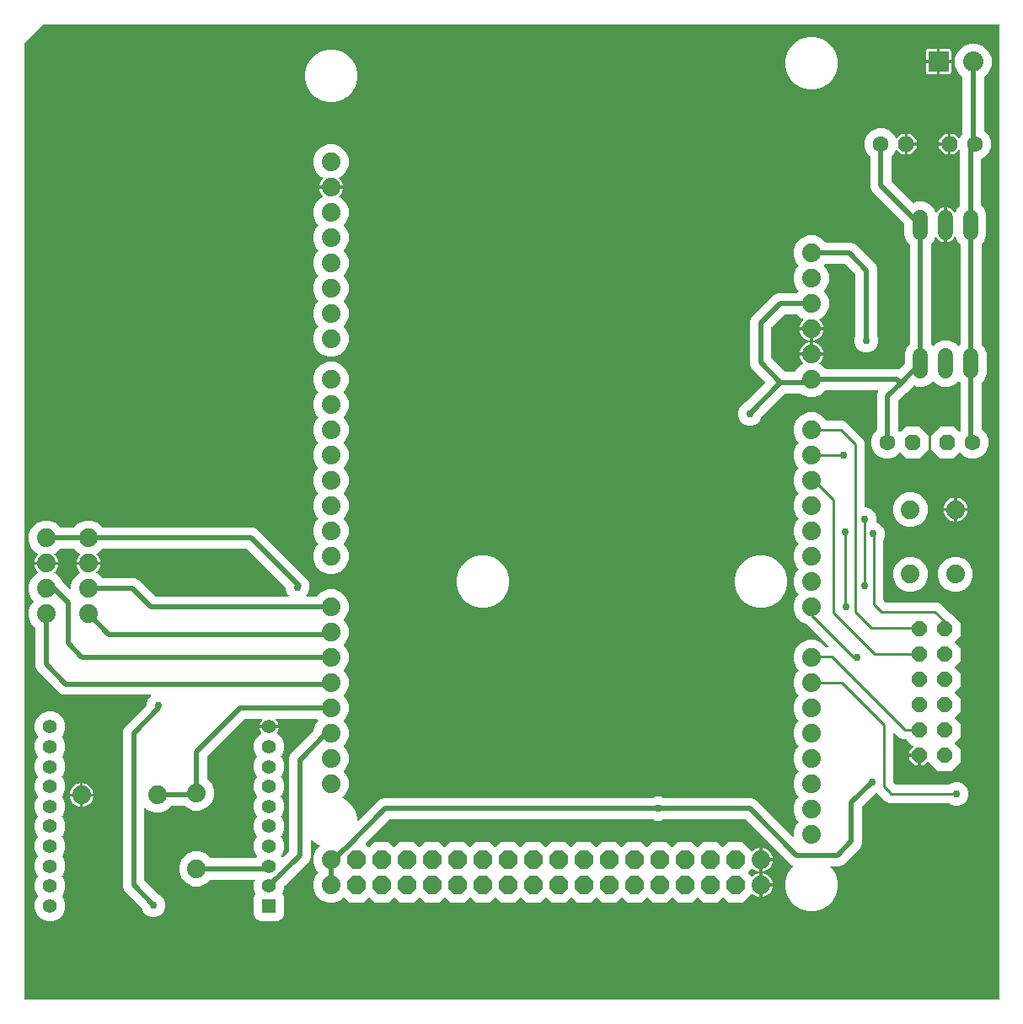
<source format=gbr>
G04 EAGLE Gerber RS-274X export*
G75*
%MOMM*%
%FSLAX34Y34*%
%LPD*%
%INBottom Copper*%
%IPPOS*%
%AMOC8*
5,1,8,0,0,1.08239X$1,22.5*%
G01*
%ADD10C,1.879600*%
%ADD11P,2.034460X8X202.500000*%
%ADD12P,1.732040X8X202.500000*%
%ADD13C,1.600200*%
%ADD14P,1.732040X8X22.500000*%
%ADD15C,1.524000*%
%ADD16R,2.032000X2.032000*%
%ADD17C,2.032000*%
%ADD18C,1.422400*%
%ADD19R,1.422400X1.422400*%
%ADD20P,1.649562X8X292.500000*%
%ADD21C,0.508000*%
%ADD22C,0.756400*%
%ADD23C,0.254000*%

G36*
X988798Y10164D02*
X988798Y10164D01*
X988817Y10162D01*
X988919Y10184D01*
X989021Y10200D01*
X989038Y10210D01*
X989058Y10214D01*
X989147Y10267D01*
X989238Y10316D01*
X989252Y10330D01*
X989269Y10340D01*
X989336Y10419D01*
X989408Y10494D01*
X989416Y10512D01*
X989429Y10527D01*
X989468Y10623D01*
X989511Y10717D01*
X989513Y10737D01*
X989521Y10755D01*
X989539Y10922D01*
X989539Y989278D01*
X989536Y989298D01*
X989538Y989317D01*
X989516Y989419D01*
X989500Y989521D01*
X989490Y989538D01*
X989486Y989558D01*
X989433Y989647D01*
X989384Y989738D01*
X989370Y989752D01*
X989360Y989769D01*
X989281Y989836D01*
X989206Y989908D01*
X989188Y989916D01*
X989173Y989929D01*
X989077Y989968D01*
X988983Y990011D01*
X988963Y990013D01*
X988945Y990021D01*
X988778Y990039D01*
X29278Y990039D01*
X29188Y990025D01*
X29097Y990017D01*
X29067Y990005D01*
X29035Y990000D01*
X28955Y989957D01*
X28871Y989921D01*
X28839Y989895D01*
X28818Y989884D01*
X28796Y989861D01*
X28740Y989816D01*
X10384Y971460D01*
X10331Y971386D01*
X10271Y971317D01*
X10259Y971287D01*
X10240Y971261D01*
X10213Y971174D01*
X10179Y971089D01*
X10175Y971048D01*
X10168Y971025D01*
X10169Y970993D01*
X10161Y970922D01*
X10161Y10922D01*
X10164Y10902D01*
X10162Y10883D01*
X10184Y10781D01*
X10200Y10679D01*
X10210Y10662D01*
X10214Y10642D01*
X10267Y10553D01*
X10316Y10462D01*
X10330Y10448D01*
X10340Y10431D01*
X10419Y10364D01*
X10494Y10292D01*
X10512Y10284D01*
X10527Y10271D01*
X10623Y10232D01*
X10717Y10189D01*
X10737Y10187D01*
X10755Y10179D01*
X10922Y10161D01*
X988778Y10161D01*
X988798Y10164D01*
G37*
%LPC*%
G36*
X247271Y89059D02*
X247271Y89059D01*
X244283Y90297D01*
X241997Y92583D01*
X240759Y95571D01*
X240759Y113029D01*
X241997Y116017D01*
X242300Y116320D01*
X242368Y116414D01*
X242438Y116509D01*
X242440Y116515D01*
X242444Y116520D01*
X242478Y116631D01*
X242514Y116743D01*
X242514Y116749D01*
X242516Y116755D01*
X242513Y116872D01*
X242512Y116989D01*
X242510Y116996D01*
X242510Y117001D01*
X242503Y117018D01*
X242465Y117150D01*
X240759Y121268D01*
X240759Y127332D01*
X241773Y129779D01*
X241783Y129823D01*
X241803Y129865D01*
X241811Y129942D01*
X241829Y130018D01*
X241825Y130064D01*
X241830Y130109D01*
X241813Y130186D01*
X241806Y130263D01*
X241787Y130305D01*
X241778Y130350D01*
X241738Y130417D01*
X241706Y130488D01*
X241675Y130522D01*
X241651Y130561D01*
X241592Y130612D01*
X241540Y130669D01*
X241499Y130691D01*
X241464Y130721D01*
X241392Y130750D01*
X241324Y130787D01*
X241279Y130796D01*
X241236Y130813D01*
X241100Y130828D01*
X241082Y130831D01*
X241077Y130830D01*
X241070Y130831D01*
X197633Y130831D01*
X197543Y130817D01*
X197452Y130809D01*
X197422Y130797D01*
X197390Y130792D01*
X197310Y130749D01*
X197226Y130713D01*
X197194Y130687D01*
X197173Y130676D01*
X197151Y130653D01*
X197095Y130608D01*
X193128Y126642D01*
X186686Y123973D01*
X179714Y123973D01*
X173272Y126642D01*
X168342Y131572D01*
X165673Y138014D01*
X165673Y144986D01*
X168342Y151428D01*
X173272Y156358D01*
X179714Y159027D01*
X186686Y159027D01*
X193128Y156358D01*
X197095Y152392D01*
X197169Y152339D01*
X197238Y152279D01*
X197268Y152267D01*
X197295Y152248D01*
X197382Y152221D01*
X197466Y152187D01*
X197507Y152183D01*
X197530Y152176D01*
X197562Y152177D01*
X197633Y152169D01*
X242254Y152169D01*
X242369Y152188D01*
X242485Y152205D01*
X242491Y152207D01*
X242497Y152208D01*
X242600Y152263D01*
X242704Y152316D01*
X242709Y152321D01*
X242714Y152324D01*
X242794Y152408D01*
X242877Y152492D01*
X242880Y152498D01*
X242884Y152502D01*
X242892Y152519D01*
X242958Y152639D01*
X243080Y152933D01*
X243908Y153762D01*
X243920Y153778D01*
X243935Y153790D01*
X243991Y153878D01*
X244052Y153961D01*
X244057Y153980D01*
X244068Y153997D01*
X244094Y154098D01*
X244124Y154197D01*
X244123Y154216D01*
X244128Y154236D01*
X244120Y154339D01*
X244118Y154442D01*
X244111Y154461D01*
X244109Y154481D01*
X244069Y154576D01*
X244033Y154673D01*
X244021Y154689D01*
X244013Y154707D01*
X243908Y154838D01*
X243080Y155667D01*
X240759Y161268D01*
X240759Y167332D01*
X243080Y172933D01*
X243908Y173762D01*
X243920Y173778D01*
X243935Y173790D01*
X243991Y173878D01*
X244052Y173961D01*
X244057Y173980D01*
X244068Y173997D01*
X244094Y174098D01*
X244124Y174197D01*
X244123Y174216D01*
X244128Y174236D01*
X244120Y174339D01*
X244118Y174442D01*
X244111Y174461D01*
X244109Y174481D01*
X244069Y174576D01*
X244033Y174673D01*
X244021Y174689D01*
X244013Y174707D01*
X243908Y174838D01*
X243080Y175667D01*
X240759Y181268D01*
X240759Y187332D01*
X243080Y192933D01*
X243908Y193762D01*
X243920Y193778D01*
X243935Y193790D01*
X243991Y193878D01*
X244052Y193961D01*
X244057Y193980D01*
X244068Y193997D01*
X244094Y194098D01*
X244124Y194197D01*
X244123Y194216D01*
X244128Y194236D01*
X244120Y194339D01*
X244118Y194442D01*
X244111Y194461D01*
X244109Y194481D01*
X244069Y194576D01*
X244033Y194673D01*
X244021Y194689D01*
X244013Y194707D01*
X243908Y194838D01*
X243080Y195667D01*
X240759Y201268D01*
X240759Y207332D01*
X243080Y212933D01*
X243908Y213762D01*
X243920Y213778D01*
X243935Y213790D01*
X243991Y213878D01*
X244052Y213961D01*
X244057Y213980D01*
X244068Y213997D01*
X244094Y214098D01*
X244124Y214197D01*
X244123Y214216D01*
X244128Y214236D01*
X244120Y214339D01*
X244118Y214442D01*
X244111Y214461D01*
X244109Y214481D01*
X244069Y214576D01*
X244033Y214673D01*
X244021Y214689D01*
X244013Y214707D01*
X243908Y214838D01*
X243080Y215667D01*
X240759Y221268D01*
X240759Y227332D01*
X243080Y232933D01*
X243908Y233762D01*
X243920Y233778D01*
X243935Y233790D01*
X243991Y233878D01*
X244052Y233961D01*
X244057Y233980D01*
X244068Y233997D01*
X244094Y234098D01*
X244124Y234197D01*
X244123Y234216D01*
X244128Y234236D01*
X244120Y234339D01*
X244118Y234442D01*
X244111Y234461D01*
X244109Y234481D01*
X244069Y234576D01*
X244033Y234673D01*
X244021Y234689D01*
X244013Y234707D01*
X243908Y234838D01*
X243080Y235667D01*
X240759Y241268D01*
X240759Y247332D01*
X243080Y252933D01*
X243908Y253762D01*
X243920Y253778D01*
X243935Y253790D01*
X243991Y253878D01*
X244052Y253961D01*
X244057Y253980D01*
X244068Y253997D01*
X244094Y254098D01*
X244124Y254197D01*
X244123Y254216D01*
X244128Y254236D01*
X244120Y254339D01*
X244118Y254442D01*
X244111Y254461D01*
X244109Y254481D01*
X244069Y254576D01*
X244033Y254673D01*
X244021Y254689D01*
X244013Y254707D01*
X243908Y254838D01*
X243080Y255667D01*
X240759Y261268D01*
X240759Y267332D01*
X243080Y272933D01*
X247367Y277220D01*
X247893Y277438D01*
X247986Y277496D01*
X248081Y277550D01*
X248090Y277561D01*
X248102Y277568D01*
X248172Y277652D01*
X248244Y277733D01*
X248250Y277747D01*
X248259Y277758D01*
X248298Y277859D01*
X248341Y277960D01*
X248342Y277974D01*
X248347Y277987D01*
X248352Y278096D01*
X248360Y278205D01*
X248357Y278219D01*
X248358Y278233D01*
X248327Y278338D01*
X248301Y278443D01*
X248292Y278458D01*
X248289Y278469D01*
X248272Y278493D01*
X248218Y278589D01*
X247744Y279241D01*
X247054Y280595D01*
X246585Y282040D01*
X246468Y282777D01*
X255238Y282777D01*
X255258Y282780D01*
X255277Y282778D01*
X255379Y282800D01*
X255481Y282817D01*
X255498Y282826D01*
X255518Y282830D01*
X255607Y282883D01*
X255698Y282932D01*
X255712Y282946D01*
X255729Y282956D01*
X255796Y283035D01*
X255867Y283110D01*
X255876Y283128D01*
X255889Y283143D01*
X255927Y283239D01*
X255971Y283333D01*
X255973Y283353D01*
X255981Y283371D01*
X255999Y283538D01*
X255999Y285062D01*
X255996Y285082D01*
X255998Y285101D01*
X255976Y285203D01*
X255959Y285305D01*
X255950Y285322D01*
X255946Y285342D01*
X255893Y285431D01*
X255844Y285522D01*
X255830Y285536D01*
X255820Y285553D01*
X255741Y285620D01*
X255666Y285691D01*
X255648Y285700D01*
X255633Y285713D01*
X255537Y285752D01*
X255443Y285795D01*
X255423Y285797D01*
X255405Y285805D01*
X255238Y285823D01*
X246468Y285823D01*
X246585Y286560D01*
X247054Y288005D01*
X247744Y289359D01*
X248637Y290588D01*
X249081Y291032D01*
X249123Y291090D01*
X249172Y291142D01*
X249194Y291189D01*
X249224Y291231D01*
X249245Y291300D01*
X249276Y291365D01*
X249281Y291417D01*
X249297Y291467D01*
X249295Y291538D01*
X249303Y291609D01*
X249292Y291660D01*
X249290Y291712D01*
X249266Y291780D01*
X249250Y291850D01*
X249224Y291895D01*
X249206Y291943D01*
X249161Y291999D01*
X249124Y292061D01*
X249085Y292095D01*
X249052Y292135D01*
X248992Y292174D01*
X248937Y292221D01*
X248889Y292240D01*
X248845Y292268D01*
X248776Y292286D01*
X248709Y292313D01*
X248638Y292321D01*
X248607Y292329D01*
X248583Y292327D01*
X248542Y292331D01*
X231734Y292331D01*
X231644Y292317D01*
X231553Y292309D01*
X231524Y292297D01*
X231492Y292292D01*
X231411Y292249D01*
X231327Y292213D01*
X231295Y292187D01*
X231274Y292176D01*
X231252Y292153D01*
X231196Y292108D01*
X194092Y255004D01*
X194039Y254930D01*
X193979Y254860D01*
X193967Y254830D01*
X193948Y254804D01*
X193921Y254717D01*
X193887Y254632D01*
X193883Y254591D01*
X193876Y254569D01*
X193877Y254537D01*
X193869Y254466D01*
X193869Y232133D01*
X193883Y232043D01*
X193891Y231952D01*
X193903Y231922D01*
X193908Y231890D01*
X193951Y231810D01*
X193987Y231726D01*
X194013Y231694D01*
X194024Y231673D01*
X194047Y231651D01*
X194092Y231595D01*
X198058Y227628D01*
X200727Y221186D01*
X200727Y214214D01*
X198058Y207772D01*
X193128Y202842D01*
X186686Y200173D01*
X179714Y200173D01*
X173272Y202842D01*
X171405Y204708D01*
X171331Y204761D01*
X171262Y204821D01*
X171232Y204833D01*
X171205Y204852D01*
X171118Y204879D01*
X171034Y204913D01*
X170993Y204917D01*
X170970Y204924D01*
X170938Y204923D01*
X170867Y204931D01*
X158133Y204931D01*
X158043Y204917D01*
X157952Y204909D01*
X157922Y204897D01*
X157890Y204892D01*
X157810Y204849D01*
X157726Y204813D01*
X157694Y204787D01*
X157673Y204776D01*
X157651Y204753D01*
X157595Y204708D01*
X153628Y200742D01*
X147186Y198073D01*
X140214Y198073D01*
X133772Y200742D01*
X131968Y202545D01*
X131910Y202587D01*
X131858Y202636D01*
X131811Y202658D01*
X131769Y202689D01*
X131700Y202710D01*
X131635Y202740D01*
X131583Y202746D01*
X131533Y202761D01*
X131462Y202759D01*
X131391Y202767D01*
X131340Y202756D01*
X131288Y202755D01*
X131220Y202730D01*
X131150Y202715D01*
X131105Y202688D01*
X131057Y202670D01*
X131001Y202625D01*
X130939Y202589D01*
X130905Y202549D01*
X130865Y202517D01*
X130826Y202456D01*
X130779Y202402D01*
X130760Y202353D01*
X130732Y202310D01*
X130714Y202240D01*
X130706Y202221D01*
X130697Y202201D01*
X130696Y202196D01*
X130687Y202174D01*
X130679Y202102D01*
X130671Y202071D01*
X130673Y202048D01*
X130669Y202007D01*
X130669Y129734D01*
X130683Y129644D01*
X130691Y129553D01*
X130703Y129524D01*
X130708Y129492D01*
X130751Y129411D01*
X130787Y129327D01*
X130813Y129295D01*
X130824Y129274D01*
X130847Y129252D01*
X130892Y129196D01*
X143641Y116446D01*
X143695Y116408D01*
X143741Y116362D01*
X143814Y116322D01*
X143841Y116303D01*
X143860Y116297D01*
X143888Y116281D01*
X146747Y115097D01*
X150097Y111747D01*
X151911Y107369D01*
X151911Y102631D01*
X150097Y98253D01*
X146747Y94903D01*
X142369Y93089D01*
X137631Y93089D01*
X133253Y94903D01*
X129903Y98253D01*
X128719Y101112D01*
X128684Y101167D01*
X128658Y101228D01*
X128606Y101292D01*
X128589Y101321D01*
X128574Y101333D01*
X128554Y101359D01*
X114064Y115848D01*
X110955Y118957D01*
X109331Y122878D01*
X109331Y280122D01*
X110955Y284043D01*
X132866Y305954D01*
X132919Y306028D01*
X132979Y306098D01*
X132991Y306128D01*
X133010Y306154D01*
X133037Y306241D01*
X133071Y306326D01*
X133075Y306367D01*
X133082Y306389D01*
X133081Y306421D01*
X133089Y306492D01*
X133089Y308369D01*
X134903Y312747D01*
X137187Y315032D01*
X137229Y315090D01*
X137279Y315142D01*
X137301Y315189D01*
X137331Y315231D01*
X137352Y315300D01*
X137382Y315365D01*
X137388Y315417D01*
X137403Y315467D01*
X137401Y315538D01*
X137409Y315609D01*
X137398Y315660D01*
X137397Y315712D01*
X137372Y315780D01*
X137357Y315850D01*
X137330Y315895D01*
X137313Y315943D01*
X137268Y315999D01*
X137231Y316061D01*
X137191Y316095D01*
X137159Y316135D01*
X137099Y316174D01*
X137044Y316221D01*
X136996Y316240D01*
X136952Y316268D01*
X136882Y316286D01*
X136816Y316313D01*
X136745Y316321D01*
X136713Y316329D01*
X136690Y316327D01*
X136649Y316331D01*
X49878Y316331D01*
X45957Y317955D01*
X23055Y340857D01*
X21431Y344778D01*
X21431Y383267D01*
X21417Y383357D01*
X21409Y383448D01*
X21397Y383478D01*
X21392Y383510D01*
X21349Y383590D01*
X21313Y383674D01*
X21287Y383706D01*
X21276Y383727D01*
X21253Y383749D01*
X21208Y383805D01*
X17242Y387772D01*
X14573Y394214D01*
X14573Y401186D01*
X17242Y407628D01*
X19475Y409862D01*
X19487Y409878D01*
X19502Y409890D01*
X19558Y409978D01*
X19619Y410061D01*
X19625Y410080D01*
X19635Y410097D01*
X19661Y410198D01*
X19691Y410297D01*
X19691Y410316D01*
X19695Y410336D01*
X19687Y410439D01*
X19685Y410542D01*
X19678Y410561D01*
X19676Y410581D01*
X19636Y410676D01*
X19600Y410773D01*
X19588Y410789D01*
X19580Y410807D01*
X19475Y410938D01*
X17242Y413172D01*
X14573Y419614D01*
X14573Y426586D01*
X17242Y433028D01*
X22172Y437958D01*
X23655Y438573D01*
X23694Y438597D01*
X23737Y438613D01*
X23798Y438661D01*
X23864Y438702D01*
X23893Y438738D01*
X23929Y438766D01*
X23971Y438832D01*
X24021Y438892D01*
X24037Y438935D01*
X24062Y438973D01*
X24081Y439049D01*
X24109Y439121D01*
X24111Y439167D01*
X24122Y439212D01*
X24116Y439289D01*
X24119Y439367D01*
X24106Y439411D01*
X24103Y439457D01*
X24072Y439529D01*
X24051Y439603D01*
X24025Y439641D01*
X24007Y439683D01*
X23921Y439790D01*
X23911Y439805D01*
X23906Y439808D01*
X23902Y439814D01*
X22994Y440722D01*
X21889Y442243D01*
X21036Y443917D01*
X20455Y445704D01*
X20254Y446977D01*
X31338Y446977D01*
X31358Y446980D01*
X31377Y446978D01*
X31479Y447000D01*
X31581Y447017D01*
X31598Y447026D01*
X31618Y447030D01*
X31707Y447083D01*
X31798Y447132D01*
X31812Y447146D01*
X31829Y447156D01*
X31896Y447235D01*
X31967Y447310D01*
X31976Y447328D01*
X31989Y447343D01*
X32027Y447439D01*
X32071Y447533D01*
X32073Y447553D01*
X32081Y447571D01*
X32099Y447738D01*
X32099Y449262D01*
X32096Y449282D01*
X32098Y449301D01*
X32076Y449403D01*
X32059Y449505D01*
X32050Y449522D01*
X32046Y449542D01*
X31993Y449631D01*
X31944Y449722D01*
X31930Y449736D01*
X31920Y449753D01*
X31841Y449820D01*
X31766Y449891D01*
X31748Y449900D01*
X31733Y449913D01*
X31637Y449952D01*
X31543Y449995D01*
X31523Y449997D01*
X31505Y450005D01*
X31338Y450023D01*
X20254Y450023D01*
X20455Y451296D01*
X21036Y453083D01*
X21889Y454757D01*
X22994Y456278D01*
X23902Y457186D01*
X23929Y457223D01*
X23962Y457254D01*
X24000Y457322D01*
X24045Y457385D01*
X24059Y457429D01*
X24081Y457470D01*
X24095Y457546D01*
X24118Y457621D01*
X24117Y457666D01*
X24125Y457712D01*
X24113Y457789D01*
X24111Y457866D01*
X24096Y457910D01*
X24089Y457955D01*
X24054Y458024D01*
X24027Y458097D01*
X23998Y458133D01*
X23977Y458174D01*
X23922Y458229D01*
X23873Y458289D01*
X23835Y458314D01*
X23802Y458346D01*
X23682Y458412D01*
X23666Y458422D01*
X23661Y458424D01*
X23655Y458427D01*
X22172Y459042D01*
X17242Y463972D01*
X14573Y470414D01*
X14573Y477386D01*
X17242Y483828D01*
X22172Y488758D01*
X28614Y491427D01*
X35586Y491427D01*
X42028Y488758D01*
X45995Y484792D01*
X46069Y484739D01*
X46138Y484679D01*
X46168Y484667D01*
X46195Y484648D01*
X46282Y484621D01*
X46366Y484587D01*
X46407Y484583D01*
X46430Y484576D01*
X46462Y484577D01*
X46533Y484569D01*
X59967Y484569D01*
X60057Y484583D01*
X60148Y484591D01*
X60178Y484603D01*
X60210Y484608D01*
X60290Y484651D01*
X60374Y484687D01*
X60406Y484713D01*
X60427Y484724D01*
X60449Y484747D01*
X60505Y484792D01*
X64472Y488758D01*
X70914Y491427D01*
X77886Y491427D01*
X84328Y488758D01*
X88295Y484792D01*
X88369Y484739D01*
X88438Y484679D01*
X88468Y484667D01*
X88495Y484648D01*
X88582Y484621D01*
X88666Y484587D01*
X88707Y484583D01*
X88730Y484576D01*
X88762Y484577D01*
X88833Y484569D01*
X240222Y484569D01*
X244143Y482945D01*
X295045Y432043D01*
X296669Y428122D01*
X296669Y423878D01*
X296469Y423395D01*
X296454Y423331D01*
X296429Y423270D01*
X296420Y423187D01*
X296413Y423155D01*
X296414Y423136D01*
X296411Y423104D01*
X296411Y422131D01*
X294597Y417753D01*
X293413Y416568D01*
X293371Y416510D01*
X293321Y416458D01*
X293299Y416411D01*
X293269Y416369D01*
X293248Y416300D01*
X293218Y416235D01*
X293212Y416183D01*
X293197Y416133D01*
X293199Y416062D01*
X293191Y415991D01*
X293202Y415940D01*
X293203Y415888D01*
X293228Y415820D01*
X293243Y415750D01*
X293270Y415705D01*
X293287Y415657D01*
X293332Y415601D01*
X293369Y415539D01*
X293409Y415505D01*
X293441Y415465D01*
X293501Y415426D01*
X293556Y415379D01*
X293604Y415360D01*
X293648Y415332D01*
X293718Y415314D01*
X293784Y415287D01*
X293855Y415279D01*
X293887Y415271D01*
X293910Y415273D01*
X293951Y415269D01*
X303867Y415269D01*
X303957Y415283D01*
X304048Y415291D01*
X304078Y415303D01*
X304110Y415308D01*
X304190Y415351D01*
X304274Y415387D01*
X304306Y415413D01*
X304327Y415424D01*
X304349Y415447D01*
X304405Y415492D01*
X308372Y419458D01*
X314814Y422127D01*
X321786Y422127D01*
X328228Y419458D01*
X333158Y414528D01*
X335827Y408086D01*
X335827Y401114D01*
X333158Y394672D01*
X330925Y392438D01*
X330913Y392422D01*
X330898Y392410D01*
X330841Y392322D01*
X330781Y392239D01*
X330775Y392220D01*
X330765Y392203D01*
X330739Y392102D01*
X330709Y392003D01*
X330709Y391984D01*
X330705Y391964D01*
X330713Y391861D01*
X330715Y391758D01*
X330722Y391739D01*
X330724Y391719D01*
X330764Y391624D01*
X330800Y391527D01*
X330812Y391511D01*
X330820Y391493D01*
X330925Y391362D01*
X333158Y389128D01*
X335827Y382686D01*
X335827Y375714D01*
X333158Y369272D01*
X330925Y367038D01*
X330913Y367022D01*
X330898Y367010D01*
X330842Y366922D01*
X330781Y366839D01*
X330775Y366820D01*
X330765Y366803D01*
X330739Y366702D01*
X330709Y366603D01*
X330709Y366584D01*
X330705Y366564D01*
X330713Y366461D01*
X330715Y366358D01*
X330722Y366339D01*
X330724Y366319D01*
X330764Y366224D01*
X330800Y366127D01*
X330812Y366111D01*
X330820Y366093D01*
X330925Y365962D01*
X333158Y363728D01*
X335827Y357286D01*
X335827Y350314D01*
X333158Y343872D01*
X330925Y341638D01*
X330913Y341622D01*
X330898Y341610D01*
X330842Y341522D01*
X330781Y341439D01*
X330775Y341420D01*
X330765Y341403D01*
X330739Y341302D01*
X330709Y341203D01*
X330709Y341184D01*
X330705Y341164D01*
X330713Y341061D01*
X330715Y340958D01*
X330722Y340939D01*
X330724Y340919D01*
X330764Y340824D01*
X330800Y340727D01*
X330812Y340711D01*
X330820Y340693D01*
X330925Y340562D01*
X333158Y338328D01*
X335827Y331886D01*
X335827Y324914D01*
X333158Y318472D01*
X330925Y316238D01*
X330913Y316222D01*
X330898Y316210D01*
X330842Y316122D01*
X330781Y316039D01*
X330775Y316020D01*
X330765Y316003D01*
X330739Y315902D01*
X330709Y315803D01*
X330709Y315784D01*
X330705Y315764D01*
X330713Y315661D01*
X330715Y315558D01*
X330722Y315539D01*
X330724Y315519D01*
X330764Y315424D01*
X330800Y315327D01*
X330812Y315311D01*
X330820Y315293D01*
X330925Y315162D01*
X333158Y312928D01*
X335827Y306486D01*
X335827Y299514D01*
X333158Y293072D01*
X330925Y290838D01*
X330913Y290822D01*
X330898Y290810D01*
X330869Y290766D01*
X330834Y290729D01*
X330813Y290682D01*
X330781Y290639D01*
X330775Y290620D01*
X330765Y290603D01*
X330751Y290550D01*
X330731Y290506D01*
X330725Y290457D01*
X330709Y290403D01*
X330709Y290384D01*
X330705Y290364D01*
X330709Y290309D01*
X330704Y290261D01*
X330714Y290214D01*
X330715Y290158D01*
X330722Y290139D01*
X330724Y290119D01*
X330746Y290067D01*
X330756Y290021D01*
X330780Y289980D01*
X330800Y289927D01*
X330812Y289911D01*
X330820Y289893D01*
X330869Y289831D01*
X330882Y289810D01*
X330896Y289798D01*
X330925Y289762D01*
X333158Y287528D01*
X335827Y281086D01*
X335827Y274114D01*
X333158Y267672D01*
X330925Y265438D01*
X330913Y265422D01*
X330898Y265410D01*
X330842Y265322D01*
X330781Y265239D01*
X330775Y265220D01*
X330765Y265203D01*
X330739Y265102D01*
X330709Y265003D01*
X330709Y264984D01*
X330705Y264964D01*
X330713Y264861D01*
X330715Y264758D01*
X330722Y264739D01*
X330724Y264719D01*
X330764Y264624D01*
X330800Y264527D01*
X330812Y264511D01*
X330820Y264493D01*
X330925Y264362D01*
X333158Y262128D01*
X335827Y255686D01*
X335827Y248714D01*
X333158Y242272D01*
X330925Y240038D01*
X330913Y240022D01*
X330898Y240010D01*
X330842Y239922D01*
X330781Y239839D01*
X330775Y239820D01*
X330765Y239803D01*
X330739Y239702D01*
X330709Y239603D01*
X330709Y239584D01*
X330705Y239564D01*
X330713Y239461D01*
X330715Y239358D01*
X330722Y239339D01*
X330724Y239319D01*
X330764Y239224D01*
X330800Y239127D01*
X330812Y239111D01*
X330820Y239093D01*
X330925Y238962D01*
X333158Y236728D01*
X335827Y230286D01*
X335827Y223314D01*
X333158Y216872D01*
X329712Y213426D01*
X329643Y213329D01*
X329572Y213233D01*
X329571Y213229D01*
X329569Y213226D01*
X329534Y213113D01*
X329497Y212999D01*
X329497Y212995D01*
X329496Y212991D01*
X329499Y212872D01*
X329501Y212753D01*
X329502Y212749D01*
X329503Y212745D01*
X329544Y212633D01*
X329583Y212521D01*
X329586Y212518D01*
X329587Y212514D01*
X329661Y212421D01*
X329735Y212327D01*
X329739Y212324D01*
X329741Y212322D01*
X329752Y212314D01*
X329870Y212228D01*
X334363Y209634D01*
X339234Y204763D01*
X342678Y198798D01*
X344461Y192144D01*
X344461Y190376D01*
X344472Y190306D01*
X344474Y190234D01*
X344492Y190185D01*
X344500Y190134D01*
X344534Y190070D01*
X344559Y190003D01*
X344591Y189962D01*
X344616Y189916D01*
X344667Y189867D01*
X344712Y189811D01*
X344756Y189783D01*
X344794Y189747D01*
X344859Y189717D01*
X344919Y189678D01*
X344970Y189665D01*
X345017Y189643D01*
X345088Y189635D01*
X345158Y189618D01*
X345210Y189622D01*
X345261Y189616D01*
X345332Y189631D01*
X345403Y189637D01*
X345451Y189657D01*
X345502Y189668D01*
X345563Y189705D01*
X345629Y189733D01*
X345685Y189778D01*
X345713Y189795D01*
X345728Y189812D01*
X345760Y189838D01*
X363858Y207936D01*
X363859Y207936D01*
X366967Y211045D01*
X370888Y212669D01*
X641481Y212669D01*
X641546Y212679D01*
X641611Y212680D01*
X641691Y212703D01*
X641724Y212708D01*
X641741Y212718D01*
X641772Y212727D01*
X644631Y213911D01*
X649369Y213911D01*
X652228Y212727D01*
X652292Y212712D01*
X652352Y212687D01*
X652435Y212678D01*
X652467Y212671D01*
X652487Y212672D01*
X652519Y212669D01*
X741122Y212669D01*
X745043Y211045D01*
X782074Y174014D01*
X782132Y173972D01*
X782184Y173923D01*
X782231Y173901D01*
X782273Y173871D01*
X782342Y173850D01*
X782407Y173819D01*
X782459Y173814D01*
X782509Y173798D01*
X782580Y173800D01*
X782651Y173792D01*
X782702Y173803D01*
X782754Y173805D01*
X782822Y173829D01*
X782892Y173844D01*
X782937Y173871D01*
X782985Y173889D01*
X783041Y173934D01*
X783103Y173971D01*
X783137Y174010D01*
X783177Y174043D01*
X783216Y174103D01*
X783263Y174158D01*
X783282Y174206D01*
X783310Y174250D01*
X783328Y174319D01*
X783355Y174386D01*
X783363Y174457D01*
X783371Y174488D01*
X783369Y174511D01*
X783373Y174552D01*
X783373Y179486D01*
X786042Y185928D01*
X788275Y188162D01*
X788287Y188178D01*
X788302Y188190D01*
X788359Y188278D01*
X788419Y188361D01*
X788425Y188380D01*
X788435Y188397D01*
X788461Y188498D01*
X788491Y188597D01*
X788491Y188616D01*
X788495Y188636D01*
X788487Y188739D01*
X788485Y188842D01*
X788478Y188861D01*
X788476Y188881D01*
X788436Y188976D01*
X788400Y189073D01*
X788388Y189089D01*
X788380Y189107D01*
X788275Y189238D01*
X786042Y191472D01*
X783373Y197914D01*
X783373Y204886D01*
X786042Y211328D01*
X788275Y213562D01*
X788287Y213578D01*
X788302Y213590D01*
X788359Y213678D01*
X788419Y213761D01*
X788425Y213780D01*
X788435Y213797D01*
X788461Y213898D01*
X788491Y213997D01*
X788491Y214016D01*
X788495Y214036D01*
X788487Y214139D01*
X788485Y214242D01*
X788478Y214261D01*
X788476Y214281D01*
X788436Y214376D01*
X788400Y214473D01*
X788388Y214489D01*
X788380Y214507D01*
X788275Y214638D01*
X786042Y216872D01*
X783373Y223314D01*
X783373Y230286D01*
X786042Y236728D01*
X788275Y238962D01*
X788287Y238978D01*
X788302Y238990D01*
X788359Y239078D01*
X788419Y239161D01*
X788425Y239180D01*
X788435Y239197D01*
X788461Y239298D01*
X788491Y239397D01*
X788491Y239416D01*
X788495Y239436D01*
X788487Y239539D01*
X788485Y239642D01*
X788478Y239661D01*
X788476Y239681D01*
X788436Y239776D01*
X788400Y239873D01*
X788388Y239889D01*
X788380Y239907D01*
X788275Y240038D01*
X786042Y242272D01*
X783373Y248714D01*
X783373Y255686D01*
X786042Y262128D01*
X788275Y264362D01*
X788287Y264378D01*
X788302Y264390D01*
X788359Y264478D01*
X788419Y264561D01*
X788425Y264580D01*
X788435Y264597D01*
X788461Y264698D01*
X788491Y264797D01*
X788491Y264816D01*
X788495Y264836D01*
X788487Y264939D01*
X788485Y265042D01*
X788478Y265061D01*
X788476Y265081D01*
X788436Y265176D01*
X788400Y265273D01*
X788388Y265289D01*
X788380Y265307D01*
X788275Y265438D01*
X786042Y267672D01*
X783373Y274114D01*
X783373Y281086D01*
X786042Y287528D01*
X788275Y289762D01*
X788287Y289778D01*
X788302Y289790D01*
X788334Y289839D01*
X788366Y289873D01*
X788385Y289915D01*
X788419Y289961D01*
X788425Y289980D01*
X788435Y289997D01*
X788449Y290053D01*
X788469Y290096D01*
X788474Y290143D01*
X788491Y290197D01*
X788491Y290216D01*
X788495Y290236D01*
X788491Y290292D01*
X788496Y290340D01*
X788486Y290387D01*
X788485Y290442D01*
X788478Y290461D01*
X788476Y290481D01*
X788455Y290532D01*
X788444Y290581D01*
X788419Y290623D01*
X788400Y290673D01*
X788388Y290689D01*
X788380Y290707D01*
X788334Y290765D01*
X788318Y290792D01*
X788301Y290806D01*
X788275Y290838D01*
X786042Y293072D01*
X783373Y299514D01*
X783373Y306486D01*
X786042Y312928D01*
X788275Y315162D01*
X788287Y315178D01*
X788302Y315190D01*
X788359Y315278D01*
X788419Y315361D01*
X788425Y315380D01*
X788435Y315397D01*
X788461Y315498D01*
X788491Y315597D01*
X788491Y315616D01*
X788495Y315636D01*
X788487Y315739D01*
X788485Y315842D01*
X788478Y315861D01*
X788476Y315881D01*
X788436Y315976D01*
X788400Y316073D01*
X788388Y316089D01*
X788380Y316107D01*
X788275Y316238D01*
X786042Y318472D01*
X783373Y324914D01*
X783373Y331886D01*
X786042Y338328D01*
X788275Y340562D01*
X788287Y340578D01*
X788302Y340590D01*
X788358Y340678D01*
X788419Y340761D01*
X788425Y340780D01*
X788435Y340797D01*
X788461Y340898D01*
X788491Y340997D01*
X788491Y341016D01*
X788495Y341036D01*
X788487Y341139D01*
X788485Y341242D01*
X788478Y341261D01*
X788476Y341281D01*
X788436Y341376D01*
X788400Y341473D01*
X788388Y341489D01*
X788380Y341507D01*
X788275Y341638D01*
X786042Y343872D01*
X783373Y350314D01*
X783373Y357286D01*
X786042Y363728D01*
X790972Y368658D01*
X797414Y371327D01*
X804386Y371327D01*
X810828Y368658D01*
X814865Y364622D01*
X814939Y364569D01*
X815008Y364509D01*
X815038Y364497D01*
X815065Y364478D01*
X815152Y364451D01*
X815236Y364417D01*
X815277Y364413D01*
X815300Y364406D01*
X815332Y364407D01*
X815403Y364399D01*
X817472Y364399D01*
X817542Y364410D01*
X817614Y364412D01*
X817663Y364430D01*
X817714Y364438D01*
X817778Y364472D01*
X817845Y364497D01*
X817886Y364529D01*
X817932Y364554D01*
X817981Y364605D01*
X818037Y364650D01*
X818065Y364694D01*
X818101Y364732D01*
X818131Y364797D01*
X818170Y364857D01*
X818183Y364908D01*
X818205Y364955D01*
X818213Y365026D01*
X818230Y365096D01*
X818226Y365148D01*
X818232Y365199D01*
X818217Y365270D01*
X818211Y365341D01*
X818191Y365389D01*
X818180Y365440D01*
X818143Y365501D01*
X818115Y365567D01*
X818070Y365623D01*
X818053Y365651D01*
X818036Y365666D01*
X818010Y365698D01*
X796191Y387517D01*
X796138Y387555D01*
X796091Y387601D01*
X796060Y387618D01*
X796046Y387630D01*
X796018Y387642D01*
X795992Y387660D01*
X795973Y387666D01*
X795944Y387682D01*
X790972Y389742D01*
X786042Y394672D01*
X783373Y401114D01*
X783373Y408086D01*
X786042Y414528D01*
X788275Y416762D01*
X788287Y416778D01*
X788302Y416790D01*
X788359Y416878D01*
X788419Y416961D01*
X788425Y416980D01*
X788435Y416997D01*
X788461Y417098D01*
X788491Y417197D01*
X788491Y417216D01*
X788495Y417236D01*
X788487Y417339D01*
X788485Y417442D01*
X788478Y417461D01*
X788476Y417481D01*
X788436Y417576D01*
X788400Y417673D01*
X788388Y417689D01*
X788380Y417707D01*
X788275Y417838D01*
X786042Y420072D01*
X783373Y426514D01*
X783373Y433486D01*
X786042Y439928D01*
X788275Y442162D01*
X788287Y442178D01*
X788302Y442190D01*
X788359Y442278D01*
X788419Y442361D01*
X788425Y442380D01*
X788435Y442397D01*
X788461Y442498D01*
X788491Y442597D01*
X788491Y442616D01*
X788495Y442636D01*
X788487Y442739D01*
X788485Y442842D01*
X788478Y442861D01*
X788476Y442881D01*
X788436Y442976D01*
X788400Y443073D01*
X788388Y443089D01*
X788380Y443107D01*
X788275Y443238D01*
X786042Y445472D01*
X783373Y451914D01*
X783373Y458886D01*
X786042Y465328D01*
X788275Y467562D01*
X788287Y467578D01*
X788302Y467590D01*
X788359Y467678D01*
X788419Y467761D01*
X788425Y467780D01*
X788435Y467797D01*
X788461Y467898D01*
X788491Y467997D01*
X788491Y468016D01*
X788495Y468036D01*
X788487Y468139D01*
X788485Y468242D01*
X788478Y468261D01*
X788476Y468281D01*
X788436Y468376D01*
X788400Y468473D01*
X788388Y468489D01*
X788380Y468507D01*
X788275Y468638D01*
X786042Y470872D01*
X783373Y477314D01*
X783373Y484286D01*
X786042Y490728D01*
X788275Y492962D01*
X788287Y492978D01*
X788302Y492990D01*
X788359Y493078D01*
X788419Y493161D01*
X788425Y493180D01*
X788435Y493197D01*
X788461Y493298D01*
X788491Y493397D01*
X788491Y493416D01*
X788495Y493436D01*
X788487Y493539D01*
X788485Y493642D01*
X788478Y493661D01*
X788476Y493681D01*
X788436Y493776D01*
X788400Y493873D01*
X788388Y493889D01*
X788380Y493907D01*
X788275Y494038D01*
X786042Y496272D01*
X783373Y502714D01*
X783373Y509686D01*
X786042Y516128D01*
X788275Y518362D01*
X788287Y518378D01*
X788302Y518390D01*
X788359Y518478D01*
X788419Y518561D01*
X788425Y518580D01*
X788435Y518597D01*
X788461Y518698D01*
X788491Y518797D01*
X788491Y518816D01*
X788495Y518836D01*
X788487Y518939D01*
X788485Y519042D01*
X788478Y519061D01*
X788476Y519081D01*
X788436Y519176D01*
X788400Y519273D01*
X788388Y519289D01*
X788380Y519307D01*
X788275Y519438D01*
X786042Y521672D01*
X783373Y528114D01*
X783373Y535086D01*
X786042Y541528D01*
X788275Y543762D01*
X788287Y543778D01*
X788302Y543790D01*
X788359Y543878D01*
X788419Y543961D01*
X788425Y543980D01*
X788435Y543997D01*
X788461Y544098D01*
X788491Y544197D01*
X788491Y544216D01*
X788495Y544236D01*
X788487Y544339D01*
X788485Y544442D01*
X788478Y544461D01*
X788476Y544481D01*
X788436Y544576D01*
X788400Y544673D01*
X788388Y544689D01*
X788380Y544707D01*
X788275Y544838D01*
X786042Y547072D01*
X783373Y553514D01*
X783373Y560486D01*
X786042Y566928D01*
X788275Y569162D01*
X788287Y569178D01*
X788302Y569190D01*
X788333Y569238D01*
X788346Y569251D01*
X788357Y569275D01*
X788358Y569278D01*
X788419Y569361D01*
X788425Y569380D01*
X788435Y569397D01*
X788461Y569498D01*
X788491Y569597D01*
X788491Y569616D01*
X788495Y569636D01*
X788487Y569739D01*
X788485Y569842D01*
X788478Y569861D01*
X788476Y569881D01*
X788436Y569976D01*
X788400Y570073D01*
X788388Y570089D01*
X788380Y570107D01*
X788275Y570238D01*
X786042Y572472D01*
X783373Y578914D01*
X783373Y585886D01*
X786042Y592328D01*
X790972Y597258D01*
X797414Y599927D01*
X804386Y599927D01*
X810828Y597258D01*
X815758Y592328D01*
X815783Y592269D01*
X815844Y592170D01*
X815905Y592069D01*
X815909Y592065D01*
X815913Y592060D01*
X816002Y591986D01*
X816091Y591909D01*
X816097Y591907D01*
X816102Y591903D01*
X816210Y591861D01*
X816320Y591817D01*
X816327Y591816D01*
X816332Y591815D01*
X816350Y591814D01*
X816486Y591799D01*
X832470Y591799D01*
X835924Y590368D01*
X852968Y573324D01*
X854399Y569870D01*
X854399Y505672D01*
X854402Y505652D01*
X854400Y505633D01*
X854422Y505531D01*
X854438Y505429D01*
X854448Y505412D01*
X854452Y505392D01*
X854505Y505303D01*
X854554Y505212D01*
X854568Y505198D01*
X854578Y505181D01*
X854657Y505114D01*
X854732Y505042D01*
X854750Y505034D01*
X854765Y505021D01*
X854861Y504982D01*
X854955Y504939D01*
X854975Y504937D01*
X854993Y504929D01*
X855160Y504911D01*
X856369Y504911D01*
X860747Y503097D01*
X864097Y499747D01*
X865911Y495369D01*
X865911Y490631D01*
X865868Y490528D01*
X865864Y490509D01*
X865854Y490491D01*
X865836Y490389D01*
X865812Y490289D01*
X865814Y490269D01*
X865810Y490249D01*
X865825Y490146D01*
X865835Y490044D01*
X865843Y490026D01*
X865846Y490006D01*
X865893Y489913D01*
X865935Y489819D01*
X865949Y489804D01*
X865958Y489787D01*
X866031Y489714D01*
X866101Y489638D01*
X866119Y489628D01*
X866133Y489614D01*
X866280Y489533D01*
X869747Y488097D01*
X873097Y484747D01*
X874911Y480369D01*
X874911Y475631D01*
X873457Y472120D01*
X873442Y472057D01*
X873417Y471996D01*
X873408Y471913D01*
X873401Y471881D01*
X873402Y471862D01*
X873399Y471829D01*
X873399Y411208D01*
X873413Y411118D01*
X873421Y411027D01*
X873433Y410998D01*
X873438Y410966D01*
X873481Y410885D01*
X873517Y410801D01*
X873543Y410769D01*
X873554Y410748D01*
X873577Y410726D01*
X873622Y410670D01*
X874670Y409622D01*
X874744Y409569D01*
X874814Y409509D01*
X874844Y409497D01*
X874870Y409478D01*
X874957Y409451D01*
X875042Y409417D01*
X875083Y409413D01*
X875105Y409406D01*
X875137Y409407D01*
X875208Y409399D01*
X926870Y409399D01*
X930324Y407968D01*
X933075Y405217D01*
X939820Y398472D01*
X939894Y398419D01*
X939964Y398359D01*
X939994Y398347D01*
X940020Y398328D01*
X940107Y398301D01*
X940192Y398267D01*
X940233Y398263D01*
X940255Y398256D01*
X940287Y398257D01*
X940358Y398249D01*
X941223Y398249D01*
X950449Y389023D01*
X950449Y375977D01*
X944810Y370338D01*
X944799Y370322D01*
X944783Y370310D01*
X944727Y370222D01*
X944667Y370139D01*
X944661Y370120D01*
X944650Y370103D01*
X944625Y370002D01*
X944594Y369903D01*
X944595Y369884D01*
X944590Y369864D01*
X944598Y369761D01*
X944601Y369658D01*
X944608Y369639D01*
X944609Y369619D01*
X944650Y369524D01*
X944685Y369427D01*
X944698Y369411D01*
X944706Y369393D01*
X944810Y369262D01*
X950449Y363623D01*
X950449Y350577D01*
X944810Y344938D01*
X944799Y344922D01*
X944783Y344910D01*
X944727Y344822D01*
X944667Y344739D01*
X944661Y344720D01*
X944650Y344703D01*
X944625Y344602D01*
X944594Y344503D01*
X944595Y344484D01*
X944590Y344464D01*
X944598Y344361D01*
X944601Y344258D01*
X944608Y344239D01*
X944609Y344219D01*
X944650Y344124D01*
X944685Y344027D01*
X944698Y344011D01*
X944706Y343993D01*
X944810Y343862D01*
X950449Y338223D01*
X950449Y325177D01*
X944810Y319538D01*
X944799Y319522D01*
X944783Y319510D01*
X944727Y319422D01*
X944667Y319339D01*
X944661Y319320D01*
X944650Y319303D01*
X944625Y319202D01*
X944594Y319103D01*
X944595Y319084D01*
X944590Y319064D01*
X944598Y318961D01*
X944601Y318858D01*
X944608Y318839D01*
X944609Y318819D01*
X944650Y318724D01*
X944685Y318627D01*
X944698Y318611D01*
X944706Y318593D01*
X944810Y318462D01*
X950449Y312823D01*
X950449Y299777D01*
X944810Y294138D01*
X944799Y294122D01*
X944783Y294110D01*
X944727Y294022D01*
X944667Y293939D01*
X944661Y293920D01*
X944650Y293903D01*
X944625Y293802D01*
X944594Y293703D01*
X944595Y293684D01*
X944590Y293664D01*
X944598Y293561D01*
X944601Y293458D01*
X944608Y293439D01*
X944609Y293419D01*
X944650Y293324D01*
X944685Y293227D01*
X944698Y293211D01*
X944706Y293193D01*
X944810Y293062D01*
X950449Y287423D01*
X950449Y274377D01*
X944810Y268738D01*
X944799Y268722D01*
X944783Y268710D01*
X944752Y268662D01*
X944744Y268653D01*
X944736Y268637D01*
X944727Y268622D01*
X944667Y268539D01*
X944661Y268520D01*
X944650Y268503D01*
X944625Y268402D01*
X944594Y268303D01*
X944595Y268284D01*
X944590Y268264D01*
X944598Y268161D01*
X944601Y268058D01*
X944608Y268039D01*
X944609Y268019D01*
X944650Y267924D01*
X944685Y267827D01*
X944698Y267811D01*
X944706Y267793D01*
X944810Y267662D01*
X950449Y262023D01*
X950449Y248977D01*
X941223Y239751D01*
X928177Y239751D01*
X918945Y248983D01*
X918940Y249015D01*
X918938Y249086D01*
X918920Y249135D01*
X918912Y249187D01*
X918878Y249250D01*
X918853Y249317D01*
X918821Y249358D01*
X918796Y249404D01*
X918744Y249454D01*
X918700Y249510D01*
X918656Y249538D01*
X918618Y249574D01*
X918553Y249604D01*
X918493Y249643D01*
X918442Y249655D01*
X918395Y249677D01*
X918324Y249685D01*
X918254Y249703D01*
X918202Y249699D01*
X918151Y249704D01*
X918080Y249689D01*
X918009Y249683D01*
X917961Y249663D01*
X917910Y249652D01*
X917849Y249615D01*
X917783Y249587D01*
X917727Y249542D01*
X917699Y249526D01*
X917684Y249508D01*
X917652Y249482D01*
X913509Y245339D01*
X910823Y245339D01*
X910823Y254738D01*
X910820Y254758D01*
X910822Y254777D01*
X910800Y254879D01*
X910783Y254981D01*
X910774Y254998D01*
X910770Y255018D01*
X910717Y255107D01*
X910668Y255198D01*
X910654Y255212D01*
X910644Y255229D01*
X910565Y255296D01*
X910490Y255367D01*
X910472Y255376D01*
X910457Y255389D01*
X910361Y255427D01*
X910267Y255471D01*
X910247Y255473D01*
X910229Y255481D01*
X910062Y255499D01*
X909299Y255499D01*
X909299Y256262D01*
X909296Y256282D01*
X909298Y256301D01*
X909276Y256403D01*
X909259Y256505D01*
X909250Y256522D01*
X909246Y256542D01*
X909193Y256631D01*
X909144Y256722D01*
X909130Y256736D01*
X909120Y256753D01*
X909041Y256820D01*
X908966Y256891D01*
X908948Y256900D01*
X908933Y256913D01*
X908837Y256952D01*
X908743Y256995D01*
X908723Y256997D01*
X908705Y257005D01*
X908538Y257023D01*
X899139Y257023D01*
X899139Y259709D01*
X903282Y263852D01*
X903324Y263910D01*
X903374Y263962D01*
X903395Y264009D01*
X903426Y264051D01*
X903447Y264120D01*
X903477Y264185D01*
X903483Y264237D01*
X903498Y264287D01*
X903496Y264358D01*
X903504Y264429D01*
X903493Y264480D01*
X903492Y264532D01*
X903467Y264600D01*
X903452Y264670D01*
X903425Y264715D01*
X903407Y264763D01*
X903363Y264819D01*
X903326Y264881D01*
X903286Y264915D01*
X903254Y264955D01*
X903193Y264994D01*
X903139Y265041D01*
X903091Y265060D01*
X903047Y265088D01*
X902977Y265106D01*
X902911Y265133D01*
X902839Y265141D01*
X902808Y265149D01*
X902785Y265147D01*
X902781Y265147D01*
X896650Y271278D01*
X896576Y271331D01*
X896506Y271391D01*
X896476Y271403D01*
X896450Y271422D01*
X896363Y271449D01*
X896278Y271483D01*
X896237Y271487D01*
X896215Y271494D01*
X896183Y271493D01*
X896111Y271501D01*
X893230Y271501D01*
X889776Y272932D01*
X884698Y278010D01*
X884640Y278052D01*
X884588Y278101D01*
X884541Y278123D01*
X884499Y278153D01*
X884430Y278175D01*
X884365Y278205D01*
X884313Y278210D01*
X884263Y278226D01*
X884192Y278224D01*
X884121Y278232D01*
X884070Y278221D01*
X884018Y278219D01*
X883950Y278195D01*
X883880Y278180D01*
X883835Y278153D01*
X883787Y278135D01*
X883731Y278090D01*
X883669Y278053D01*
X883635Y278014D01*
X883595Y277981D01*
X883556Y277921D01*
X883509Y277867D01*
X883490Y277818D01*
X883462Y277774D01*
X883444Y277705D01*
X883417Y277638D01*
X883409Y277567D01*
X883401Y277536D01*
X883403Y277513D01*
X883399Y277472D01*
X883399Y228208D01*
X883413Y228118D01*
X883421Y228027D01*
X883433Y227998D01*
X883438Y227966D01*
X883481Y227885D01*
X883517Y227801D01*
X883543Y227769D01*
X883554Y227748D01*
X883577Y227726D01*
X883622Y227670D01*
X884670Y226622D01*
X884744Y226569D01*
X884814Y226509D01*
X884844Y226497D01*
X884870Y226478D01*
X884957Y226451D01*
X885042Y226417D01*
X885083Y226413D01*
X885105Y226406D01*
X885137Y226407D01*
X885208Y226399D01*
X939239Y226399D01*
X939329Y226413D01*
X939420Y226421D01*
X939450Y226433D01*
X939482Y226438D01*
X939563Y226481D01*
X939646Y226517D01*
X939679Y226543D01*
X939699Y226554D01*
X939721Y226577D01*
X939777Y226622D01*
X940253Y227097D01*
X944631Y228911D01*
X949369Y228911D01*
X953747Y227097D01*
X957097Y223747D01*
X958911Y219369D01*
X958911Y214631D01*
X957097Y210253D01*
X953747Y206903D01*
X949369Y205089D01*
X944631Y205089D01*
X940253Y206903D01*
X939777Y207378D01*
X939703Y207431D01*
X939634Y207491D01*
X939604Y207503D01*
X939578Y207522D01*
X939491Y207549D01*
X939406Y207583D01*
X939365Y207587D01*
X939343Y207594D01*
X939310Y207593D01*
X939239Y207601D01*
X879130Y207601D01*
X875676Y209032D01*
X870925Y213783D01*
X867027Y217681D01*
X866932Y217749D01*
X866838Y217819D01*
X866832Y217821D01*
X866827Y217825D01*
X866716Y217859D01*
X866604Y217896D01*
X866598Y217895D01*
X866592Y217897D01*
X866475Y217894D01*
X866358Y217893D01*
X866351Y217891D01*
X866346Y217891D01*
X866329Y217885D01*
X866197Y217846D01*
X865888Y217719D01*
X865833Y217684D01*
X865772Y217658D01*
X865707Y217606D01*
X865679Y217589D01*
X865667Y217574D01*
X865641Y217554D01*
X851892Y203804D01*
X851839Y203730D01*
X851779Y203660D01*
X851767Y203630D01*
X851748Y203604D01*
X851721Y203517D01*
X851687Y203432D01*
X851683Y203391D01*
X851676Y203369D01*
X851677Y203337D01*
X851669Y203266D01*
X851669Y166878D01*
X850045Y162957D01*
X833043Y145955D01*
X829122Y144331D01*
X820603Y144331D01*
X820533Y144320D01*
X820461Y144318D01*
X820412Y144300D01*
X820361Y144292D01*
X820297Y144258D01*
X820230Y144233D01*
X820189Y144201D01*
X820143Y144176D01*
X820094Y144124D01*
X820038Y144080D01*
X820010Y144036D01*
X819974Y143998D01*
X819944Y143933D01*
X819905Y143873D01*
X819892Y143822D01*
X819870Y143775D01*
X819862Y143704D01*
X819845Y143634D01*
X819849Y143582D01*
X819843Y143531D01*
X819858Y143460D01*
X819864Y143389D01*
X819884Y143341D01*
X819895Y143290D01*
X819932Y143229D01*
X819960Y143163D01*
X820005Y143107D01*
X820022Y143079D01*
X820039Y143064D01*
X820065Y143032D01*
X821834Y141263D01*
X825278Y135298D01*
X827061Y128644D01*
X827061Y121756D01*
X825278Y115102D01*
X821834Y109137D01*
X816963Y104266D01*
X810998Y100822D01*
X804344Y99039D01*
X797456Y99039D01*
X790802Y100822D01*
X784837Y104266D01*
X779966Y109137D01*
X776522Y115102D01*
X774739Y121756D01*
X774739Y128644D01*
X776522Y135298D01*
X779966Y141263D01*
X782476Y143773D01*
X782503Y143810D01*
X782536Y143841D01*
X782574Y143909D01*
X782619Y143972D01*
X782633Y144016D01*
X782655Y144057D01*
X782669Y144133D01*
X782692Y144208D01*
X782691Y144253D01*
X782699Y144299D01*
X782687Y144376D01*
X782685Y144453D01*
X782670Y144497D01*
X782663Y144542D01*
X782628Y144611D01*
X782601Y144684D01*
X782572Y144720D01*
X782551Y144761D01*
X782496Y144816D01*
X782447Y144876D01*
X782409Y144901D01*
X782376Y144933D01*
X782256Y144999D01*
X782240Y145009D01*
X782235Y145011D01*
X782229Y145014D01*
X779957Y145955D01*
X734804Y191108D01*
X734730Y191161D01*
X734660Y191221D01*
X734630Y191233D01*
X734604Y191252D01*
X734517Y191279D01*
X734432Y191313D01*
X734391Y191317D01*
X734369Y191324D01*
X734337Y191323D01*
X734266Y191331D01*
X652519Y191331D01*
X652454Y191321D01*
X652389Y191320D01*
X652309Y191297D01*
X652276Y191292D01*
X652259Y191282D01*
X652228Y191273D01*
X649369Y190089D01*
X644631Y190089D01*
X641772Y191273D01*
X641708Y191288D01*
X641648Y191313D01*
X641565Y191322D01*
X641533Y191329D01*
X641513Y191328D01*
X641481Y191331D01*
X377745Y191331D01*
X377654Y191317D01*
X377564Y191309D01*
X377534Y191297D01*
X377502Y191292D01*
X377421Y191249D01*
X377337Y191213D01*
X377305Y191187D01*
X377284Y191176D01*
X377262Y191153D01*
X377206Y191108D01*
X353131Y167033D01*
X353119Y167016D01*
X353103Y167004D01*
X353047Y166917D01*
X352987Y166833D01*
X352981Y166814D01*
X352970Y166797D01*
X352945Y166697D01*
X352915Y166598D01*
X352915Y166578D01*
X352910Y166559D01*
X352918Y166456D01*
X352921Y166352D01*
X352928Y166333D01*
X352929Y166313D01*
X352970Y166218D01*
X353005Y166121D01*
X353018Y166105D01*
X353026Y166087D01*
X353131Y165956D01*
X355862Y163225D01*
X355878Y163213D01*
X355890Y163198D01*
X355978Y163141D01*
X356061Y163081D01*
X356080Y163075D01*
X356097Y163065D01*
X356198Y163039D01*
X356297Y163009D01*
X356316Y163009D01*
X356336Y163005D01*
X356439Y163013D01*
X356542Y163015D01*
X356561Y163022D01*
X356581Y163024D01*
X356676Y163064D01*
X356773Y163100D01*
X356789Y163112D01*
X356807Y163120D01*
X356938Y163225D01*
X361840Y168127D01*
X376360Y168127D01*
X381262Y163225D01*
X381278Y163213D01*
X381290Y163198D01*
X381378Y163141D01*
X381461Y163081D01*
X381480Y163075D01*
X381497Y163065D01*
X381598Y163039D01*
X381697Y163009D01*
X381716Y163009D01*
X381736Y163005D01*
X381839Y163013D01*
X381942Y163015D01*
X381961Y163022D01*
X381981Y163024D01*
X382076Y163064D01*
X382173Y163100D01*
X382189Y163112D01*
X382207Y163120D01*
X382338Y163225D01*
X387240Y168127D01*
X401760Y168127D01*
X406662Y163225D01*
X406678Y163213D01*
X406690Y163198D01*
X406778Y163141D01*
X406861Y163081D01*
X406880Y163075D01*
X406897Y163065D01*
X406998Y163039D01*
X407097Y163009D01*
X407116Y163009D01*
X407136Y163005D01*
X407239Y163013D01*
X407342Y163015D01*
X407361Y163022D01*
X407381Y163024D01*
X407476Y163064D01*
X407573Y163100D01*
X407589Y163112D01*
X407607Y163120D01*
X407738Y163225D01*
X412640Y168127D01*
X427160Y168127D01*
X432062Y163225D01*
X432078Y163213D01*
X432090Y163198D01*
X432178Y163141D01*
X432261Y163081D01*
X432280Y163075D01*
X432297Y163065D01*
X432398Y163039D01*
X432497Y163009D01*
X432516Y163009D01*
X432536Y163005D01*
X432639Y163013D01*
X432742Y163015D01*
X432761Y163022D01*
X432781Y163024D01*
X432876Y163064D01*
X432973Y163100D01*
X432989Y163112D01*
X433007Y163120D01*
X433138Y163225D01*
X438040Y168127D01*
X452560Y168127D01*
X457462Y163225D01*
X457478Y163213D01*
X457490Y163198D01*
X457578Y163141D01*
X457661Y163081D01*
X457680Y163075D01*
X457697Y163065D01*
X457798Y163039D01*
X457897Y163009D01*
X457916Y163009D01*
X457936Y163005D01*
X458039Y163013D01*
X458142Y163015D01*
X458161Y163022D01*
X458181Y163024D01*
X458276Y163064D01*
X458373Y163100D01*
X458389Y163112D01*
X458407Y163120D01*
X458538Y163225D01*
X463440Y168127D01*
X477960Y168127D01*
X482862Y163225D01*
X482878Y163213D01*
X482890Y163198D01*
X482978Y163141D01*
X483061Y163081D01*
X483080Y163075D01*
X483097Y163065D01*
X483198Y163039D01*
X483297Y163009D01*
X483316Y163009D01*
X483336Y163005D01*
X483439Y163013D01*
X483542Y163015D01*
X483561Y163022D01*
X483581Y163024D01*
X483676Y163064D01*
X483773Y163100D01*
X483789Y163112D01*
X483807Y163120D01*
X483938Y163225D01*
X488840Y168127D01*
X503360Y168127D01*
X508262Y163225D01*
X508278Y163213D01*
X508290Y163198D01*
X508378Y163141D01*
X508461Y163081D01*
X508480Y163075D01*
X508497Y163065D01*
X508598Y163039D01*
X508697Y163009D01*
X508716Y163009D01*
X508736Y163005D01*
X508839Y163013D01*
X508942Y163015D01*
X508961Y163022D01*
X508981Y163024D01*
X509076Y163064D01*
X509173Y163100D01*
X509189Y163112D01*
X509207Y163120D01*
X509338Y163225D01*
X514240Y168127D01*
X528760Y168127D01*
X533662Y163225D01*
X533678Y163213D01*
X533690Y163198D01*
X533778Y163141D01*
X533861Y163081D01*
X533880Y163075D01*
X533897Y163065D01*
X533998Y163039D01*
X534097Y163009D01*
X534116Y163009D01*
X534136Y163005D01*
X534239Y163013D01*
X534342Y163015D01*
X534361Y163022D01*
X534381Y163024D01*
X534476Y163064D01*
X534573Y163100D01*
X534589Y163112D01*
X534607Y163120D01*
X534738Y163225D01*
X539640Y168127D01*
X554160Y168127D01*
X559062Y163225D01*
X559078Y163213D01*
X559090Y163198D01*
X559178Y163141D01*
X559261Y163081D01*
X559280Y163075D01*
X559297Y163065D01*
X559398Y163039D01*
X559497Y163009D01*
X559516Y163009D01*
X559536Y163005D01*
X559639Y163013D01*
X559742Y163015D01*
X559761Y163022D01*
X559781Y163024D01*
X559876Y163064D01*
X559973Y163100D01*
X559989Y163112D01*
X560007Y163120D01*
X560138Y163225D01*
X565040Y168127D01*
X579560Y168127D01*
X584462Y163225D01*
X584478Y163213D01*
X584490Y163198D01*
X584578Y163141D01*
X584661Y163081D01*
X584680Y163075D01*
X584697Y163065D01*
X584798Y163039D01*
X584897Y163009D01*
X584916Y163009D01*
X584936Y163005D01*
X585039Y163013D01*
X585142Y163015D01*
X585161Y163022D01*
X585181Y163024D01*
X585276Y163064D01*
X585373Y163100D01*
X585389Y163112D01*
X585407Y163120D01*
X585538Y163225D01*
X590440Y168127D01*
X604960Y168127D01*
X609862Y163225D01*
X609878Y163213D01*
X609890Y163198D01*
X609978Y163141D01*
X610061Y163081D01*
X610080Y163075D01*
X610097Y163065D01*
X610198Y163039D01*
X610297Y163009D01*
X610316Y163009D01*
X610336Y163005D01*
X610439Y163013D01*
X610542Y163015D01*
X610561Y163022D01*
X610581Y163024D01*
X610676Y163064D01*
X610773Y163100D01*
X610789Y163112D01*
X610807Y163120D01*
X610938Y163225D01*
X615840Y168127D01*
X630360Y168127D01*
X635262Y163225D01*
X635278Y163213D01*
X635290Y163198D01*
X635378Y163142D01*
X635461Y163081D01*
X635480Y163075D01*
X635497Y163065D01*
X635598Y163039D01*
X635697Y163009D01*
X635716Y163009D01*
X635736Y163005D01*
X635839Y163013D01*
X635942Y163015D01*
X635961Y163022D01*
X635981Y163024D01*
X636076Y163064D01*
X636173Y163100D01*
X636189Y163112D01*
X636207Y163120D01*
X636338Y163225D01*
X641240Y168127D01*
X655760Y168127D01*
X660662Y163225D01*
X660678Y163213D01*
X660690Y163198D01*
X660778Y163141D01*
X660861Y163081D01*
X660880Y163075D01*
X660897Y163065D01*
X660998Y163039D01*
X661097Y163009D01*
X661116Y163009D01*
X661136Y163005D01*
X661239Y163013D01*
X661342Y163015D01*
X661361Y163022D01*
X661381Y163024D01*
X661476Y163064D01*
X661573Y163100D01*
X661589Y163112D01*
X661607Y163120D01*
X661738Y163225D01*
X666640Y168127D01*
X681160Y168127D01*
X686062Y163225D01*
X686078Y163213D01*
X686090Y163198D01*
X686178Y163141D01*
X686261Y163081D01*
X686280Y163075D01*
X686297Y163065D01*
X686398Y163039D01*
X686497Y163009D01*
X686516Y163009D01*
X686536Y163005D01*
X686639Y163013D01*
X686742Y163015D01*
X686761Y163022D01*
X686781Y163024D01*
X686876Y163064D01*
X686973Y163100D01*
X686989Y163112D01*
X687007Y163120D01*
X687138Y163225D01*
X692040Y168127D01*
X706560Y168127D01*
X711462Y163225D01*
X711478Y163213D01*
X711490Y163198D01*
X711578Y163141D01*
X711661Y163081D01*
X711680Y163075D01*
X711697Y163065D01*
X711798Y163039D01*
X711897Y163009D01*
X711916Y163009D01*
X711936Y163005D01*
X712039Y163013D01*
X712142Y163015D01*
X712161Y163022D01*
X712181Y163024D01*
X712276Y163064D01*
X712373Y163100D01*
X712389Y163112D01*
X712407Y163120D01*
X712538Y163225D01*
X717440Y168127D01*
X731960Y168127D01*
X740813Y159273D01*
X740829Y159262D01*
X740842Y159246D01*
X740929Y159190D01*
X741013Y159130D01*
X741032Y159124D01*
X741049Y159113D01*
X741149Y159088D01*
X741248Y159058D01*
X741268Y159058D01*
X741287Y159053D01*
X741390Y159061D01*
X741494Y159064D01*
X741512Y159071D01*
X741532Y159072D01*
X741627Y159113D01*
X741725Y159148D01*
X741740Y159161D01*
X741759Y159169D01*
X741890Y159273D01*
X742322Y159706D01*
X743843Y160811D01*
X745517Y161664D01*
X747304Y162245D01*
X748577Y162446D01*
X748577Y151362D01*
X748580Y151342D01*
X748578Y151323D01*
X748600Y151221D01*
X748617Y151119D01*
X748626Y151102D01*
X748630Y151082D01*
X748683Y150993D01*
X748732Y150902D01*
X748746Y150888D01*
X748756Y150871D01*
X748835Y150804D01*
X748910Y150733D01*
X748928Y150724D01*
X748943Y150711D01*
X749039Y150673D01*
X749133Y150629D01*
X749153Y150627D01*
X749171Y150619D01*
X749338Y150601D01*
X750101Y150601D01*
X750101Y150599D01*
X749338Y150599D01*
X749318Y150596D01*
X749299Y150598D01*
X749197Y150576D01*
X749095Y150559D01*
X749078Y150550D01*
X749058Y150546D01*
X748969Y150493D01*
X748878Y150444D01*
X748864Y150430D01*
X748847Y150420D01*
X748780Y150341D01*
X748709Y150266D01*
X748700Y150248D01*
X748687Y150233D01*
X748648Y150137D01*
X748605Y150043D01*
X748603Y150023D01*
X748595Y150005D01*
X748577Y149838D01*
X748577Y138754D01*
X747304Y138955D01*
X745517Y139536D01*
X743843Y140389D01*
X742322Y141494D01*
X741890Y141927D01*
X741873Y141938D01*
X741861Y141954D01*
X741774Y142010D01*
X741690Y142070D01*
X741671Y142076D01*
X741654Y142087D01*
X741554Y142112D01*
X741455Y142142D01*
X741435Y142142D01*
X741416Y142147D01*
X741313Y142139D01*
X741209Y142136D01*
X741190Y142129D01*
X741170Y142128D01*
X741075Y142087D01*
X740978Y142052D01*
X740962Y142039D01*
X740944Y142031D01*
X740813Y141927D01*
X737325Y138438D01*
X737313Y138422D01*
X737298Y138410D01*
X737242Y138323D01*
X737181Y138239D01*
X737175Y138219D01*
X737165Y138203D01*
X737139Y138102D01*
X737109Y138003D01*
X737109Y137984D01*
X737105Y137964D01*
X737113Y137861D01*
X737115Y137758D01*
X737122Y137739D01*
X737124Y137719D01*
X737164Y137624D01*
X737200Y137527D01*
X737212Y137511D01*
X737220Y137493D01*
X737325Y137362D01*
X740813Y133873D01*
X740829Y133862D01*
X740842Y133846D01*
X740929Y133790D01*
X741013Y133730D01*
X741032Y133724D01*
X741049Y133713D01*
X741149Y133688D01*
X741248Y133658D01*
X741268Y133658D01*
X741287Y133653D01*
X741390Y133661D01*
X741494Y133664D01*
X741513Y133671D01*
X741532Y133672D01*
X741627Y133713D01*
X741725Y133748D01*
X741740Y133761D01*
X741759Y133769D01*
X741890Y133873D01*
X742322Y134306D01*
X743843Y135411D01*
X745517Y136264D01*
X747304Y136845D01*
X748577Y137046D01*
X748577Y125962D01*
X748580Y125942D01*
X748578Y125923D01*
X748600Y125821D01*
X748617Y125719D01*
X748626Y125702D01*
X748630Y125682D01*
X748683Y125593D01*
X748732Y125502D01*
X748746Y125488D01*
X748756Y125471D01*
X748835Y125404D01*
X748910Y125333D01*
X748928Y125324D01*
X748943Y125311D01*
X749039Y125273D01*
X749133Y125229D01*
X749153Y125227D01*
X749171Y125219D01*
X749338Y125201D01*
X750101Y125201D01*
X750101Y125199D01*
X749338Y125199D01*
X749318Y125196D01*
X749299Y125198D01*
X749197Y125176D01*
X749095Y125159D01*
X749078Y125150D01*
X749058Y125146D01*
X748969Y125093D01*
X748878Y125044D01*
X748864Y125030D01*
X748847Y125020D01*
X748780Y124941D01*
X748709Y124866D01*
X748700Y124848D01*
X748687Y124833D01*
X748648Y124737D01*
X748605Y124643D01*
X748603Y124623D01*
X748595Y124605D01*
X748577Y124438D01*
X748577Y113354D01*
X747304Y113555D01*
X745517Y114136D01*
X743843Y114989D01*
X742322Y116094D01*
X741890Y116527D01*
X741873Y116538D01*
X741861Y116554D01*
X741791Y116599D01*
X741760Y116625D01*
X741742Y116632D01*
X741690Y116670D01*
X741671Y116676D01*
X741654Y116687D01*
X741554Y116712D01*
X741455Y116742D01*
X741435Y116742D01*
X741416Y116747D01*
X741313Y116739D01*
X741209Y116736D01*
X741190Y116729D01*
X741170Y116728D01*
X741097Y116696D01*
X741095Y116696D01*
X741090Y116694D01*
X741075Y116687D01*
X740978Y116652D01*
X740962Y116639D01*
X740944Y116631D01*
X740888Y116587D01*
X740877Y116581D01*
X740866Y116569D01*
X740813Y116527D01*
X731960Y107673D01*
X717440Y107673D01*
X712538Y112575D01*
X712522Y112587D01*
X712510Y112602D01*
X712422Y112658D01*
X712339Y112719D01*
X712320Y112725D01*
X712303Y112735D01*
X712202Y112761D01*
X712103Y112791D01*
X712084Y112791D01*
X712064Y112795D01*
X711961Y112787D01*
X711858Y112785D01*
X711839Y112778D01*
X711819Y112776D01*
X711724Y112736D01*
X711627Y112700D01*
X711611Y112688D01*
X711593Y112680D01*
X711462Y112575D01*
X706560Y107673D01*
X692040Y107673D01*
X687138Y112575D01*
X687122Y112587D01*
X687110Y112602D01*
X687022Y112658D01*
X686939Y112719D01*
X686920Y112725D01*
X686903Y112735D01*
X686802Y112761D01*
X686703Y112791D01*
X686684Y112791D01*
X686664Y112795D01*
X686561Y112787D01*
X686458Y112785D01*
X686439Y112778D01*
X686419Y112776D01*
X686324Y112736D01*
X686227Y112700D01*
X686211Y112688D01*
X686193Y112680D01*
X686062Y112575D01*
X681160Y107673D01*
X666640Y107673D01*
X661738Y112575D01*
X661722Y112587D01*
X661710Y112602D01*
X661622Y112658D01*
X661539Y112719D01*
X661520Y112725D01*
X661503Y112735D01*
X661402Y112761D01*
X661303Y112791D01*
X661284Y112791D01*
X661264Y112795D01*
X661161Y112787D01*
X661058Y112785D01*
X661039Y112778D01*
X661019Y112776D01*
X660924Y112736D01*
X660827Y112700D01*
X660811Y112688D01*
X660793Y112680D01*
X660662Y112575D01*
X655760Y107673D01*
X641240Y107673D01*
X636338Y112575D01*
X636322Y112587D01*
X636310Y112602D01*
X636222Y112658D01*
X636139Y112719D01*
X636120Y112725D01*
X636103Y112735D01*
X636002Y112761D01*
X635903Y112791D01*
X635884Y112791D01*
X635864Y112795D01*
X635761Y112787D01*
X635658Y112785D01*
X635639Y112778D01*
X635619Y112776D01*
X635524Y112736D01*
X635427Y112700D01*
X635411Y112688D01*
X635393Y112680D01*
X635262Y112575D01*
X630360Y107673D01*
X615840Y107673D01*
X610938Y112575D01*
X610922Y112587D01*
X610910Y112602D01*
X610822Y112659D01*
X610739Y112719D01*
X610720Y112725D01*
X610703Y112735D01*
X610602Y112761D01*
X610503Y112791D01*
X610484Y112791D01*
X610464Y112795D01*
X610361Y112787D01*
X610258Y112785D01*
X610239Y112778D01*
X610219Y112776D01*
X610124Y112736D01*
X610027Y112700D01*
X610011Y112688D01*
X609993Y112680D01*
X609862Y112575D01*
X604960Y107673D01*
X590440Y107673D01*
X585538Y112575D01*
X585522Y112587D01*
X585510Y112602D01*
X585422Y112658D01*
X585339Y112719D01*
X585320Y112725D01*
X585303Y112735D01*
X585202Y112761D01*
X585103Y112791D01*
X585084Y112791D01*
X585064Y112795D01*
X584961Y112787D01*
X584858Y112785D01*
X584839Y112778D01*
X584819Y112776D01*
X584724Y112736D01*
X584627Y112700D01*
X584611Y112688D01*
X584593Y112680D01*
X584462Y112575D01*
X579560Y107673D01*
X565040Y107673D01*
X560138Y112575D01*
X560122Y112587D01*
X560110Y112602D01*
X560022Y112658D01*
X559939Y112719D01*
X559920Y112725D01*
X559903Y112735D01*
X559802Y112761D01*
X559703Y112791D01*
X559684Y112791D01*
X559664Y112795D01*
X559561Y112787D01*
X559458Y112785D01*
X559439Y112778D01*
X559419Y112776D01*
X559324Y112736D01*
X559227Y112700D01*
X559211Y112688D01*
X559193Y112680D01*
X559062Y112575D01*
X554160Y107673D01*
X539640Y107673D01*
X534738Y112575D01*
X534722Y112587D01*
X534710Y112602D01*
X534622Y112658D01*
X534539Y112719D01*
X534520Y112725D01*
X534503Y112735D01*
X534402Y112761D01*
X534303Y112791D01*
X534284Y112791D01*
X534264Y112795D01*
X534161Y112787D01*
X534058Y112785D01*
X534039Y112778D01*
X534019Y112776D01*
X533924Y112736D01*
X533827Y112700D01*
X533811Y112688D01*
X533793Y112680D01*
X533662Y112575D01*
X528760Y107673D01*
X514240Y107673D01*
X509338Y112575D01*
X509322Y112587D01*
X509310Y112602D01*
X509222Y112658D01*
X509139Y112719D01*
X509120Y112725D01*
X509103Y112735D01*
X509002Y112761D01*
X508903Y112791D01*
X508884Y112791D01*
X508864Y112795D01*
X508761Y112787D01*
X508658Y112785D01*
X508639Y112778D01*
X508619Y112776D01*
X508524Y112736D01*
X508427Y112700D01*
X508411Y112688D01*
X508393Y112680D01*
X508262Y112575D01*
X503360Y107673D01*
X488840Y107673D01*
X483938Y112575D01*
X483922Y112587D01*
X483910Y112602D01*
X483822Y112658D01*
X483739Y112719D01*
X483720Y112725D01*
X483703Y112735D01*
X483602Y112761D01*
X483503Y112791D01*
X483484Y112791D01*
X483464Y112795D01*
X483361Y112787D01*
X483258Y112785D01*
X483239Y112778D01*
X483219Y112776D01*
X483124Y112736D01*
X483027Y112700D01*
X483011Y112688D01*
X482993Y112680D01*
X482862Y112575D01*
X477960Y107673D01*
X463440Y107673D01*
X458538Y112575D01*
X458522Y112587D01*
X458510Y112602D01*
X458422Y112658D01*
X458339Y112719D01*
X458320Y112725D01*
X458303Y112735D01*
X458202Y112761D01*
X458103Y112791D01*
X458084Y112791D01*
X458064Y112795D01*
X457961Y112787D01*
X457858Y112785D01*
X457839Y112778D01*
X457819Y112776D01*
X457724Y112736D01*
X457627Y112700D01*
X457611Y112688D01*
X457593Y112680D01*
X457462Y112575D01*
X452560Y107673D01*
X438040Y107673D01*
X433138Y112575D01*
X433122Y112587D01*
X433110Y112602D01*
X433022Y112658D01*
X432939Y112719D01*
X432920Y112725D01*
X432903Y112735D01*
X432802Y112761D01*
X432703Y112791D01*
X432684Y112791D01*
X432664Y112795D01*
X432561Y112787D01*
X432458Y112785D01*
X432439Y112778D01*
X432419Y112776D01*
X432324Y112736D01*
X432227Y112700D01*
X432211Y112688D01*
X432193Y112680D01*
X432062Y112575D01*
X427160Y107673D01*
X412640Y107673D01*
X407738Y112575D01*
X407722Y112587D01*
X407710Y112602D01*
X407622Y112658D01*
X407539Y112719D01*
X407520Y112725D01*
X407503Y112735D01*
X407402Y112761D01*
X407303Y112791D01*
X407284Y112791D01*
X407264Y112795D01*
X407161Y112787D01*
X407058Y112785D01*
X407039Y112778D01*
X407019Y112776D01*
X406924Y112736D01*
X406827Y112700D01*
X406811Y112688D01*
X406793Y112680D01*
X406662Y112575D01*
X401760Y107673D01*
X387240Y107673D01*
X382338Y112575D01*
X382322Y112587D01*
X382310Y112602D01*
X382222Y112658D01*
X382139Y112719D01*
X382120Y112725D01*
X382103Y112735D01*
X382002Y112761D01*
X381903Y112791D01*
X381884Y112791D01*
X381864Y112795D01*
X381761Y112787D01*
X381658Y112785D01*
X381639Y112778D01*
X381619Y112776D01*
X381524Y112736D01*
X381427Y112700D01*
X381411Y112688D01*
X381393Y112680D01*
X381262Y112575D01*
X376360Y107673D01*
X361840Y107673D01*
X356938Y112575D01*
X356922Y112587D01*
X356910Y112602D01*
X356822Y112658D01*
X356739Y112719D01*
X356720Y112725D01*
X356703Y112735D01*
X356602Y112761D01*
X356503Y112791D01*
X356484Y112791D01*
X356464Y112795D01*
X356361Y112787D01*
X356258Y112785D01*
X356239Y112778D01*
X356219Y112776D01*
X356124Y112736D01*
X356027Y112700D01*
X356011Y112688D01*
X355993Y112680D01*
X355862Y112575D01*
X350960Y107673D01*
X336440Y107673D01*
X331538Y112575D01*
X331522Y112587D01*
X331510Y112602D01*
X331422Y112658D01*
X331339Y112719D01*
X331320Y112725D01*
X331303Y112735D01*
X331202Y112761D01*
X331103Y112791D01*
X331084Y112791D01*
X331064Y112795D01*
X330961Y112787D01*
X330858Y112785D01*
X330839Y112778D01*
X330819Y112776D01*
X330724Y112736D01*
X330627Y112700D01*
X330611Y112688D01*
X330593Y112680D01*
X330462Y112575D01*
X328228Y110342D01*
X321786Y107673D01*
X314814Y107673D01*
X308372Y110342D01*
X303442Y115272D01*
X300773Y121714D01*
X300773Y128686D01*
X303442Y135128D01*
X305675Y137362D01*
X305687Y137378D01*
X305702Y137390D01*
X305759Y137478D01*
X305819Y137561D01*
X305825Y137580D01*
X305835Y137597D01*
X305861Y137698D01*
X305891Y137797D01*
X305891Y137816D01*
X305895Y137836D01*
X305887Y137939D01*
X305885Y138042D01*
X305878Y138061D01*
X305876Y138081D01*
X305836Y138176D01*
X305800Y138273D01*
X305788Y138289D01*
X305780Y138307D01*
X305675Y138438D01*
X303442Y140672D01*
X300773Y147114D01*
X300773Y154086D01*
X303442Y160528D01*
X306888Y163974D01*
X306957Y164071D01*
X307028Y164167D01*
X307029Y164171D01*
X307031Y164174D01*
X307066Y164287D01*
X307103Y164401D01*
X307103Y164405D01*
X307104Y164409D01*
X307101Y164528D01*
X307099Y164647D01*
X307098Y164651D01*
X307097Y164655D01*
X307056Y164767D01*
X307017Y164879D01*
X307014Y164882D01*
X307013Y164886D01*
X306939Y164979D01*
X306865Y165073D01*
X306861Y165076D01*
X306859Y165078D01*
X306848Y165086D01*
X306730Y165172D01*
X302237Y167766D01*
X298968Y171035D01*
X298910Y171077D01*
X298858Y171126D01*
X298811Y171148D01*
X298769Y171178D01*
X298700Y171200D01*
X298635Y171230D01*
X298583Y171235D01*
X298533Y171251D01*
X298462Y171249D01*
X298391Y171257D01*
X298340Y171246D01*
X298288Y171244D01*
X298220Y171220D01*
X298150Y171205D01*
X298105Y171178D01*
X298057Y171160D01*
X298001Y171115D01*
X297939Y171078D01*
X297905Y171039D01*
X297865Y171006D01*
X297826Y170946D01*
X297779Y170891D01*
X297760Y170843D01*
X297732Y170799D01*
X297714Y170730D01*
X297687Y170663D01*
X297679Y170592D01*
X297671Y170561D01*
X297673Y170538D01*
X297669Y170497D01*
X297669Y153178D01*
X296045Y149257D01*
X271464Y124676D01*
X271411Y124602D01*
X271351Y124532D01*
X271339Y124502D01*
X271320Y124476D01*
X271293Y124389D01*
X271259Y124304D01*
X271255Y124263D01*
X271248Y124241D01*
X271249Y124209D01*
X271241Y124138D01*
X271241Y121268D01*
X269535Y117150D01*
X269508Y117036D01*
X269479Y116923D01*
X269480Y116916D01*
X269479Y116910D01*
X269490Y116794D01*
X269499Y116677D01*
X269501Y116672D01*
X269502Y116665D01*
X269549Y116558D01*
X269595Y116451D01*
X269600Y116445D01*
X269602Y116441D01*
X269614Y116427D01*
X269700Y116320D01*
X270003Y116017D01*
X271241Y113029D01*
X271241Y95571D01*
X270003Y92583D01*
X267717Y90297D01*
X264729Y89059D01*
X247271Y89059D01*
G37*
%LPD*%
%LPC*%
G36*
X874092Y553870D02*
X874092Y553870D01*
X868163Y556326D01*
X863626Y560863D01*
X861170Y566792D01*
X861170Y573208D01*
X863626Y579137D01*
X866408Y581919D01*
X866461Y581993D01*
X866521Y582063D01*
X866533Y582093D01*
X866552Y582119D01*
X866579Y582206D01*
X866613Y582291D01*
X866617Y582332D01*
X866624Y582354D01*
X866623Y582386D01*
X866631Y582457D01*
X866631Y618152D01*
X868009Y621479D01*
X868020Y621523D01*
X868039Y621565D01*
X868048Y621642D01*
X868065Y621718D01*
X868061Y621764D01*
X868066Y621809D01*
X868050Y621886D01*
X868042Y621963D01*
X868024Y622005D01*
X868014Y622050D01*
X867974Y622117D01*
X867942Y622188D01*
X867911Y622222D01*
X867888Y622261D01*
X867829Y622312D01*
X867776Y622369D01*
X867736Y622391D01*
X867701Y622421D01*
X867628Y622450D01*
X867560Y622487D01*
X867515Y622496D01*
X867473Y622513D01*
X867337Y622528D01*
X867318Y622531D01*
X867313Y622530D01*
X867306Y622531D01*
X815333Y622531D01*
X815243Y622517D01*
X815152Y622509D01*
X815122Y622497D01*
X815090Y622492D01*
X815010Y622449D01*
X814926Y622413D01*
X814894Y622387D01*
X814873Y622376D01*
X814851Y622353D01*
X814795Y622308D01*
X810828Y618342D01*
X804386Y615673D01*
X797414Y615673D01*
X790972Y618342D01*
X790205Y619108D01*
X790131Y619161D01*
X790062Y619221D01*
X790032Y619233D01*
X790005Y619252D01*
X789918Y619279D01*
X789834Y619313D01*
X789793Y619317D01*
X789770Y619324D01*
X789738Y619323D01*
X789667Y619331D01*
X774734Y619331D01*
X774644Y619317D01*
X774553Y619309D01*
X774524Y619297D01*
X774492Y619292D01*
X774411Y619249D01*
X774327Y619213D01*
X774295Y619187D01*
X774274Y619176D01*
X774252Y619153D01*
X774196Y619108D01*
X750446Y595359D01*
X750408Y595305D01*
X750362Y595259D01*
X750322Y595186D01*
X750303Y595159D01*
X750297Y595140D01*
X750281Y595112D01*
X749097Y592253D01*
X745747Y588903D01*
X741369Y587089D01*
X736631Y587089D01*
X732253Y588903D01*
X728903Y592253D01*
X727089Y596631D01*
X727089Y601369D01*
X728903Y605747D01*
X732253Y609097D01*
X735112Y610281D01*
X735167Y610316D01*
X735228Y610342D01*
X735292Y610394D01*
X735321Y610411D01*
X735333Y610426D01*
X735359Y610446D01*
X754374Y629462D01*
X754385Y629478D01*
X754401Y629490D01*
X754457Y629578D01*
X754517Y629661D01*
X754523Y629680D01*
X754534Y629697D01*
X754559Y629798D01*
X754590Y629897D01*
X754589Y629916D01*
X754594Y629936D01*
X754586Y630039D01*
X754583Y630142D01*
X754577Y630161D01*
X754575Y630181D01*
X754535Y630276D01*
X754499Y630373D01*
X754486Y630389D01*
X754479Y630407D01*
X754374Y630538D01*
X740955Y643957D01*
X739331Y647878D01*
X739331Y692122D01*
X740955Y696043D01*
X763357Y718445D01*
X767278Y720069D01*
X786467Y720069D01*
X786557Y720083D01*
X786648Y720091D01*
X786678Y720103D01*
X786710Y720108D01*
X786790Y720151D01*
X786874Y720187D01*
X786906Y720213D01*
X786927Y720224D01*
X786949Y720247D01*
X787005Y720292D01*
X788275Y721562D01*
X788287Y721578D01*
X788302Y721590D01*
X788359Y721678D01*
X788419Y721761D01*
X788425Y721780D01*
X788435Y721797D01*
X788461Y721898D01*
X788491Y721997D01*
X788491Y722016D01*
X788495Y722036D01*
X788487Y722139D01*
X788485Y722242D01*
X788478Y722261D01*
X788476Y722281D01*
X788436Y722376D01*
X788400Y722473D01*
X788388Y722489D01*
X788380Y722507D01*
X788275Y722638D01*
X786042Y724872D01*
X783373Y731314D01*
X783373Y738286D01*
X786042Y744728D01*
X788275Y746962D01*
X788287Y746978D01*
X788302Y746990D01*
X788359Y747078D01*
X788419Y747161D01*
X788425Y747180D01*
X788435Y747197D01*
X788461Y747298D01*
X788491Y747397D01*
X788491Y747416D01*
X788495Y747436D01*
X788487Y747539D01*
X788485Y747642D01*
X788478Y747661D01*
X788476Y747681D01*
X788436Y747776D01*
X788400Y747873D01*
X788388Y747889D01*
X788380Y747907D01*
X788275Y748038D01*
X786042Y750272D01*
X783373Y756714D01*
X783373Y763686D01*
X786042Y770128D01*
X790972Y775058D01*
X797414Y777727D01*
X804386Y777727D01*
X810828Y775058D01*
X814795Y771092D01*
X814869Y771039D01*
X814938Y770979D01*
X814968Y770967D01*
X814995Y770948D01*
X815082Y770921D01*
X815166Y770887D01*
X815207Y770883D01*
X815230Y770876D01*
X815262Y770877D01*
X815333Y770869D01*
X840922Y770869D01*
X844843Y769245D01*
X865045Y749043D01*
X866669Y745122D01*
X866669Y677519D01*
X866679Y677454D01*
X866680Y677389D01*
X866703Y677309D01*
X866708Y677276D01*
X866718Y677259D01*
X866727Y677228D01*
X867911Y674369D01*
X867911Y669631D01*
X866097Y665253D01*
X862747Y661903D01*
X858369Y660089D01*
X853631Y660089D01*
X849253Y661903D01*
X845903Y665253D01*
X844089Y669631D01*
X844089Y674369D01*
X845273Y677228D01*
X845288Y677292D01*
X845313Y677352D01*
X845322Y677435D01*
X845329Y677467D01*
X845328Y677487D01*
X845331Y677519D01*
X845331Y738266D01*
X845317Y738356D01*
X845309Y738447D01*
X845297Y738476D01*
X845292Y738508D01*
X845249Y738589D01*
X845213Y738673D01*
X845187Y738705D01*
X845176Y738726D01*
X845153Y738748D01*
X845108Y738804D01*
X834604Y749308D01*
X834530Y749361D01*
X834460Y749421D01*
X834430Y749433D01*
X834404Y749452D01*
X834317Y749479D01*
X834232Y749513D01*
X834191Y749517D01*
X834169Y749524D01*
X834137Y749523D01*
X834066Y749531D01*
X815333Y749531D01*
X815243Y749517D01*
X815152Y749509D01*
X815122Y749497D01*
X815090Y749492D01*
X815010Y749449D01*
X814926Y749413D01*
X814894Y749387D01*
X814873Y749376D01*
X814851Y749353D01*
X814795Y749308D01*
X813525Y748038D01*
X813513Y748022D01*
X813498Y748010D01*
X813441Y747922D01*
X813381Y747839D01*
X813375Y747820D01*
X813365Y747803D01*
X813339Y747702D01*
X813309Y747603D01*
X813309Y747584D01*
X813305Y747564D01*
X813313Y747461D01*
X813315Y747358D01*
X813322Y747339D01*
X813324Y747319D01*
X813364Y747224D01*
X813400Y747127D01*
X813412Y747111D01*
X813420Y747093D01*
X813525Y746962D01*
X815758Y744728D01*
X818427Y738286D01*
X818427Y731314D01*
X815758Y724872D01*
X813525Y722638D01*
X813513Y722622D01*
X813498Y722610D01*
X813442Y722522D01*
X813381Y722439D01*
X813375Y722420D01*
X813365Y722403D01*
X813339Y722302D01*
X813309Y722203D01*
X813309Y722184D01*
X813305Y722164D01*
X813313Y722061D01*
X813315Y721958D01*
X813322Y721939D01*
X813324Y721919D01*
X813364Y721824D01*
X813400Y721727D01*
X813412Y721711D01*
X813420Y721693D01*
X813525Y721562D01*
X815758Y719328D01*
X818427Y712886D01*
X818427Y705914D01*
X815758Y699472D01*
X810828Y694542D01*
X809345Y693927D01*
X809306Y693903D01*
X809263Y693887D01*
X809202Y693839D01*
X809136Y693798D01*
X809107Y693762D01*
X809071Y693734D01*
X809029Y693668D01*
X808979Y693608D01*
X808963Y693565D01*
X808938Y693527D01*
X808919Y693451D01*
X808891Y693379D01*
X808889Y693333D01*
X808878Y693288D01*
X808884Y693211D01*
X808881Y693133D01*
X808894Y693089D01*
X808897Y693043D01*
X808928Y692971D01*
X808949Y692897D01*
X808975Y692859D01*
X808993Y692817D01*
X809079Y692710D01*
X809089Y692695D01*
X809094Y692692D01*
X809098Y692686D01*
X810006Y691778D01*
X811111Y690257D01*
X811964Y688583D01*
X812545Y686796D01*
X812746Y685523D01*
X801662Y685523D01*
X801642Y685520D01*
X801623Y685522D01*
X801521Y685500D01*
X801419Y685483D01*
X801402Y685474D01*
X801382Y685470D01*
X801293Y685417D01*
X801202Y685368D01*
X801188Y685354D01*
X801171Y685344D01*
X801104Y685265D01*
X801033Y685190D01*
X801024Y685172D01*
X801011Y685157D01*
X800973Y685061D01*
X800929Y684967D01*
X800927Y684947D01*
X800919Y684929D01*
X800901Y684762D01*
X800901Y683999D01*
X800899Y683999D01*
X800899Y684762D01*
X800896Y684782D01*
X800898Y684801D01*
X800876Y684903D01*
X800859Y685005D01*
X800850Y685022D01*
X800846Y685042D01*
X800793Y685131D01*
X800744Y685222D01*
X800730Y685236D01*
X800720Y685253D01*
X800641Y685320D01*
X800566Y685391D01*
X800548Y685400D01*
X800533Y685413D01*
X800437Y685452D01*
X800343Y685495D01*
X800323Y685497D01*
X800305Y685505D01*
X800138Y685523D01*
X789054Y685523D01*
X789255Y686796D01*
X789836Y688583D01*
X790689Y690257D01*
X791794Y691778D01*
X792702Y692686D01*
X792729Y692723D01*
X792762Y692754D01*
X792800Y692822D01*
X792845Y692885D01*
X792859Y692929D01*
X792881Y692970D01*
X792895Y693046D01*
X792918Y693121D01*
X792917Y693166D01*
X792925Y693212D01*
X792913Y693289D01*
X792911Y693366D01*
X792896Y693410D01*
X792889Y693455D01*
X792854Y693524D01*
X792827Y693597D01*
X792798Y693633D01*
X792777Y693674D01*
X792722Y693729D01*
X792673Y693789D01*
X792635Y693814D01*
X792602Y693846D01*
X792482Y693912D01*
X792466Y693922D01*
X792461Y693924D01*
X792455Y693927D01*
X790972Y694542D01*
X787005Y698508D01*
X786931Y698561D01*
X786862Y698621D01*
X786832Y698633D01*
X786805Y698652D01*
X786718Y698679D01*
X786634Y698713D01*
X786593Y698717D01*
X786570Y698724D01*
X786538Y698723D01*
X786467Y698731D01*
X774134Y698731D01*
X774044Y698717D01*
X773953Y698709D01*
X773924Y698697D01*
X773892Y698692D01*
X773811Y698649D01*
X773727Y698613D01*
X773695Y698587D01*
X773674Y698576D01*
X773652Y698553D01*
X773596Y698508D01*
X760892Y685804D01*
X760839Y685730D01*
X760779Y685660D01*
X760767Y685630D01*
X760748Y685604D01*
X760721Y685517D01*
X760687Y685432D01*
X760683Y685391D01*
X760676Y685369D01*
X760677Y685337D01*
X760669Y685266D01*
X760669Y654734D01*
X760683Y654644D01*
X760691Y654553D01*
X760703Y654524D01*
X760708Y654492D01*
X760751Y654411D01*
X760787Y654327D01*
X760813Y654295D01*
X760824Y654274D01*
X760847Y654252D01*
X760892Y654196D01*
X774196Y640892D01*
X774270Y640839D01*
X774340Y640779D01*
X774370Y640767D01*
X774396Y640748D01*
X774483Y640721D01*
X774568Y640687D01*
X774609Y640683D01*
X774631Y640676D01*
X774663Y640677D01*
X774734Y640669D01*
X784514Y640669D01*
X784629Y640688D01*
X784745Y640705D01*
X784751Y640707D01*
X784757Y640708D01*
X784860Y640763D01*
X784964Y640816D01*
X784969Y640821D01*
X784974Y640824D01*
X785054Y640908D01*
X785137Y640992D01*
X785140Y640998D01*
X785144Y641002D01*
X785152Y641019D01*
X785218Y641139D01*
X786042Y643128D01*
X790972Y648058D01*
X792455Y648673D01*
X792494Y648697D01*
X792537Y648713D01*
X792598Y648761D01*
X792664Y648802D01*
X792693Y648838D01*
X792729Y648866D01*
X792771Y648932D01*
X792821Y648992D01*
X792837Y649035D01*
X792862Y649073D01*
X792881Y649149D01*
X792909Y649221D01*
X792911Y649267D01*
X792922Y649312D01*
X792916Y649389D01*
X792919Y649467D01*
X792906Y649511D01*
X792903Y649557D01*
X792872Y649629D01*
X792851Y649703D01*
X792825Y649741D01*
X792807Y649783D01*
X792721Y649890D01*
X792711Y649905D01*
X792706Y649908D01*
X792702Y649914D01*
X791794Y650822D01*
X790689Y652343D01*
X789836Y654017D01*
X789255Y655804D01*
X789054Y657077D01*
X800138Y657077D01*
X800158Y657080D01*
X800177Y657078D01*
X800279Y657100D01*
X800381Y657117D01*
X800398Y657126D01*
X800418Y657130D01*
X800507Y657183D01*
X800598Y657232D01*
X800612Y657246D01*
X800629Y657256D01*
X800696Y657335D01*
X800767Y657410D01*
X800776Y657428D01*
X800789Y657443D01*
X800827Y657539D01*
X800871Y657633D01*
X800873Y657653D01*
X800881Y657671D01*
X800899Y657838D01*
X800899Y658601D01*
X800901Y658601D01*
X800901Y657838D01*
X800904Y657818D01*
X800902Y657799D01*
X800924Y657697D01*
X800941Y657595D01*
X800950Y657578D01*
X800954Y657558D01*
X801007Y657469D01*
X801056Y657378D01*
X801070Y657364D01*
X801080Y657347D01*
X801159Y657280D01*
X801234Y657209D01*
X801252Y657200D01*
X801267Y657187D01*
X801363Y657148D01*
X801457Y657105D01*
X801477Y657103D01*
X801495Y657095D01*
X801662Y657077D01*
X812746Y657077D01*
X812545Y655804D01*
X811964Y654017D01*
X811111Y652343D01*
X810006Y650822D01*
X809098Y649914D01*
X809071Y649877D01*
X809038Y649846D01*
X809000Y649778D01*
X808955Y649715D01*
X808941Y649671D01*
X808919Y649630D01*
X808905Y649554D01*
X808882Y649479D01*
X808883Y649434D01*
X808875Y649388D01*
X808887Y649311D01*
X808889Y649234D01*
X808904Y649190D01*
X808911Y649145D01*
X808946Y649076D01*
X808973Y649003D01*
X809002Y648967D01*
X809023Y648926D01*
X809078Y648871D01*
X809127Y648811D01*
X809165Y648786D01*
X809198Y648754D01*
X809318Y648688D01*
X809334Y648678D01*
X809339Y648676D01*
X809345Y648673D01*
X810828Y648058D01*
X814795Y644092D01*
X814869Y644039D01*
X814938Y643979D01*
X814968Y643967D01*
X814995Y643948D01*
X815082Y643921D01*
X815166Y643887D01*
X815207Y643883D01*
X815230Y643876D01*
X815262Y643877D01*
X815333Y643869D01*
X888922Y643869D01*
X889250Y643733D01*
X889364Y643706D01*
X889477Y643678D01*
X889484Y643678D01*
X889490Y643677D01*
X889606Y643688D01*
X889723Y643697D01*
X889728Y643699D01*
X889735Y643700D01*
X889842Y643748D01*
X889949Y643793D01*
X889955Y643798D01*
X889959Y643800D01*
X889973Y643812D01*
X890080Y643898D01*
X894410Y648228D01*
X894463Y648302D01*
X894522Y648371D01*
X894535Y648401D01*
X894553Y648428D01*
X894580Y648515D01*
X894614Y648599D01*
X894619Y648640D01*
X894626Y648663D01*
X894625Y648695D01*
X894633Y648766D01*
X894633Y659864D01*
X897031Y665653D01*
X899490Y668112D01*
X899533Y668172D01*
X899573Y668214D01*
X899580Y668229D01*
X899602Y668256D01*
X899615Y668286D01*
X899633Y668312D01*
X899660Y668399D01*
X899671Y668425D01*
X899676Y668437D01*
X899677Y668440D01*
X899694Y668484D01*
X899699Y668525D01*
X899706Y668547D01*
X899705Y668579D01*
X899713Y668650D01*
X899713Y768680D01*
X899698Y768770D01*
X899691Y768861D01*
X899678Y768890D01*
X899673Y768922D01*
X899630Y769003D01*
X899595Y769087D01*
X899569Y769119D01*
X899558Y769140D01*
X899535Y769162D01*
X899490Y769218D01*
X896749Y771959D01*
X894351Y777747D01*
X894351Y788846D01*
X894337Y788936D01*
X894329Y789027D01*
X894317Y789056D01*
X894312Y789088D01*
X894269Y789169D01*
X894233Y789253D01*
X894207Y789285D01*
X894196Y789306D01*
X894173Y789328D01*
X894128Y789384D01*
X861655Y821857D01*
X860031Y825778D01*
X860031Y857143D01*
X860017Y857233D01*
X860009Y857324D01*
X859997Y857353D01*
X859992Y857385D01*
X859949Y857466D01*
X859913Y857550D01*
X859887Y857582D01*
X859876Y857603D01*
X859853Y857625D01*
X859808Y857681D01*
X857026Y860463D01*
X854570Y866392D01*
X854570Y872808D01*
X857026Y878737D01*
X861563Y883274D01*
X867492Y885730D01*
X873908Y885730D01*
X879837Y883274D01*
X884374Y878737D01*
X885682Y875579D01*
X885706Y875540D01*
X885722Y875497D01*
X885771Y875436D01*
X885812Y875370D01*
X885847Y875341D01*
X885876Y875305D01*
X885941Y875263D01*
X886001Y875213D01*
X886044Y875197D01*
X886083Y875172D01*
X886158Y875153D01*
X886231Y875125D01*
X886277Y875123D01*
X886321Y875112D01*
X886399Y875118D01*
X886477Y875114D01*
X886521Y875127D01*
X886566Y875131D01*
X886638Y875161D01*
X886713Y875183D01*
X886751Y875209D01*
X886793Y875227D01*
X886899Y875313D01*
X886915Y875323D01*
X886918Y875327D01*
X886924Y875332D01*
X891733Y880142D01*
X894577Y880142D01*
X894577Y870362D01*
X894579Y870347D01*
X894578Y870334D01*
X894579Y870330D01*
X894578Y870323D01*
X894600Y870221D01*
X894617Y870119D01*
X894626Y870102D01*
X894630Y870082D01*
X894683Y869993D01*
X894732Y869902D01*
X894746Y869888D01*
X894756Y869871D01*
X894835Y869804D01*
X894910Y869733D01*
X894928Y869724D01*
X894943Y869711D01*
X895039Y869673D01*
X895133Y869629D01*
X895153Y869627D01*
X895171Y869619D01*
X895338Y869601D01*
X896101Y869601D01*
X896101Y869599D01*
X895338Y869599D01*
X895318Y869596D01*
X895299Y869598D01*
X895197Y869576D01*
X895095Y869559D01*
X895078Y869550D01*
X895058Y869546D01*
X894969Y869493D01*
X894878Y869444D01*
X894864Y869430D01*
X894847Y869420D01*
X894780Y869341D01*
X894709Y869266D01*
X894700Y869248D01*
X894687Y869233D01*
X894648Y869137D01*
X894605Y869043D01*
X894603Y869023D01*
X894595Y869005D01*
X894577Y868838D01*
X894577Y859058D01*
X891733Y859058D01*
X886924Y863868D01*
X886887Y863895D01*
X886855Y863929D01*
X886787Y863966D01*
X886724Y864012D01*
X886680Y864025D01*
X886640Y864047D01*
X886563Y864061D01*
X886489Y864084D01*
X886443Y864083D01*
X886398Y864091D01*
X886321Y864080D01*
X886243Y864078D01*
X886200Y864062D01*
X886155Y864055D01*
X886085Y864020D01*
X886012Y863993D01*
X885976Y863964D01*
X885935Y863944D01*
X885881Y863888D01*
X885820Y863839D01*
X885795Y863801D01*
X885763Y863768D01*
X885697Y863648D01*
X885687Y863633D01*
X885686Y863628D01*
X885682Y863621D01*
X884374Y860463D01*
X881592Y857681D01*
X881539Y857607D01*
X881479Y857537D01*
X881467Y857507D01*
X881448Y857481D01*
X881421Y857394D01*
X881387Y857309D01*
X881383Y857268D01*
X881376Y857246D01*
X881377Y857214D01*
X881369Y857143D01*
X881369Y832634D01*
X881383Y832544D01*
X881391Y832453D01*
X881403Y832424D01*
X881408Y832392D01*
X881451Y832311D01*
X881487Y832227D01*
X881513Y832195D01*
X881524Y832174D01*
X881547Y832152D01*
X881592Y832096D01*
X902967Y810721D01*
X903061Y810653D01*
X903156Y810583D01*
X903162Y810581D01*
X903167Y810577D01*
X903278Y810543D01*
X903390Y810506D01*
X903396Y810506D01*
X903402Y810505D01*
X903519Y810508D01*
X903636Y810509D01*
X903643Y810511D01*
X903648Y810511D01*
X903665Y810517D01*
X903797Y810555D01*
X906967Y811869D01*
X913233Y811869D01*
X919021Y809471D01*
X923451Y805041D01*
X925147Y800947D01*
X925169Y800912D01*
X925183Y800872D01*
X925233Y800808D01*
X925276Y800738D01*
X925309Y800712D01*
X925335Y800678D01*
X925403Y800634D01*
X925466Y800581D01*
X925505Y800566D01*
X925540Y800543D01*
X925619Y800523D01*
X925695Y800493D01*
X925737Y800491D01*
X925778Y800481D01*
X925860Y800486D01*
X925941Y800483D01*
X925982Y800495D01*
X926023Y800497D01*
X926099Y800529D01*
X926177Y800551D01*
X926212Y800575D01*
X926251Y800591D01*
X926312Y800645D01*
X926379Y800692D01*
X926405Y800725D01*
X926436Y800753D01*
X926521Y800882D01*
X926526Y800889D01*
X926527Y800891D01*
X926528Y800893D01*
X926810Y801445D01*
X927750Y802739D01*
X928881Y803870D01*
X930175Y804810D01*
X931600Y805536D01*
X933121Y806031D01*
X933977Y806166D01*
X933977Y789262D01*
X933980Y789242D01*
X933978Y789223D01*
X934000Y789121D01*
X934017Y789019D01*
X934026Y789002D01*
X934030Y788982D01*
X934083Y788893D01*
X934132Y788802D01*
X934146Y788788D01*
X934156Y788771D01*
X934235Y788704D01*
X934310Y788633D01*
X934328Y788624D01*
X934343Y788611D01*
X934439Y788573D01*
X934533Y788529D01*
X934553Y788527D01*
X934571Y788519D01*
X934738Y788501D01*
X936262Y788501D01*
X936282Y788504D01*
X936301Y788502D01*
X936403Y788524D01*
X936505Y788541D01*
X936522Y788550D01*
X936542Y788554D01*
X936631Y788607D01*
X936722Y788656D01*
X936736Y788670D01*
X936753Y788680D01*
X936820Y788759D01*
X936891Y788834D01*
X936900Y788852D01*
X936913Y788867D01*
X936952Y788963D01*
X936995Y789057D01*
X936997Y789077D01*
X937005Y789095D01*
X937023Y789262D01*
X937023Y806166D01*
X937879Y806031D01*
X939400Y805536D01*
X940825Y804810D01*
X942119Y803870D01*
X943250Y802739D01*
X944190Y801445D01*
X944472Y800893D01*
X944497Y800859D01*
X944514Y800821D01*
X944569Y800761D01*
X944617Y800695D01*
X944652Y800671D01*
X944680Y800640D01*
X944752Y800600D01*
X944818Y800553D01*
X944859Y800541D01*
X944895Y800521D01*
X944976Y800507D01*
X945054Y800483D01*
X945096Y800485D01*
X945138Y800477D01*
X945219Y800489D01*
X945300Y800492D01*
X945339Y800507D01*
X945381Y800513D01*
X945454Y800550D01*
X945530Y800579D01*
X945563Y800606D01*
X945600Y800625D01*
X945657Y800683D01*
X945721Y800735D01*
X945743Y800770D01*
X945772Y800800D01*
X945847Y800936D01*
X945852Y800943D01*
X945852Y800945D01*
X945853Y800947D01*
X947549Y805041D01*
X950008Y807500D01*
X950061Y807574D01*
X950121Y807644D01*
X950133Y807674D01*
X950152Y807700D01*
X950179Y807787D01*
X950213Y807872D01*
X950217Y807913D01*
X950224Y807935D01*
X950223Y807967D01*
X950231Y808039D01*
X950231Y862954D01*
X950221Y863019D01*
X950220Y863085D01*
X950197Y863165D01*
X950192Y863197D01*
X950182Y863214D01*
X950173Y863246D01*
X950018Y863621D01*
X949994Y863660D01*
X949978Y863703D01*
X949929Y863764D01*
X949888Y863830D01*
X949853Y863859D01*
X949824Y863895D01*
X949759Y863937D01*
X949699Y863987D01*
X949656Y864003D01*
X949617Y864028D01*
X949542Y864047D01*
X949469Y864075D01*
X949423Y864077D01*
X949379Y864088D01*
X949301Y864082D01*
X949223Y864086D01*
X949179Y864073D01*
X949134Y864069D01*
X949062Y864039D01*
X948987Y864017D01*
X948949Y863991D01*
X948907Y863973D01*
X948801Y863887D01*
X948785Y863877D01*
X948782Y863873D01*
X948776Y863868D01*
X943967Y859058D01*
X941123Y859058D01*
X941123Y868838D01*
X941120Y868858D01*
X941122Y868877D01*
X941100Y868979D01*
X941083Y869081D01*
X941074Y869098D01*
X941070Y869118D01*
X941017Y869206D01*
X940968Y869298D01*
X940954Y869312D01*
X940944Y869329D01*
X940865Y869396D01*
X940790Y869467D01*
X940772Y869476D01*
X940757Y869489D01*
X940661Y869527D01*
X940567Y869571D01*
X940547Y869573D01*
X940529Y869581D01*
X940362Y869599D01*
X939599Y869599D01*
X939599Y869601D01*
X940362Y869601D01*
X940382Y869604D01*
X940401Y869602D01*
X940503Y869624D01*
X940605Y869641D01*
X940622Y869650D01*
X940642Y869654D01*
X940731Y869707D01*
X940822Y869756D01*
X940836Y869770D01*
X940853Y869780D01*
X940920Y869859D01*
X940991Y869934D01*
X941000Y869952D01*
X941013Y869967D01*
X941052Y870063D01*
X941095Y870157D01*
X941097Y870177D01*
X941105Y870195D01*
X941123Y870362D01*
X941123Y880142D01*
X943967Y880142D01*
X948776Y875332D01*
X948813Y875305D01*
X948845Y875271D01*
X948913Y875234D01*
X948976Y875188D01*
X949020Y875175D01*
X949060Y875153D01*
X949137Y875139D01*
X949211Y875116D01*
X949257Y875117D01*
X949302Y875109D01*
X949379Y875120D01*
X949457Y875122D01*
X949500Y875138D01*
X949545Y875145D01*
X949615Y875180D01*
X949688Y875207D01*
X949724Y875236D01*
X949765Y875256D01*
X949819Y875312D01*
X949880Y875361D01*
X949905Y875399D01*
X949937Y875432D01*
X950003Y875552D01*
X950013Y875567D01*
X950014Y875572D01*
X950018Y875579D01*
X951326Y878737D01*
X952608Y880019D01*
X952661Y880093D01*
X952721Y880163D01*
X952733Y880193D01*
X952752Y880219D01*
X952779Y880306D01*
X952813Y880391D01*
X952817Y880432D01*
X952824Y880454D01*
X952823Y880486D01*
X952831Y880557D01*
X952831Y936789D01*
X952817Y936879D01*
X952809Y936970D01*
X952797Y937000D01*
X952792Y937032D01*
X952749Y937113D01*
X952713Y937197D01*
X952687Y937229D01*
X952676Y937249D01*
X952653Y937272D01*
X952608Y937328D01*
X947996Y941940D01*
X945211Y948662D01*
X945211Y955938D01*
X947996Y962660D01*
X953140Y967804D01*
X959862Y970589D01*
X967138Y970589D01*
X973860Y967804D01*
X979004Y962660D01*
X981789Y955938D01*
X981789Y948662D01*
X979004Y941940D01*
X974392Y937328D01*
X974339Y937254D01*
X974279Y937184D01*
X974267Y937154D01*
X974248Y937128D01*
X974221Y937041D01*
X974187Y936956D01*
X974183Y936915D01*
X974176Y936893D01*
X974177Y936861D01*
X974169Y936789D01*
X974169Y883557D01*
X974183Y883467D01*
X974191Y883376D01*
X974203Y883347D01*
X974208Y883315D01*
X974251Y883234D01*
X974287Y883150D01*
X974313Y883118D01*
X974324Y883097D01*
X974347Y883075D01*
X974392Y883019D01*
X978674Y878737D01*
X981130Y872808D01*
X981130Y866392D01*
X978674Y860463D01*
X974137Y855926D01*
X972039Y855057D01*
X971939Y854995D01*
X971839Y854935D01*
X971835Y854931D01*
X971830Y854927D01*
X971755Y854837D01*
X971679Y854748D01*
X971677Y854743D01*
X971673Y854738D01*
X971631Y854629D01*
X971587Y854520D01*
X971586Y854513D01*
X971585Y854508D01*
X971584Y854490D01*
X971569Y854354D01*
X971569Y808039D01*
X971583Y807949D01*
X971591Y807858D01*
X971603Y807828D01*
X971608Y807796D01*
X971651Y807715D01*
X971687Y807631D01*
X971713Y807599D01*
X971724Y807579D01*
X971747Y807556D01*
X971792Y807500D01*
X974251Y805041D01*
X976649Y799253D01*
X976649Y777747D01*
X974251Y771959D01*
X972073Y769781D01*
X972020Y769707D01*
X971961Y769638D01*
X971949Y769608D01*
X971930Y769582D01*
X971903Y769495D01*
X971869Y769410D01*
X971864Y769369D01*
X971857Y769346D01*
X971858Y769314D01*
X971850Y769243D01*
X971850Y668650D01*
X971865Y668560D01*
X971872Y668469D01*
X971885Y668440D01*
X971890Y668408D01*
X971911Y668369D01*
X971912Y668362D01*
X971931Y668331D01*
X971933Y668327D01*
X971969Y668243D01*
X971994Y668211D01*
X972005Y668190D01*
X972027Y668169D01*
X972038Y668151D01*
X972051Y668140D01*
X972073Y668112D01*
X974533Y665653D01*
X976930Y659864D01*
X976930Y638359D01*
X974533Y632571D01*
X972073Y630111D01*
X972020Y630037D01*
X971961Y629968D01*
X971949Y629938D01*
X971930Y629912D01*
X971903Y629825D01*
X971869Y629740D01*
X971864Y629699D01*
X971857Y629677D01*
X971858Y629644D01*
X971850Y629573D01*
X971850Y583976D01*
X971865Y583886D01*
X971872Y583795D01*
X971885Y583765D01*
X971890Y583733D01*
X971933Y583652D01*
X971969Y583569D01*
X971994Y583536D01*
X972005Y583516D01*
X972029Y583494D01*
X972073Y583438D01*
X976374Y579137D01*
X978830Y573208D01*
X978830Y566792D01*
X976374Y560863D01*
X971837Y556326D01*
X965908Y553870D01*
X959492Y553870D01*
X953563Y556326D01*
X950538Y559351D01*
X950522Y559362D01*
X950510Y559378D01*
X950422Y559434D01*
X950339Y559494D01*
X950320Y559500D01*
X950303Y559511D01*
X950202Y559536D01*
X950103Y559567D01*
X950084Y559566D01*
X950064Y559571D01*
X949961Y559563D01*
X949858Y559560D01*
X949839Y559554D01*
X949819Y559552D01*
X949724Y559512D01*
X949627Y559476D01*
X949611Y559463D01*
X949593Y559456D01*
X949462Y559351D01*
X943981Y553870D01*
X930619Y553870D01*
X921170Y563319D01*
X921170Y576681D01*
X930619Y586130D01*
X943981Y586130D01*
X949213Y580897D01*
X949272Y580856D01*
X949324Y580806D01*
X949371Y580784D01*
X949413Y580754D01*
X949482Y580733D01*
X949547Y580703D01*
X949598Y580697D01*
X949648Y580682D01*
X949720Y580683D01*
X949791Y580676D01*
X949842Y580687D01*
X949894Y580688D01*
X949961Y580713D01*
X950031Y580728D01*
X950076Y580755D01*
X950125Y580772D01*
X950181Y580817D01*
X950243Y580854D01*
X950276Y580894D01*
X950317Y580926D01*
X950356Y580986D01*
X950402Y581041D01*
X950422Y581089D01*
X950450Y581133D01*
X950468Y581202D01*
X950494Y581269D01*
X950502Y581340D01*
X950510Y581372D01*
X950508Y581395D01*
X950513Y581436D01*
X950513Y629573D01*
X950498Y629663D01*
X950491Y629754D01*
X950478Y629784D01*
X950473Y629816D01*
X950431Y629896D01*
X950395Y629980D01*
X950369Y630013D01*
X950358Y630033D01*
X950335Y630055D01*
X950290Y630111D01*
X949020Y631381D01*
X949004Y631393D01*
X948991Y631409D01*
X948904Y631465D01*
X948820Y631525D01*
X948801Y631531D01*
X948784Y631542D01*
X948684Y631567D01*
X948585Y631597D01*
X948565Y631597D01*
X948546Y631602D01*
X948443Y631594D01*
X948339Y631591D01*
X948320Y631584D01*
X948301Y631582D01*
X948206Y631542D01*
X948108Y631506D01*
X948093Y631494D01*
X948074Y631486D01*
X947943Y631381D01*
X944703Y628141D01*
X938914Y625743D01*
X932649Y625743D01*
X926861Y628141D01*
X923620Y631381D01*
X923604Y631393D01*
X923591Y631409D01*
X923504Y631465D01*
X923420Y631525D01*
X923401Y631531D01*
X923384Y631542D01*
X923284Y631567D01*
X923185Y631597D01*
X923165Y631597D01*
X923146Y631602D01*
X923043Y631594D01*
X922939Y631591D01*
X922920Y631584D01*
X922901Y631582D01*
X922806Y631542D01*
X922708Y631506D01*
X922693Y631494D01*
X922674Y631486D01*
X922543Y631381D01*
X919303Y628141D01*
X913514Y625743D01*
X907249Y625743D01*
X904079Y627056D01*
X903965Y627083D01*
X903851Y627111D01*
X903845Y627111D01*
X903839Y627112D01*
X903723Y627101D01*
X903606Y627092D01*
X903601Y627090D01*
X903594Y627089D01*
X903487Y627041D01*
X903380Y626996D01*
X903374Y626991D01*
X903370Y626989D01*
X903356Y626977D01*
X903249Y626891D01*
X899787Y623429D01*
X899786Y623429D01*
X896571Y620214D01*
X896571Y620213D01*
X888192Y611834D01*
X888139Y611760D01*
X888079Y611690D01*
X888067Y611660D01*
X888048Y611634D01*
X888021Y611547D01*
X887987Y611462D01*
X887983Y611421D01*
X887976Y611399D01*
X887977Y611367D01*
X887969Y611296D01*
X887969Y582457D01*
X887983Y582367D01*
X887991Y582276D01*
X888003Y582247D01*
X888008Y582215D01*
X888051Y582134D01*
X888087Y582050D01*
X888113Y582018D01*
X888124Y581997D01*
X888147Y581975D01*
X888192Y581919D01*
X889462Y580649D01*
X889478Y580638D01*
X889490Y580622D01*
X889578Y580566D01*
X889661Y580506D01*
X889680Y580500D01*
X889697Y580489D01*
X889798Y580464D01*
X889897Y580433D01*
X889916Y580434D01*
X889936Y580429D01*
X890039Y580437D01*
X890142Y580440D01*
X890161Y580446D01*
X890181Y580448D01*
X890276Y580488D01*
X890373Y580524D01*
X890389Y580537D01*
X890407Y580544D01*
X890538Y580649D01*
X896019Y586130D01*
X909381Y586130D01*
X918830Y576681D01*
X918830Y563319D01*
X909381Y553870D01*
X896019Y553870D01*
X890538Y559351D01*
X890522Y559362D01*
X890510Y559378D01*
X890422Y559434D01*
X890339Y559494D01*
X890320Y559500D01*
X890303Y559511D01*
X890202Y559536D01*
X890103Y559567D01*
X890084Y559566D01*
X890064Y559571D01*
X889961Y559563D01*
X889858Y559560D01*
X889839Y559554D01*
X889819Y559552D01*
X889724Y559512D01*
X889627Y559476D01*
X889611Y559463D01*
X889593Y559456D01*
X889462Y559351D01*
X886437Y556326D01*
X880508Y553870D01*
X874092Y553870D01*
G37*
%LPD*%
G36*
X275120Y415280D02*
X275120Y415280D01*
X275192Y415282D01*
X275241Y415300D01*
X275292Y415308D01*
X275355Y415342D01*
X275423Y415367D01*
X275463Y415399D01*
X275509Y415424D01*
X275559Y415476D01*
X275615Y415520D01*
X275643Y415564D01*
X275679Y415602D01*
X275709Y415667D01*
X275748Y415727D01*
X275760Y415778D01*
X275782Y415825D01*
X275790Y415896D01*
X275808Y415966D01*
X275804Y416018D01*
X275809Y416069D01*
X275794Y416140D01*
X275789Y416211D01*
X275768Y416259D01*
X275757Y416310D01*
X275720Y416371D01*
X275692Y416437D01*
X275647Y416493D01*
X275631Y416521D01*
X275613Y416536D01*
X275587Y416568D01*
X274403Y417753D01*
X272589Y422131D01*
X272589Y424008D01*
X272575Y424098D01*
X272567Y424189D01*
X272555Y424218D01*
X272550Y424250D01*
X272507Y424331D01*
X272471Y424415D01*
X272445Y424447D01*
X272434Y424468D01*
X272411Y424490D01*
X272366Y424546D01*
X233904Y463008D01*
X233830Y463061D01*
X233760Y463121D01*
X233730Y463133D01*
X233704Y463152D01*
X233617Y463179D01*
X233532Y463213D01*
X233491Y463217D01*
X233469Y463224D01*
X233437Y463223D01*
X233366Y463231D01*
X88833Y463231D01*
X88743Y463217D01*
X88652Y463209D01*
X88622Y463197D01*
X88590Y463192D01*
X88510Y463149D01*
X88426Y463113D01*
X88394Y463087D01*
X88373Y463076D01*
X88351Y463053D01*
X88295Y463008D01*
X84328Y459042D01*
X82845Y458427D01*
X82806Y458403D01*
X82763Y458387D01*
X82702Y458339D01*
X82636Y458298D01*
X82607Y458262D01*
X82571Y458234D01*
X82529Y458168D01*
X82479Y458108D01*
X82463Y458065D01*
X82438Y458027D01*
X82419Y457951D01*
X82391Y457879D01*
X82389Y457833D01*
X82378Y457788D01*
X82384Y457711D01*
X82381Y457633D01*
X82394Y457589D01*
X82397Y457543D01*
X82428Y457471D01*
X82449Y457397D01*
X82475Y457359D01*
X82493Y457317D01*
X82579Y457210D01*
X82589Y457195D01*
X82594Y457192D01*
X82598Y457186D01*
X83506Y456278D01*
X84611Y454757D01*
X85464Y453083D01*
X86045Y451296D01*
X86246Y450023D01*
X75162Y450023D01*
X75142Y450020D01*
X75123Y450022D01*
X75021Y450000D01*
X74919Y449983D01*
X74902Y449974D01*
X74882Y449970D01*
X74793Y449917D01*
X74702Y449868D01*
X74688Y449854D01*
X74671Y449844D01*
X74604Y449765D01*
X74533Y449690D01*
X74524Y449672D01*
X74511Y449657D01*
X74473Y449561D01*
X74429Y449467D01*
X74427Y449447D01*
X74419Y449429D01*
X74401Y449262D01*
X74401Y447738D01*
X74404Y447718D01*
X74402Y447699D01*
X74424Y447597D01*
X74441Y447495D01*
X74450Y447478D01*
X74454Y447458D01*
X74507Y447369D01*
X74556Y447278D01*
X74570Y447264D01*
X74580Y447247D01*
X74659Y447180D01*
X74734Y447109D01*
X74752Y447100D01*
X74767Y447087D01*
X74863Y447048D01*
X74957Y447005D01*
X74977Y447003D01*
X74995Y446995D01*
X75162Y446977D01*
X86246Y446977D01*
X86045Y445704D01*
X85464Y443917D01*
X84611Y442243D01*
X83506Y440722D01*
X82598Y439814D01*
X82571Y439777D01*
X82538Y439746D01*
X82500Y439678D01*
X82455Y439615D01*
X82441Y439571D01*
X82419Y439530D01*
X82405Y439454D01*
X82382Y439379D01*
X82383Y439334D01*
X82375Y439288D01*
X82387Y439211D01*
X82389Y439134D01*
X82404Y439090D01*
X82411Y439045D01*
X82446Y438976D01*
X82473Y438903D01*
X82502Y438867D01*
X82523Y438826D01*
X82578Y438771D01*
X82627Y438711D01*
X82665Y438686D01*
X82698Y438654D01*
X82818Y438588D01*
X82834Y438578D01*
X82839Y438576D01*
X82845Y438573D01*
X84328Y437958D01*
X88295Y433992D01*
X88369Y433939D01*
X88438Y433879D01*
X88468Y433867D01*
X88495Y433848D01*
X88582Y433821D01*
X88666Y433787D01*
X88707Y433783D01*
X88730Y433776D01*
X88762Y433777D01*
X88833Y433769D01*
X121022Y433769D01*
X124943Y432145D01*
X141596Y415492D01*
X141670Y415439D01*
X141740Y415379D01*
X141770Y415367D01*
X141796Y415348D01*
X141883Y415321D01*
X141968Y415287D01*
X142009Y415283D01*
X142031Y415276D01*
X142063Y415277D01*
X142134Y415269D01*
X275049Y415269D01*
X275120Y415280D01*
G37*
%LPC*%
G36*
X314814Y437873D02*
X314814Y437873D01*
X308372Y440542D01*
X303442Y445472D01*
X300773Y451914D01*
X300773Y458886D01*
X303442Y465328D01*
X305675Y467562D01*
X305687Y467578D01*
X305702Y467590D01*
X305759Y467678D01*
X305819Y467761D01*
X305825Y467780D01*
X305835Y467797D01*
X305861Y467898D01*
X305891Y467997D01*
X305891Y468016D01*
X305895Y468036D01*
X305887Y468139D01*
X305885Y468242D01*
X305878Y468261D01*
X305876Y468281D01*
X305836Y468376D01*
X305800Y468473D01*
X305788Y468489D01*
X305780Y468507D01*
X305675Y468638D01*
X303442Y470872D01*
X300773Y477314D01*
X300773Y484286D01*
X303442Y490728D01*
X305675Y492962D01*
X305687Y492978D01*
X305702Y492990D01*
X305759Y493078D01*
X305819Y493161D01*
X305825Y493180D01*
X305835Y493197D01*
X305861Y493298D01*
X305891Y493397D01*
X305891Y493416D01*
X305895Y493436D01*
X305887Y493539D01*
X305885Y493642D01*
X305878Y493661D01*
X305876Y493681D01*
X305836Y493776D01*
X305800Y493873D01*
X305788Y493889D01*
X305780Y493907D01*
X305675Y494038D01*
X303442Y496272D01*
X300773Y502714D01*
X300773Y509686D01*
X303442Y516128D01*
X305675Y518362D01*
X305687Y518378D01*
X305702Y518390D01*
X305759Y518478D01*
X305819Y518561D01*
X305825Y518580D01*
X305835Y518597D01*
X305861Y518698D01*
X305891Y518797D01*
X305891Y518816D01*
X305895Y518836D01*
X305887Y518939D01*
X305885Y519042D01*
X305878Y519061D01*
X305876Y519081D01*
X305836Y519176D01*
X305800Y519273D01*
X305788Y519289D01*
X305780Y519307D01*
X305675Y519438D01*
X303442Y521672D01*
X300773Y528114D01*
X300773Y535086D01*
X303442Y541528D01*
X305675Y543762D01*
X305687Y543778D01*
X305702Y543790D01*
X305759Y543878D01*
X305819Y543961D01*
X305825Y543980D01*
X305835Y543997D01*
X305861Y544098D01*
X305891Y544197D01*
X305891Y544216D01*
X305895Y544236D01*
X305887Y544339D01*
X305885Y544442D01*
X305878Y544461D01*
X305876Y544481D01*
X305836Y544576D01*
X305800Y544673D01*
X305788Y544689D01*
X305780Y544707D01*
X305675Y544838D01*
X303442Y547072D01*
X300773Y553514D01*
X300773Y560486D01*
X303442Y566928D01*
X305675Y569162D01*
X305687Y569178D01*
X305702Y569190D01*
X305733Y569238D01*
X305746Y569251D01*
X305757Y569275D01*
X305759Y569278D01*
X305819Y569361D01*
X305825Y569380D01*
X305835Y569397D01*
X305861Y569498D01*
X305891Y569597D01*
X305891Y569616D01*
X305895Y569636D01*
X305887Y569739D01*
X305885Y569842D01*
X305878Y569861D01*
X305876Y569881D01*
X305836Y569976D01*
X305800Y570073D01*
X305788Y570089D01*
X305780Y570107D01*
X305675Y570238D01*
X303442Y572472D01*
X300773Y578914D01*
X300773Y585886D01*
X303442Y592328D01*
X305675Y594562D01*
X305687Y594578D01*
X305702Y594590D01*
X305759Y594678D01*
X305819Y594761D01*
X305825Y594780D01*
X305835Y594797D01*
X305861Y594898D01*
X305891Y594997D01*
X305891Y595016D01*
X305895Y595036D01*
X305887Y595139D01*
X305885Y595242D01*
X305878Y595261D01*
X305876Y595281D01*
X305836Y595376D01*
X305800Y595473D01*
X305788Y595489D01*
X305780Y595507D01*
X305675Y595638D01*
X303442Y597872D01*
X300773Y604314D01*
X300773Y611286D01*
X303442Y617728D01*
X305675Y619962D01*
X305687Y619978D01*
X305702Y619990D01*
X305758Y620078D01*
X305819Y620161D01*
X305825Y620180D01*
X305835Y620197D01*
X305861Y620298D01*
X305891Y620397D01*
X305891Y620416D01*
X305895Y620436D01*
X305887Y620539D01*
X305885Y620642D01*
X305878Y620661D01*
X305876Y620681D01*
X305836Y620776D01*
X305800Y620873D01*
X305788Y620889D01*
X305780Y620907D01*
X305675Y621038D01*
X303442Y623272D01*
X300773Y629714D01*
X300773Y636686D01*
X303442Y643128D01*
X308372Y648058D01*
X314814Y650727D01*
X321786Y650727D01*
X328228Y648058D01*
X333158Y643128D01*
X335827Y636686D01*
X335827Y629714D01*
X333158Y623272D01*
X330925Y621038D01*
X330913Y621022D01*
X330898Y621010D01*
X330841Y620922D01*
X330781Y620839D01*
X330775Y620820D01*
X330765Y620803D01*
X330739Y620702D01*
X330709Y620603D01*
X330709Y620584D01*
X330705Y620564D01*
X330713Y620461D01*
X330715Y620358D01*
X330722Y620339D01*
X330724Y620319D01*
X330764Y620224D01*
X330800Y620127D01*
X330812Y620111D01*
X330820Y620093D01*
X330925Y619962D01*
X333158Y617728D01*
X335827Y611286D01*
X335827Y604314D01*
X333158Y597872D01*
X330925Y595638D01*
X330913Y595622D01*
X330898Y595610D01*
X330841Y595522D01*
X330781Y595439D01*
X330775Y595420D01*
X330765Y595403D01*
X330739Y595302D01*
X330709Y595203D01*
X330709Y595184D01*
X330705Y595164D01*
X330713Y595061D01*
X330715Y594958D01*
X330722Y594939D01*
X330724Y594919D01*
X330764Y594824D01*
X330800Y594727D01*
X330812Y594711D01*
X330820Y594693D01*
X330925Y594562D01*
X333158Y592328D01*
X335827Y585886D01*
X335827Y578914D01*
X333158Y572472D01*
X330925Y570238D01*
X330913Y570222D01*
X330898Y570210D01*
X330842Y570122D01*
X330781Y570039D01*
X330775Y570020D01*
X330765Y570003D01*
X330739Y569902D01*
X330709Y569803D01*
X330709Y569784D01*
X330705Y569764D01*
X330713Y569661D01*
X330715Y569558D01*
X330722Y569539D01*
X330724Y569519D01*
X330764Y569424D01*
X330800Y569327D01*
X330812Y569311D01*
X330820Y569293D01*
X330897Y569196D01*
X330902Y569189D01*
X330907Y569184D01*
X330925Y569162D01*
X333158Y566928D01*
X335827Y560486D01*
X335827Y553514D01*
X333158Y547072D01*
X330925Y544838D01*
X330913Y544822D01*
X330898Y544810D01*
X330842Y544722D01*
X330781Y544639D01*
X330775Y544620D01*
X330765Y544603D01*
X330739Y544502D01*
X330709Y544403D01*
X330709Y544384D01*
X330705Y544364D01*
X330713Y544261D01*
X330715Y544158D01*
X330722Y544139D01*
X330724Y544119D01*
X330764Y544024D01*
X330800Y543927D01*
X330812Y543911D01*
X330820Y543893D01*
X330925Y543762D01*
X333158Y541528D01*
X335827Y535086D01*
X335827Y528114D01*
X333158Y521672D01*
X330925Y519438D01*
X330913Y519422D01*
X330898Y519410D01*
X330842Y519322D01*
X330781Y519239D01*
X330775Y519220D01*
X330765Y519203D01*
X330739Y519102D01*
X330709Y519003D01*
X330709Y518984D01*
X330705Y518964D01*
X330713Y518861D01*
X330715Y518758D01*
X330722Y518739D01*
X330724Y518719D01*
X330764Y518624D01*
X330800Y518527D01*
X330812Y518511D01*
X330820Y518493D01*
X330925Y518362D01*
X333158Y516128D01*
X335827Y509686D01*
X335827Y502714D01*
X333158Y496272D01*
X330925Y494038D01*
X330913Y494022D01*
X330898Y494010D01*
X330842Y493922D01*
X330781Y493839D01*
X330775Y493820D01*
X330765Y493803D01*
X330739Y493702D01*
X330709Y493603D01*
X330709Y493584D01*
X330705Y493564D01*
X330713Y493461D01*
X330715Y493358D01*
X330722Y493339D01*
X330724Y493319D01*
X330764Y493224D01*
X330800Y493127D01*
X330812Y493111D01*
X330820Y493093D01*
X330925Y492962D01*
X333158Y490728D01*
X335827Y484286D01*
X335827Y477314D01*
X333158Y470872D01*
X330925Y468638D01*
X330913Y468622D01*
X330898Y468610D01*
X330842Y468522D01*
X330781Y468439D01*
X330775Y468420D01*
X330765Y468403D01*
X330739Y468302D01*
X330709Y468203D01*
X330709Y468184D01*
X330705Y468164D01*
X330713Y468061D01*
X330715Y467958D01*
X330722Y467939D01*
X330724Y467919D01*
X330764Y467824D01*
X330800Y467727D01*
X330812Y467711D01*
X330820Y467693D01*
X330925Y467562D01*
X333158Y465328D01*
X335827Y458886D01*
X335827Y451914D01*
X333158Y445472D01*
X328228Y440542D01*
X321786Y437873D01*
X314814Y437873D01*
G37*
%LPD*%
%LPC*%
G36*
X314814Y656313D02*
X314814Y656313D01*
X308372Y658982D01*
X303442Y663912D01*
X300773Y670354D01*
X300773Y677326D01*
X303442Y683768D01*
X305675Y686002D01*
X305687Y686018D01*
X305702Y686030D01*
X305759Y686118D01*
X305819Y686201D01*
X305825Y686220D01*
X305835Y686237D01*
X305861Y686338D01*
X305891Y686437D01*
X305891Y686456D01*
X305895Y686476D01*
X305887Y686579D01*
X305885Y686682D01*
X305878Y686701D01*
X305876Y686721D01*
X305836Y686816D01*
X305800Y686913D01*
X305788Y686929D01*
X305780Y686947D01*
X305675Y687078D01*
X303442Y689312D01*
X300773Y695754D01*
X300773Y702726D01*
X303442Y709168D01*
X305675Y711402D01*
X305687Y711418D01*
X305702Y711430D01*
X305759Y711518D01*
X305819Y711601D01*
X305825Y711620D01*
X305835Y711637D01*
X305861Y711738D01*
X305891Y711837D01*
X305891Y711856D01*
X305895Y711876D01*
X305887Y711979D01*
X305885Y712082D01*
X305878Y712101D01*
X305876Y712121D01*
X305836Y712216D01*
X305800Y712313D01*
X305788Y712329D01*
X305780Y712347D01*
X305675Y712478D01*
X303442Y714712D01*
X300773Y721154D01*
X300773Y728126D01*
X303442Y734568D01*
X305675Y736802D01*
X305687Y736818D01*
X305702Y736830D01*
X305759Y736918D01*
X305819Y737001D01*
X305825Y737020D01*
X305835Y737037D01*
X305861Y737138D01*
X305891Y737237D01*
X305891Y737256D01*
X305895Y737276D01*
X305887Y737379D01*
X305885Y737482D01*
X305878Y737501D01*
X305876Y737521D01*
X305836Y737616D01*
X305800Y737713D01*
X305788Y737729D01*
X305780Y737747D01*
X305675Y737878D01*
X303442Y740112D01*
X300773Y746554D01*
X300773Y753526D01*
X303442Y759968D01*
X305675Y762202D01*
X305687Y762218D01*
X305702Y762230D01*
X305759Y762318D01*
X305819Y762401D01*
X305825Y762420D01*
X305835Y762437D01*
X305861Y762538D01*
X305891Y762637D01*
X305891Y762656D01*
X305895Y762676D01*
X305887Y762779D01*
X305885Y762882D01*
X305878Y762901D01*
X305876Y762921D01*
X305836Y763016D01*
X305800Y763113D01*
X305788Y763129D01*
X305780Y763147D01*
X305675Y763278D01*
X303442Y765512D01*
X300773Y771954D01*
X300773Y778926D01*
X303442Y785368D01*
X305675Y787602D01*
X305687Y787618D01*
X305702Y787630D01*
X305759Y787718D01*
X305819Y787801D01*
X305825Y787820D01*
X305835Y787837D01*
X305861Y787938D01*
X305891Y788037D01*
X305891Y788056D01*
X305895Y788076D01*
X305887Y788179D01*
X305885Y788282D01*
X305878Y788301D01*
X305876Y788321D01*
X305836Y788416D01*
X305800Y788513D01*
X305788Y788529D01*
X305780Y788547D01*
X305706Y788640D01*
X305700Y788649D01*
X305694Y788654D01*
X305675Y788678D01*
X303442Y790912D01*
X300773Y797354D01*
X300773Y804326D01*
X303442Y810768D01*
X308372Y815698D01*
X309855Y816313D01*
X309894Y816337D01*
X309937Y816353D01*
X309998Y816401D01*
X310064Y816442D01*
X310093Y816478D01*
X310129Y816506D01*
X310171Y816572D01*
X310221Y816632D01*
X310237Y816675D01*
X310262Y816713D01*
X310281Y816789D01*
X310309Y816861D01*
X310311Y816907D01*
X310322Y816952D01*
X310316Y817029D01*
X310319Y817107D01*
X310306Y817151D01*
X310303Y817197D01*
X310272Y817269D01*
X310251Y817343D01*
X310225Y817381D01*
X310207Y817423D01*
X310121Y817530D01*
X310111Y817545D01*
X310106Y817548D01*
X310102Y817554D01*
X309194Y818462D01*
X308089Y819983D01*
X307236Y821657D01*
X306655Y823444D01*
X306454Y824717D01*
X317538Y824717D01*
X317558Y824720D01*
X317577Y824718D01*
X317679Y824740D01*
X317781Y824757D01*
X317798Y824766D01*
X317818Y824770D01*
X317907Y824823D01*
X317998Y824872D01*
X318012Y824886D01*
X318029Y824896D01*
X318096Y824975D01*
X318167Y825050D01*
X318176Y825068D01*
X318189Y825083D01*
X318227Y825179D01*
X318271Y825273D01*
X318273Y825293D01*
X318281Y825311D01*
X318299Y825478D01*
X318299Y827002D01*
X318297Y827014D01*
X318298Y827021D01*
X318297Y827028D01*
X318298Y827041D01*
X318276Y827143D01*
X318259Y827245D01*
X318250Y827262D01*
X318246Y827282D01*
X318193Y827371D01*
X318144Y827462D01*
X318130Y827476D01*
X318120Y827493D01*
X318041Y827560D01*
X317966Y827631D01*
X317948Y827640D01*
X317933Y827653D01*
X317837Y827692D01*
X317743Y827735D01*
X317723Y827737D01*
X317705Y827745D01*
X317538Y827763D01*
X306454Y827763D01*
X306655Y829036D01*
X307236Y830823D01*
X308089Y832497D01*
X309194Y834018D01*
X310102Y834926D01*
X310129Y834963D01*
X310162Y834994D01*
X310200Y835062D01*
X310245Y835125D01*
X310259Y835169D01*
X310281Y835210D01*
X310295Y835286D01*
X310318Y835361D01*
X310317Y835406D01*
X310325Y835452D01*
X310313Y835529D01*
X310311Y835606D01*
X310296Y835650D01*
X310289Y835695D01*
X310254Y835764D01*
X310227Y835837D01*
X310198Y835873D01*
X310177Y835914D01*
X310122Y835969D01*
X310073Y836029D01*
X310035Y836054D01*
X310002Y836086D01*
X309882Y836152D01*
X309866Y836162D01*
X309861Y836164D01*
X309855Y836167D01*
X308372Y836782D01*
X303442Y841712D01*
X300773Y848154D01*
X300773Y855126D01*
X303442Y861568D01*
X308372Y866498D01*
X314814Y869167D01*
X321786Y869167D01*
X328228Y866498D01*
X333158Y861568D01*
X335827Y855126D01*
X335827Y848154D01*
X333158Y841712D01*
X328228Y836782D01*
X326745Y836167D01*
X326706Y836143D01*
X326663Y836127D01*
X326602Y836079D01*
X326536Y836038D01*
X326507Y836002D01*
X326471Y835974D01*
X326429Y835908D01*
X326379Y835848D01*
X326363Y835805D01*
X326338Y835767D01*
X326319Y835691D01*
X326291Y835619D01*
X326289Y835573D01*
X326278Y835528D01*
X326284Y835451D01*
X326281Y835373D01*
X326293Y835329D01*
X326297Y835283D01*
X326328Y835211D01*
X326349Y835137D01*
X326375Y835099D01*
X326393Y835057D01*
X326479Y834950D01*
X326489Y834935D01*
X326494Y834932D01*
X326498Y834926D01*
X327406Y834018D01*
X328511Y832497D01*
X329364Y830823D01*
X329945Y829036D01*
X330146Y827763D01*
X319062Y827763D01*
X319042Y827760D01*
X319023Y827762D01*
X318921Y827740D01*
X318819Y827723D01*
X318802Y827714D01*
X318782Y827710D01*
X318693Y827657D01*
X318602Y827608D01*
X318588Y827594D01*
X318571Y827584D01*
X318504Y827505D01*
X318433Y827430D01*
X318424Y827412D01*
X318411Y827397D01*
X318373Y827301D01*
X318329Y827207D01*
X318327Y827187D01*
X318319Y827169D01*
X318301Y827002D01*
X318301Y825478D01*
X318304Y825458D01*
X318302Y825439D01*
X318324Y825337D01*
X318341Y825235D01*
X318350Y825218D01*
X318354Y825198D01*
X318407Y825109D01*
X318456Y825018D01*
X318470Y825004D01*
X318480Y824987D01*
X318559Y824920D01*
X318634Y824849D01*
X318652Y824840D01*
X318667Y824827D01*
X318763Y824788D01*
X318857Y824745D01*
X318877Y824743D01*
X318895Y824735D01*
X319062Y824717D01*
X330146Y824717D01*
X329945Y823444D01*
X329364Y821657D01*
X328511Y819983D01*
X327406Y818462D01*
X326498Y817554D01*
X326471Y817517D01*
X326438Y817486D01*
X326400Y817418D01*
X326355Y817355D01*
X326341Y817311D01*
X326319Y817270D01*
X326305Y817194D01*
X326282Y817119D01*
X326283Y817074D01*
X326275Y817028D01*
X326287Y816951D01*
X326289Y816874D01*
X326304Y816830D01*
X326311Y816785D01*
X326346Y816716D01*
X326373Y816643D01*
X326402Y816607D01*
X326423Y816566D01*
X326478Y816511D01*
X326527Y816451D01*
X326565Y816426D01*
X326598Y816394D01*
X326718Y816328D01*
X326734Y816318D01*
X326739Y816316D01*
X326745Y816313D01*
X328228Y815698D01*
X333158Y810768D01*
X335827Y804326D01*
X335827Y797354D01*
X333158Y790912D01*
X330925Y788678D01*
X330913Y788662D01*
X330898Y788650D01*
X330868Y788603D01*
X330852Y788586D01*
X330839Y788559D01*
X330781Y788479D01*
X330775Y788460D01*
X330765Y788443D01*
X330739Y788342D01*
X330709Y788243D01*
X330709Y788224D01*
X330705Y788204D01*
X330713Y788101D01*
X330715Y787998D01*
X330722Y787979D01*
X330724Y787959D01*
X330764Y787864D01*
X330800Y787767D01*
X330812Y787751D01*
X330820Y787733D01*
X330925Y787602D01*
X333158Y785368D01*
X335827Y778926D01*
X335827Y771954D01*
X333158Y765512D01*
X330925Y763278D01*
X330913Y763262D01*
X330898Y763250D01*
X330842Y763162D01*
X330781Y763079D01*
X330775Y763060D01*
X330765Y763043D01*
X330739Y762942D01*
X330709Y762843D01*
X330709Y762824D01*
X330705Y762804D01*
X330713Y762701D01*
X330715Y762598D01*
X330722Y762579D01*
X330724Y762559D01*
X330764Y762464D01*
X330800Y762367D01*
X330812Y762351D01*
X330820Y762333D01*
X330925Y762202D01*
X333158Y759968D01*
X335827Y753526D01*
X335827Y746554D01*
X333158Y740112D01*
X330925Y737878D01*
X330913Y737862D01*
X330898Y737850D01*
X330842Y737762D01*
X330781Y737679D01*
X330775Y737660D01*
X330765Y737643D01*
X330739Y737542D01*
X330709Y737443D01*
X330709Y737424D01*
X330705Y737404D01*
X330713Y737301D01*
X330715Y737198D01*
X330722Y737179D01*
X330724Y737159D01*
X330764Y737064D01*
X330800Y736967D01*
X330812Y736951D01*
X330820Y736933D01*
X330925Y736802D01*
X333158Y734568D01*
X335827Y728126D01*
X335827Y721154D01*
X333158Y714712D01*
X330925Y712478D01*
X330913Y712462D01*
X330898Y712450D01*
X330842Y712362D01*
X330781Y712279D01*
X330775Y712260D01*
X330765Y712243D01*
X330739Y712142D01*
X330709Y712043D01*
X330709Y712024D01*
X330705Y712004D01*
X330713Y711901D01*
X330715Y711798D01*
X330722Y711779D01*
X330724Y711759D01*
X330764Y711664D01*
X330800Y711567D01*
X330812Y711551D01*
X330820Y711533D01*
X330925Y711402D01*
X333158Y709168D01*
X335827Y702726D01*
X335827Y695754D01*
X333158Y689312D01*
X330925Y687078D01*
X330913Y687062D01*
X330898Y687050D01*
X330842Y686962D01*
X330781Y686879D01*
X330775Y686860D01*
X330765Y686843D01*
X330739Y686742D01*
X330709Y686643D01*
X330709Y686624D01*
X330705Y686604D01*
X330713Y686501D01*
X330715Y686398D01*
X330722Y686379D01*
X330724Y686359D01*
X330764Y686264D01*
X330800Y686167D01*
X330812Y686151D01*
X330820Y686133D01*
X330925Y686002D01*
X333158Y683768D01*
X335827Y677326D01*
X335827Y670354D01*
X333158Y663912D01*
X328228Y658982D01*
X321786Y656313D01*
X314814Y656313D01*
G37*
%LPD*%
%LPC*%
G36*
X32968Y89059D02*
X32968Y89059D01*
X27367Y91380D01*
X23080Y95667D01*
X20759Y101268D01*
X20759Y107332D01*
X23080Y112933D01*
X23908Y113762D01*
X23920Y113778D01*
X23935Y113790D01*
X23991Y113878D01*
X24052Y113961D01*
X24057Y113980D01*
X24068Y113997D01*
X24094Y114098D01*
X24124Y114197D01*
X24123Y114216D01*
X24128Y114236D01*
X24120Y114339D01*
X24118Y114442D01*
X24111Y114461D01*
X24109Y114481D01*
X24069Y114576D01*
X24033Y114673D01*
X24021Y114689D01*
X24013Y114707D01*
X23908Y114838D01*
X23080Y115667D01*
X20759Y121268D01*
X20759Y127332D01*
X23080Y132933D01*
X23908Y133762D01*
X23920Y133778D01*
X23935Y133790D01*
X23991Y133878D01*
X24052Y133961D01*
X24057Y133980D01*
X24068Y133997D01*
X24094Y134098D01*
X24124Y134197D01*
X24123Y134216D01*
X24128Y134236D01*
X24120Y134339D01*
X24118Y134442D01*
X24111Y134461D01*
X24109Y134481D01*
X24069Y134576D01*
X24033Y134673D01*
X24021Y134689D01*
X24013Y134707D01*
X23908Y134838D01*
X23080Y135667D01*
X20759Y141268D01*
X20759Y147332D01*
X23080Y152933D01*
X23908Y153762D01*
X23920Y153778D01*
X23935Y153790D01*
X23991Y153878D01*
X24052Y153961D01*
X24057Y153980D01*
X24068Y153997D01*
X24094Y154098D01*
X24124Y154197D01*
X24123Y154216D01*
X24128Y154236D01*
X24120Y154339D01*
X24118Y154442D01*
X24111Y154461D01*
X24109Y154481D01*
X24069Y154576D01*
X24033Y154673D01*
X24021Y154689D01*
X24013Y154707D01*
X23908Y154838D01*
X23080Y155667D01*
X20759Y161268D01*
X20759Y167332D01*
X23080Y172933D01*
X23908Y173762D01*
X23920Y173778D01*
X23935Y173790D01*
X23991Y173878D01*
X24052Y173961D01*
X24057Y173980D01*
X24068Y173997D01*
X24094Y174098D01*
X24124Y174197D01*
X24123Y174216D01*
X24128Y174236D01*
X24120Y174339D01*
X24118Y174442D01*
X24111Y174461D01*
X24109Y174481D01*
X24069Y174576D01*
X24033Y174673D01*
X24021Y174689D01*
X24013Y174707D01*
X23908Y174838D01*
X23080Y175667D01*
X20759Y181268D01*
X20759Y187332D01*
X23080Y192933D01*
X23908Y193762D01*
X23920Y193778D01*
X23935Y193790D01*
X23991Y193878D01*
X24052Y193961D01*
X24057Y193980D01*
X24068Y193997D01*
X24094Y194098D01*
X24124Y194197D01*
X24123Y194216D01*
X24128Y194236D01*
X24120Y194339D01*
X24118Y194442D01*
X24111Y194461D01*
X24109Y194481D01*
X24069Y194576D01*
X24033Y194673D01*
X24021Y194689D01*
X24013Y194707D01*
X23908Y194838D01*
X23080Y195667D01*
X20759Y201268D01*
X20759Y207332D01*
X23080Y212933D01*
X23908Y213762D01*
X23920Y213778D01*
X23935Y213790D01*
X23991Y213878D01*
X24052Y213961D01*
X24057Y213980D01*
X24068Y213997D01*
X24094Y214098D01*
X24124Y214197D01*
X24123Y214216D01*
X24128Y214236D01*
X24120Y214339D01*
X24118Y214442D01*
X24111Y214461D01*
X24109Y214481D01*
X24069Y214576D01*
X24033Y214673D01*
X24021Y214689D01*
X24013Y214707D01*
X23908Y214838D01*
X23080Y215667D01*
X20759Y221268D01*
X20759Y227332D01*
X23080Y232933D01*
X23908Y233762D01*
X23920Y233778D01*
X23935Y233790D01*
X23991Y233878D01*
X24052Y233961D01*
X24057Y233980D01*
X24068Y233997D01*
X24094Y234098D01*
X24124Y234197D01*
X24123Y234216D01*
X24128Y234236D01*
X24120Y234339D01*
X24118Y234442D01*
X24111Y234461D01*
X24109Y234481D01*
X24069Y234576D01*
X24033Y234673D01*
X24021Y234689D01*
X24013Y234707D01*
X23908Y234838D01*
X23080Y235667D01*
X20759Y241268D01*
X20759Y247332D01*
X23080Y252933D01*
X23908Y253762D01*
X23920Y253778D01*
X23935Y253790D01*
X23991Y253878D01*
X24052Y253961D01*
X24057Y253980D01*
X24068Y253997D01*
X24094Y254098D01*
X24124Y254197D01*
X24123Y254216D01*
X24128Y254236D01*
X24120Y254339D01*
X24118Y254442D01*
X24111Y254461D01*
X24109Y254481D01*
X24069Y254576D01*
X24033Y254673D01*
X24021Y254689D01*
X24013Y254707D01*
X23908Y254838D01*
X23080Y255667D01*
X20759Y261268D01*
X20759Y267332D01*
X23080Y272933D01*
X23908Y273762D01*
X23920Y273778D01*
X23935Y273790D01*
X23991Y273878D01*
X24052Y273961D01*
X24057Y273980D01*
X24068Y273997D01*
X24094Y274098D01*
X24124Y274197D01*
X24123Y274216D01*
X24128Y274236D01*
X24120Y274339D01*
X24118Y274442D01*
X24111Y274461D01*
X24109Y274481D01*
X24069Y274576D01*
X24065Y274586D01*
X24063Y274594D01*
X24060Y274599D01*
X24033Y274673D01*
X24021Y274689D01*
X24013Y274707D01*
X23945Y274792D01*
X23937Y274805D01*
X23929Y274813D01*
X23908Y274838D01*
X23080Y275667D01*
X20759Y281268D01*
X20759Y287332D01*
X23080Y292933D01*
X27367Y297220D01*
X32968Y299541D01*
X39032Y299541D01*
X44633Y297220D01*
X48920Y292933D01*
X51241Y287332D01*
X51241Y281268D01*
X48920Y275667D01*
X48092Y274838D01*
X48080Y274822D01*
X48065Y274810D01*
X48035Y274763D01*
X48015Y274743D01*
X48001Y274711D01*
X47948Y274639D01*
X47943Y274620D01*
X47932Y274603D01*
X47906Y274502D01*
X47876Y274403D01*
X47877Y274384D01*
X47872Y274364D01*
X47880Y274261D01*
X47882Y274158D01*
X47889Y274139D01*
X47891Y274119D01*
X47931Y274024D01*
X47967Y273927D01*
X47979Y273911D01*
X47987Y273893D01*
X48092Y273762D01*
X48920Y272933D01*
X51241Y267332D01*
X51241Y261268D01*
X48920Y255667D01*
X48092Y254838D01*
X48080Y254822D01*
X48065Y254810D01*
X48009Y254722D01*
X47948Y254639D01*
X47943Y254620D01*
X47932Y254603D01*
X47906Y254502D01*
X47876Y254403D01*
X47877Y254384D01*
X47872Y254364D01*
X47880Y254261D01*
X47882Y254158D01*
X47889Y254139D01*
X47891Y254119D01*
X47931Y254024D01*
X47967Y253927D01*
X47979Y253911D01*
X47987Y253893D01*
X48092Y253762D01*
X48920Y252933D01*
X51241Y247332D01*
X51241Y241268D01*
X48920Y235667D01*
X48092Y234838D01*
X48080Y234822D01*
X48065Y234810D01*
X48009Y234722D01*
X47948Y234639D01*
X47943Y234620D01*
X47932Y234603D01*
X47906Y234502D01*
X47876Y234403D01*
X47877Y234384D01*
X47872Y234364D01*
X47880Y234261D01*
X47882Y234158D01*
X47889Y234139D01*
X47891Y234119D01*
X47931Y234024D01*
X47967Y233927D01*
X47979Y233911D01*
X47987Y233893D01*
X48092Y233762D01*
X48920Y232933D01*
X51241Y227332D01*
X51241Y221268D01*
X48920Y215667D01*
X48092Y214838D01*
X48080Y214822D01*
X48065Y214810D01*
X48009Y214722D01*
X47948Y214639D01*
X47943Y214620D01*
X47932Y214603D01*
X47906Y214502D01*
X47876Y214403D01*
X47877Y214384D01*
X47872Y214364D01*
X47880Y214261D01*
X47882Y214158D01*
X47889Y214139D01*
X47891Y214119D01*
X47931Y214024D01*
X47967Y213927D01*
X47979Y213911D01*
X47987Y213893D01*
X48092Y213762D01*
X48920Y212933D01*
X51241Y207332D01*
X51241Y201268D01*
X48920Y195667D01*
X48092Y194838D01*
X48080Y194822D01*
X48065Y194810D01*
X48009Y194722D01*
X47948Y194639D01*
X47943Y194620D01*
X47932Y194603D01*
X47906Y194502D01*
X47876Y194403D01*
X47877Y194384D01*
X47872Y194364D01*
X47880Y194261D01*
X47882Y194158D01*
X47889Y194139D01*
X47891Y194119D01*
X47931Y194024D01*
X47967Y193927D01*
X47979Y193911D01*
X47987Y193893D01*
X48092Y193762D01*
X48920Y192933D01*
X51241Y187332D01*
X51241Y181268D01*
X48920Y175667D01*
X48092Y174838D01*
X48080Y174822D01*
X48065Y174810D01*
X48009Y174722D01*
X47948Y174639D01*
X47943Y174620D01*
X47932Y174603D01*
X47906Y174502D01*
X47876Y174403D01*
X47877Y174384D01*
X47872Y174364D01*
X47880Y174261D01*
X47882Y174158D01*
X47889Y174139D01*
X47891Y174119D01*
X47931Y174024D01*
X47967Y173927D01*
X47979Y173911D01*
X47987Y173893D01*
X48092Y173762D01*
X48920Y172933D01*
X51241Y167332D01*
X51241Y161268D01*
X48920Y155667D01*
X48092Y154838D01*
X48080Y154822D01*
X48065Y154810D01*
X48009Y154722D01*
X47948Y154639D01*
X47943Y154620D01*
X47932Y154603D01*
X47906Y154502D01*
X47876Y154403D01*
X47877Y154384D01*
X47872Y154364D01*
X47880Y154261D01*
X47882Y154158D01*
X47889Y154139D01*
X47891Y154119D01*
X47931Y154024D01*
X47967Y153927D01*
X47979Y153911D01*
X47987Y153893D01*
X48092Y153762D01*
X48920Y152933D01*
X51241Y147332D01*
X51241Y141268D01*
X48920Y135667D01*
X48092Y134838D01*
X48080Y134822D01*
X48065Y134810D01*
X48009Y134722D01*
X47948Y134639D01*
X47943Y134620D01*
X47932Y134603D01*
X47906Y134502D01*
X47876Y134403D01*
X47877Y134384D01*
X47872Y134364D01*
X47880Y134261D01*
X47882Y134158D01*
X47889Y134139D01*
X47891Y134119D01*
X47931Y134024D01*
X47967Y133927D01*
X47979Y133911D01*
X47987Y133893D01*
X48092Y133762D01*
X48920Y132933D01*
X51241Y127332D01*
X51241Y121268D01*
X48920Y115667D01*
X48092Y114838D01*
X48080Y114822D01*
X48065Y114810D01*
X48009Y114722D01*
X47948Y114639D01*
X47943Y114620D01*
X47932Y114603D01*
X47906Y114502D01*
X47876Y114403D01*
X47877Y114384D01*
X47872Y114364D01*
X47880Y114261D01*
X47882Y114158D01*
X47889Y114139D01*
X47891Y114119D01*
X47931Y114024D01*
X47967Y113927D01*
X47979Y113911D01*
X47987Y113893D01*
X48092Y113762D01*
X48920Y112933D01*
X51241Y107332D01*
X51241Y101268D01*
X48920Y95667D01*
X44633Y91380D01*
X39032Y89059D01*
X32968Y89059D01*
G37*
%LPD*%
G36*
X948520Y666630D02*
X948520Y666630D01*
X948624Y666633D01*
X948643Y666639D01*
X948663Y666641D01*
X948757Y666681D01*
X948855Y666717D01*
X948871Y666730D01*
X948889Y666737D01*
X949020Y666842D01*
X950290Y668112D01*
X950333Y668172D01*
X950373Y668214D01*
X950380Y668229D01*
X950402Y668255D01*
X950415Y668286D01*
X950433Y668312D01*
X950460Y668399D01*
X950471Y668424D01*
X950476Y668437D01*
X950477Y668440D01*
X950494Y668484D01*
X950499Y668525D01*
X950506Y668547D01*
X950505Y668579D01*
X950513Y668650D01*
X950513Y768680D01*
X950498Y768770D01*
X950491Y768861D01*
X950478Y768891D01*
X950473Y768922D01*
X950430Y769003D01*
X950395Y769087D01*
X950369Y769119D01*
X950358Y769140D01*
X950335Y769162D01*
X950290Y769218D01*
X947549Y771959D01*
X945853Y776053D01*
X945831Y776088D01*
X945817Y776128D01*
X945767Y776192D01*
X945724Y776262D01*
X945691Y776288D01*
X945665Y776322D01*
X945597Y776366D01*
X945534Y776419D01*
X945495Y776434D01*
X945460Y776457D01*
X945381Y776477D01*
X945305Y776507D01*
X945263Y776509D01*
X945222Y776519D01*
X945140Y776514D01*
X945059Y776517D01*
X945018Y776505D01*
X944977Y776503D01*
X944901Y776471D01*
X944823Y776449D01*
X944788Y776425D01*
X944749Y776409D01*
X944688Y776355D01*
X944621Y776308D01*
X944595Y776275D01*
X944564Y776247D01*
X944479Y776118D01*
X944474Y776111D01*
X944473Y776109D01*
X944472Y776107D01*
X944190Y775555D01*
X943250Y774261D01*
X942119Y773130D01*
X940825Y772190D01*
X939400Y771464D01*
X937879Y770969D01*
X937023Y770834D01*
X937023Y787738D01*
X937020Y787758D01*
X937022Y787777D01*
X937000Y787879D01*
X936983Y787981D01*
X936974Y787998D01*
X936970Y788018D01*
X936917Y788107D01*
X936868Y788198D01*
X936854Y788212D01*
X936844Y788229D01*
X936765Y788296D01*
X936690Y788367D01*
X936672Y788376D01*
X936657Y788389D01*
X936561Y788427D01*
X936467Y788471D01*
X936447Y788473D01*
X936429Y788481D01*
X936262Y788499D01*
X934738Y788499D01*
X934718Y788496D01*
X934699Y788498D01*
X934597Y788476D01*
X934495Y788459D01*
X934478Y788450D01*
X934458Y788446D01*
X934369Y788393D01*
X934278Y788344D01*
X934264Y788330D01*
X934247Y788320D01*
X934180Y788241D01*
X934109Y788166D01*
X934100Y788148D01*
X934087Y788133D01*
X934048Y788037D01*
X934005Y787943D01*
X934003Y787923D01*
X933995Y787905D01*
X933977Y787738D01*
X933977Y770834D01*
X933121Y770969D01*
X931600Y771464D01*
X930175Y772190D01*
X928881Y773130D01*
X927750Y774261D01*
X926810Y775555D01*
X926528Y776107D01*
X926503Y776141D01*
X926486Y776179D01*
X926431Y776239D01*
X926383Y776305D01*
X926348Y776329D01*
X926320Y776360D01*
X926248Y776400D01*
X926182Y776447D01*
X926141Y776459D01*
X926105Y776479D01*
X926024Y776493D01*
X925946Y776517D01*
X925904Y776515D01*
X925862Y776523D01*
X925781Y776511D01*
X925700Y776508D01*
X925661Y776493D01*
X925619Y776487D01*
X925546Y776450D01*
X925470Y776421D01*
X925437Y776394D01*
X925400Y776375D01*
X925343Y776317D01*
X925279Y776265D01*
X925257Y776230D01*
X925228Y776200D01*
X925153Y776064D01*
X925148Y776057D01*
X925148Y776055D01*
X925147Y776053D01*
X923451Y771959D01*
X921273Y769781D01*
X921220Y769707D01*
X921161Y769638D01*
X921149Y769608D01*
X921130Y769581D01*
X921103Y769495D01*
X921069Y769410D01*
X921064Y769369D01*
X921057Y769346D01*
X921058Y769314D01*
X921050Y769243D01*
X921050Y668650D01*
X921065Y668560D01*
X921072Y668469D01*
X921085Y668440D01*
X921090Y668408D01*
X921111Y668369D01*
X921112Y668362D01*
X921131Y668331D01*
X921133Y668327D01*
X921169Y668243D01*
X921194Y668211D01*
X921205Y668190D01*
X921227Y668169D01*
X921238Y668151D01*
X921251Y668140D01*
X921273Y668112D01*
X922543Y666842D01*
X922560Y666830D01*
X922572Y666815D01*
X922659Y666759D01*
X922743Y666699D01*
X922762Y666693D01*
X922779Y666682D01*
X922879Y666657D01*
X922978Y666626D01*
X922998Y666627D01*
X923017Y666622D01*
X923120Y666630D01*
X923224Y666633D01*
X923243Y666639D01*
X923263Y666641D01*
X923357Y666681D01*
X923455Y666717D01*
X923471Y666729D01*
X923489Y666737D01*
X923620Y666842D01*
X926861Y670083D01*
X932649Y672480D01*
X938914Y672480D01*
X944703Y670083D01*
X947943Y666842D01*
X947960Y666830D01*
X947972Y666815D01*
X948059Y666759D01*
X948143Y666699D01*
X948162Y666693D01*
X948179Y666682D01*
X948279Y666657D01*
X948378Y666626D01*
X948398Y666627D01*
X948417Y666622D01*
X948520Y666630D01*
G37*
%LPC*%
G36*
X797456Y924539D02*
X797456Y924539D01*
X790802Y926322D01*
X784837Y929766D01*
X779966Y934637D01*
X776522Y940602D01*
X774739Y947256D01*
X774739Y954144D01*
X776522Y960798D01*
X779966Y966763D01*
X784837Y971634D01*
X790802Y975078D01*
X797456Y976861D01*
X804344Y976861D01*
X810998Y975078D01*
X816963Y971634D01*
X821834Y966763D01*
X825278Y960798D01*
X827061Y954144D01*
X827061Y947256D01*
X825278Y940602D01*
X821834Y934637D01*
X816963Y929766D01*
X810998Y926322D01*
X804344Y924539D01*
X797456Y924539D01*
G37*
%LPD*%
%LPC*%
G36*
X314856Y911839D02*
X314856Y911839D01*
X308202Y913622D01*
X302237Y917066D01*
X297366Y921937D01*
X293922Y927902D01*
X292139Y934556D01*
X292139Y941444D01*
X293922Y948098D01*
X297366Y954063D01*
X302237Y958934D01*
X308202Y962378D01*
X314856Y964161D01*
X321744Y964161D01*
X328398Y962378D01*
X334363Y958934D01*
X339234Y954063D01*
X342678Y948098D01*
X344461Y941444D01*
X344461Y934556D01*
X342678Y927902D01*
X339234Y921937D01*
X334363Y917066D01*
X328398Y913622D01*
X321744Y911839D01*
X314856Y911839D01*
G37*
%LPD*%
%LPC*%
G36*
X467256Y403839D02*
X467256Y403839D01*
X460602Y405622D01*
X454637Y409066D01*
X449766Y413937D01*
X446322Y419902D01*
X444539Y426556D01*
X444539Y433444D01*
X446322Y440098D01*
X449766Y446063D01*
X454637Y450934D01*
X460602Y454378D01*
X467256Y456161D01*
X474144Y456161D01*
X480798Y454378D01*
X486763Y450934D01*
X491634Y446063D01*
X495078Y440098D01*
X496861Y433444D01*
X496861Y426556D01*
X495078Y419902D01*
X491634Y413937D01*
X486763Y409066D01*
X480798Y405622D01*
X474144Y403839D01*
X467256Y403839D01*
G37*
%LPD*%
%LPC*%
G36*
X746656Y403839D02*
X746656Y403839D01*
X740002Y405622D01*
X734037Y409066D01*
X729166Y413937D01*
X725722Y419902D01*
X723939Y426556D01*
X723939Y433444D01*
X725722Y440098D01*
X729166Y446063D01*
X734037Y450934D01*
X740002Y454378D01*
X746656Y456161D01*
X753544Y456161D01*
X760198Y454378D01*
X766163Y450934D01*
X771034Y446063D01*
X774478Y440098D01*
X776261Y433444D01*
X776261Y426556D01*
X774478Y419902D01*
X771034Y413937D01*
X766163Y409066D01*
X760198Y405622D01*
X753544Y403839D01*
X746656Y403839D01*
G37*
%LPD*%
G36*
X269272Y152947D02*
X269272Y152947D01*
X269375Y152950D01*
X269394Y152956D01*
X269414Y152958D01*
X269509Y152998D01*
X269606Y153034D01*
X269622Y153046D01*
X269640Y153054D01*
X269771Y153159D01*
X276108Y159496D01*
X276161Y159570D01*
X276221Y159640D01*
X276233Y159670D01*
X276252Y159696D01*
X276279Y159783D01*
X276313Y159868D01*
X276317Y159909D01*
X276324Y159931D01*
X276323Y159963D01*
X276331Y160034D01*
X276331Y253122D01*
X277955Y257043D01*
X300550Y279638D01*
X300603Y279712D01*
X300663Y279782D01*
X300675Y279812D01*
X300694Y279838D01*
X300721Y279925D01*
X300755Y280010D01*
X300759Y280051D01*
X300766Y280073D01*
X300765Y280105D01*
X300773Y280176D01*
X300773Y281086D01*
X303442Y287528D01*
X305675Y289762D01*
X305687Y289778D01*
X305702Y289790D01*
X305733Y289839D01*
X305766Y289873D01*
X305785Y289915D01*
X305819Y289961D01*
X305825Y289980D01*
X305835Y289997D01*
X305849Y290053D01*
X305869Y290096D01*
X305875Y290143D01*
X305891Y290197D01*
X305891Y290216D01*
X305895Y290236D01*
X305891Y290292D01*
X305896Y290340D01*
X305886Y290387D01*
X305885Y290442D01*
X305878Y290461D01*
X305876Y290481D01*
X305855Y290532D01*
X305844Y290581D01*
X305819Y290623D01*
X305800Y290673D01*
X305788Y290689D01*
X305780Y290707D01*
X305734Y290765D01*
X305718Y290792D01*
X305701Y290807D01*
X305675Y290838D01*
X304405Y292108D01*
X304331Y292161D01*
X304262Y292221D01*
X304232Y292233D01*
X304205Y292252D01*
X304118Y292279D01*
X304034Y292313D01*
X303993Y292317D01*
X303970Y292324D01*
X303938Y292323D01*
X303867Y292331D01*
X263458Y292331D01*
X263387Y292320D01*
X263315Y292318D01*
X263266Y292300D01*
X263215Y292292D01*
X263152Y292258D01*
X263084Y292233D01*
X263043Y292201D01*
X262997Y292176D01*
X262948Y292124D01*
X262892Y292080D01*
X262864Y292036D01*
X262828Y291998D01*
X262798Y291933D01*
X262759Y291873D01*
X262746Y291822D01*
X262724Y291775D01*
X262717Y291704D01*
X262699Y291634D01*
X262703Y291582D01*
X262697Y291531D01*
X262713Y291460D01*
X262718Y291389D01*
X262739Y291341D01*
X262750Y291290D01*
X262786Y291229D01*
X262814Y291163D01*
X262859Y291107D01*
X262876Y291079D01*
X262894Y291064D01*
X262919Y291032D01*
X263363Y290588D01*
X264256Y289359D01*
X264946Y288005D01*
X265415Y286560D01*
X265532Y285823D01*
X256762Y285823D01*
X256742Y285820D01*
X256723Y285822D01*
X256621Y285800D01*
X256519Y285783D01*
X256502Y285774D01*
X256482Y285770D01*
X256393Y285717D01*
X256302Y285668D01*
X256288Y285654D01*
X256271Y285644D01*
X256204Y285565D01*
X256133Y285490D01*
X256124Y285472D01*
X256111Y285457D01*
X256073Y285361D01*
X256029Y285267D01*
X256027Y285247D01*
X256019Y285229D01*
X256001Y285062D01*
X256001Y283538D01*
X256004Y283518D01*
X256002Y283499D01*
X256024Y283397D01*
X256041Y283295D01*
X256050Y283278D01*
X256054Y283258D01*
X256107Y283169D01*
X256156Y283078D01*
X256170Y283064D01*
X256180Y283047D01*
X256259Y282980D01*
X256334Y282909D01*
X256352Y282900D01*
X256367Y282887D01*
X256463Y282848D01*
X256557Y282805D01*
X256577Y282803D01*
X256595Y282795D01*
X256762Y282777D01*
X265532Y282777D01*
X265415Y282040D01*
X264946Y280595D01*
X264256Y279241D01*
X263782Y278589D01*
X263733Y278491D01*
X263681Y278396D01*
X263678Y278382D01*
X263672Y278369D01*
X263656Y278261D01*
X263637Y278154D01*
X263639Y278140D01*
X263637Y278126D01*
X263657Y278019D01*
X263673Y277911D01*
X263679Y277898D01*
X263682Y277884D01*
X263735Y277789D01*
X263784Y277692D01*
X263794Y277682D01*
X263801Y277669D01*
X263882Y277595D01*
X263960Y277519D01*
X263975Y277511D01*
X263983Y277504D01*
X264010Y277492D01*
X264107Y277438D01*
X264633Y277220D01*
X268920Y272933D01*
X271241Y267332D01*
X271241Y261268D01*
X268920Y255667D01*
X268092Y254838D01*
X268080Y254822D01*
X268065Y254810D01*
X268009Y254722D01*
X267948Y254639D01*
X267943Y254620D01*
X267932Y254603D01*
X267906Y254502D01*
X267876Y254403D01*
X267877Y254384D01*
X267872Y254364D01*
X267880Y254261D01*
X267882Y254158D01*
X267889Y254139D01*
X267891Y254119D01*
X267931Y254024D01*
X267967Y253927D01*
X267979Y253911D01*
X267987Y253893D01*
X268092Y253762D01*
X268920Y252933D01*
X271241Y247332D01*
X271241Y241268D01*
X268920Y235667D01*
X268092Y234838D01*
X268080Y234822D01*
X268065Y234810D01*
X268009Y234722D01*
X267948Y234639D01*
X267943Y234620D01*
X267932Y234603D01*
X267906Y234502D01*
X267876Y234403D01*
X267877Y234384D01*
X267872Y234364D01*
X267880Y234261D01*
X267882Y234158D01*
X267889Y234139D01*
X267891Y234119D01*
X267931Y234024D01*
X267967Y233927D01*
X267979Y233911D01*
X267987Y233893D01*
X268092Y233762D01*
X268920Y232933D01*
X271241Y227332D01*
X271241Y221268D01*
X268920Y215667D01*
X268092Y214838D01*
X268080Y214822D01*
X268065Y214810D01*
X268009Y214722D01*
X267948Y214639D01*
X267943Y214620D01*
X267932Y214603D01*
X267906Y214502D01*
X267876Y214403D01*
X267877Y214384D01*
X267872Y214364D01*
X267880Y214261D01*
X267882Y214158D01*
X267889Y214139D01*
X267891Y214119D01*
X267931Y214024D01*
X267967Y213927D01*
X267979Y213911D01*
X267987Y213893D01*
X268092Y213762D01*
X268920Y212933D01*
X271241Y207332D01*
X271241Y201268D01*
X268920Y195667D01*
X268092Y194838D01*
X268080Y194822D01*
X268065Y194810D01*
X268009Y194722D01*
X267948Y194639D01*
X267943Y194620D01*
X267932Y194603D01*
X267906Y194502D01*
X267876Y194403D01*
X267877Y194384D01*
X267872Y194364D01*
X267880Y194261D01*
X267882Y194158D01*
X267889Y194139D01*
X267891Y194119D01*
X267931Y194024D01*
X267967Y193927D01*
X267979Y193911D01*
X267987Y193893D01*
X268092Y193762D01*
X268920Y192933D01*
X271241Y187332D01*
X271241Y181268D01*
X268920Y175667D01*
X268092Y174838D01*
X268080Y174822D01*
X268065Y174810D01*
X268009Y174722D01*
X267948Y174639D01*
X267943Y174620D01*
X267932Y174603D01*
X267906Y174502D01*
X267876Y174403D01*
X267877Y174384D01*
X267872Y174364D01*
X267880Y174261D01*
X267882Y174158D01*
X267889Y174139D01*
X267891Y174119D01*
X267931Y174024D01*
X267967Y173927D01*
X267979Y173911D01*
X267987Y173893D01*
X268092Y173762D01*
X268920Y172933D01*
X271241Y167332D01*
X271241Y161268D01*
X268920Y155667D01*
X268092Y154838D01*
X268080Y154822D01*
X268065Y154810D01*
X268009Y154722D01*
X267948Y154639D01*
X267943Y154620D01*
X267932Y154603D01*
X267906Y154502D01*
X267876Y154403D01*
X267877Y154384D01*
X267872Y154364D01*
X267880Y154261D01*
X267882Y154158D01*
X267889Y154139D01*
X267891Y154119D01*
X267931Y154024D01*
X267967Y153927D01*
X267979Y153911D01*
X267987Y153893D01*
X268092Y153762D01*
X268695Y153159D01*
X268711Y153147D01*
X268723Y153132D01*
X268811Y153076D01*
X268894Y153016D01*
X268913Y153010D01*
X268930Y152999D01*
X269031Y152974D01*
X269129Y152943D01*
X269149Y152944D01*
X269169Y152939D01*
X269272Y152947D01*
G37*
%LPC*%
G36*
X896908Y484985D02*
X896908Y484985D01*
X890466Y487654D01*
X885536Y492584D01*
X882867Y499026D01*
X882867Y505998D01*
X885536Y512440D01*
X890466Y517370D01*
X896908Y520039D01*
X903880Y520039D01*
X910322Y517370D01*
X915252Y512440D01*
X917921Y505998D01*
X917921Y499026D01*
X915252Y492584D01*
X910322Y487654D01*
X903880Y484985D01*
X896908Y484985D01*
G37*
%LPD*%
%LPC*%
G36*
X896908Y419961D02*
X896908Y419961D01*
X890466Y422630D01*
X885536Y427560D01*
X882867Y434002D01*
X882867Y440974D01*
X885536Y447416D01*
X890466Y452346D01*
X896908Y455015D01*
X903880Y455015D01*
X910322Y452346D01*
X915252Y447416D01*
X917921Y440974D01*
X917921Y434002D01*
X915252Y427560D01*
X910322Y422630D01*
X903880Y419961D01*
X896908Y419961D01*
G37*
%LPD*%
%LPC*%
G36*
X942120Y419961D02*
X942120Y419961D01*
X935678Y422630D01*
X930748Y427560D01*
X928079Y434002D01*
X928079Y440974D01*
X930748Y447416D01*
X935678Y452346D01*
X942120Y455015D01*
X949092Y455015D01*
X955534Y452346D01*
X960464Y447416D01*
X963133Y440974D01*
X963133Y434002D01*
X960464Y427560D01*
X955534Y422630D01*
X949092Y419961D01*
X942120Y419961D01*
G37*
%LPD*%
G36*
X56202Y422303D02*
X56202Y422303D01*
X56254Y422305D01*
X56322Y422329D01*
X56392Y422344D01*
X56436Y422371D01*
X56485Y422389D01*
X56541Y422434D01*
X56603Y422471D01*
X56637Y422510D01*
X56677Y422543D01*
X56716Y422603D01*
X56763Y422658D01*
X56782Y422706D01*
X56810Y422750D01*
X56828Y422819D01*
X56855Y422886D01*
X56863Y422957D01*
X56871Y422988D01*
X56869Y423011D01*
X56873Y423052D01*
X56873Y426586D01*
X59542Y433028D01*
X64472Y437958D01*
X65955Y438573D01*
X65994Y438597D01*
X66037Y438613D01*
X66098Y438661D01*
X66164Y438702D01*
X66193Y438738D01*
X66229Y438766D01*
X66271Y438832D01*
X66321Y438892D01*
X66337Y438935D01*
X66362Y438973D01*
X66381Y439049D01*
X66409Y439121D01*
X66411Y439167D01*
X66422Y439212D01*
X66416Y439289D01*
X66419Y439367D01*
X66406Y439411D01*
X66403Y439457D01*
X66372Y439529D01*
X66351Y439603D01*
X66325Y439641D01*
X66307Y439683D01*
X66221Y439790D01*
X66211Y439805D01*
X66206Y439808D01*
X66202Y439814D01*
X65294Y440722D01*
X64189Y442243D01*
X63336Y443917D01*
X62755Y445704D01*
X62554Y446977D01*
X73638Y446977D01*
X73658Y446980D01*
X73677Y446978D01*
X73779Y447000D01*
X73881Y447017D01*
X73898Y447026D01*
X73918Y447030D01*
X74007Y447083D01*
X74098Y447132D01*
X74112Y447146D01*
X74129Y447156D01*
X74196Y447235D01*
X74267Y447310D01*
X74276Y447328D01*
X74289Y447343D01*
X74327Y447439D01*
X74371Y447533D01*
X74373Y447553D01*
X74381Y447571D01*
X74399Y447738D01*
X74399Y449262D01*
X74396Y449282D01*
X74398Y449301D01*
X74376Y449403D01*
X74359Y449505D01*
X74350Y449522D01*
X74346Y449542D01*
X74293Y449631D01*
X74244Y449722D01*
X74230Y449736D01*
X74220Y449753D01*
X74141Y449820D01*
X74066Y449891D01*
X74048Y449900D01*
X74033Y449913D01*
X73937Y449952D01*
X73843Y449995D01*
X73823Y449997D01*
X73805Y450005D01*
X73638Y450023D01*
X62554Y450023D01*
X62755Y451296D01*
X63336Y453083D01*
X64189Y454757D01*
X65294Y456278D01*
X66202Y457186D01*
X66229Y457223D01*
X66262Y457254D01*
X66300Y457322D01*
X66345Y457385D01*
X66359Y457429D01*
X66381Y457470D01*
X66395Y457546D01*
X66418Y457621D01*
X66417Y457666D01*
X66425Y457712D01*
X66413Y457789D01*
X66411Y457866D01*
X66396Y457910D01*
X66389Y457955D01*
X66354Y458024D01*
X66327Y458097D01*
X66298Y458133D01*
X66277Y458174D01*
X66222Y458229D01*
X66173Y458289D01*
X66135Y458314D01*
X66102Y458346D01*
X65982Y458412D01*
X65966Y458422D01*
X65961Y458424D01*
X65955Y458427D01*
X64472Y459042D01*
X60505Y463008D01*
X60431Y463061D01*
X60362Y463121D01*
X60332Y463133D01*
X60305Y463152D01*
X60218Y463179D01*
X60134Y463213D01*
X60093Y463217D01*
X60070Y463224D01*
X60038Y463223D01*
X59967Y463231D01*
X46533Y463231D01*
X46443Y463217D01*
X46352Y463209D01*
X46322Y463197D01*
X46290Y463192D01*
X46210Y463149D01*
X46126Y463113D01*
X46094Y463087D01*
X46073Y463076D01*
X46051Y463053D01*
X45995Y463008D01*
X42028Y459042D01*
X40545Y458427D01*
X40506Y458403D01*
X40463Y458387D01*
X40402Y458339D01*
X40336Y458298D01*
X40307Y458262D01*
X40271Y458234D01*
X40229Y458168D01*
X40179Y458108D01*
X40163Y458065D01*
X40138Y458027D01*
X40119Y457951D01*
X40091Y457879D01*
X40089Y457833D01*
X40078Y457788D01*
X40084Y457711D01*
X40081Y457633D01*
X40094Y457589D01*
X40097Y457543D01*
X40128Y457471D01*
X40149Y457397D01*
X40175Y457359D01*
X40193Y457317D01*
X40279Y457210D01*
X40289Y457195D01*
X40294Y457192D01*
X40298Y457186D01*
X41206Y456278D01*
X42311Y454757D01*
X43164Y453083D01*
X43745Y451296D01*
X43946Y450023D01*
X32862Y450023D01*
X32842Y450020D01*
X32823Y450022D01*
X32721Y450000D01*
X32619Y449983D01*
X32602Y449974D01*
X32582Y449970D01*
X32493Y449917D01*
X32402Y449868D01*
X32388Y449854D01*
X32371Y449844D01*
X32304Y449765D01*
X32233Y449690D01*
X32224Y449672D01*
X32211Y449657D01*
X32173Y449561D01*
X32129Y449467D01*
X32127Y449447D01*
X32119Y449429D01*
X32101Y449262D01*
X32101Y447738D01*
X32104Y447718D01*
X32102Y447699D01*
X32124Y447597D01*
X32141Y447495D01*
X32150Y447478D01*
X32154Y447458D01*
X32207Y447369D01*
X32256Y447278D01*
X32270Y447264D01*
X32280Y447247D01*
X32359Y447180D01*
X32434Y447109D01*
X32452Y447100D01*
X32467Y447087D01*
X32563Y447048D01*
X32657Y447005D01*
X32677Y447003D01*
X32695Y446995D01*
X32862Y446977D01*
X43946Y446977D01*
X43745Y445704D01*
X43164Y443917D01*
X42311Y442243D01*
X41206Y440722D01*
X40298Y439814D01*
X40271Y439777D01*
X40238Y439746D01*
X40200Y439678D01*
X40155Y439615D01*
X40141Y439571D01*
X40119Y439530D01*
X40105Y439454D01*
X40082Y439379D01*
X40083Y439334D01*
X40075Y439288D01*
X40087Y439211D01*
X40089Y439134D01*
X40104Y439090D01*
X40111Y439045D01*
X40146Y438976D01*
X40173Y438903D01*
X40202Y438867D01*
X40223Y438826D01*
X40278Y438771D01*
X40327Y438711D01*
X40365Y438686D01*
X40398Y438654D01*
X40518Y438588D01*
X40534Y438578D01*
X40539Y438576D01*
X40545Y438573D01*
X42028Y437958D01*
X46958Y433028D01*
X48243Y429927D01*
X48278Y429871D01*
X48303Y429811D01*
X48355Y429746D01*
X48373Y429718D01*
X48388Y429705D01*
X48408Y429680D01*
X55574Y422514D01*
X55632Y422472D01*
X55684Y422423D01*
X55731Y422401D01*
X55773Y422371D01*
X55842Y422350D01*
X55907Y422319D01*
X55959Y422314D01*
X56009Y422298D01*
X56080Y422300D01*
X56151Y422292D01*
X56202Y422303D01*
G37*
%LPC*%
G36*
X930023Y953823D02*
X930023Y953823D01*
X930023Y965001D01*
X938994Y965001D01*
X939641Y964828D01*
X940220Y964493D01*
X940693Y964020D01*
X941028Y963441D01*
X941201Y962794D01*
X941201Y953823D01*
X930023Y953823D01*
G37*
%LPD*%
%LPC*%
G36*
X915799Y953823D02*
X915799Y953823D01*
X915799Y962794D01*
X915972Y963441D01*
X916307Y964020D01*
X916780Y964493D01*
X917359Y964828D01*
X918006Y965001D01*
X926977Y965001D01*
X926977Y953823D01*
X915799Y953823D01*
G37*
%LPD*%
%LPC*%
G36*
X930023Y939599D02*
X930023Y939599D01*
X930023Y950777D01*
X941201Y950777D01*
X941201Y941806D01*
X941028Y941159D01*
X940693Y940580D01*
X940220Y940107D01*
X939641Y939772D01*
X938994Y939599D01*
X930023Y939599D01*
G37*
%LPD*%
%LPC*%
G36*
X918006Y939599D02*
X918006Y939599D01*
X917359Y939772D01*
X916780Y940107D01*
X916307Y940580D01*
X915972Y941159D01*
X915799Y941806D01*
X915799Y950777D01*
X926977Y950777D01*
X926977Y939599D01*
X918006Y939599D01*
G37*
%LPD*%
%LPC*%
G36*
X751623Y126723D02*
X751623Y126723D01*
X751623Y137046D01*
X752896Y136845D01*
X754683Y136264D01*
X756357Y135411D01*
X757878Y134306D01*
X759206Y132978D01*
X760311Y131457D01*
X761164Y129783D01*
X761745Y127996D01*
X761946Y126723D01*
X751623Y126723D01*
G37*
%LPD*%
%LPC*%
G36*
X802423Y660123D02*
X802423Y660123D01*
X802423Y670446D01*
X803696Y670245D01*
X805483Y669664D01*
X807157Y668811D01*
X808678Y667706D01*
X810006Y666378D01*
X811111Y664857D01*
X811964Y663183D01*
X812545Y661396D01*
X812746Y660123D01*
X802423Y660123D01*
G37*
%LPD*%
%LPC*%
G36*
X947129Y504035D02*
X947129Y504035D01*
X947129Y514358D01*
X948402Y514157D01*
X950189Y513576D01*
X951863Y512723D01*
X953384Y511618D01*
X954712Y510290D01*
X955817Y508769D01*
X956670Y507095D01*
X957251Y505308D01*
X957452Y504035D01*
X947129Y504035D01*
G37*
%LPD*%
%LPC*%
G36*
X69023Y217123D02*
X69023Y217123D01*
X69023Y227446D01*
X70296Y227245D01*
X72083Y226664D01*
X73757Y225811D01*
X75278Y224706D01*
X76606Y223378D01*
X77711Y221857D01*
X78564Y220183D01*
X79145Y218396D01*
X79346Y217123D01*
X69023Y217123D01*
G37*
%LPD*%
%LPC*%
G36*
X751623Y152123D02*
X751623Y152123D01*
X751623Y162446D01*
X752896Y162245D01*
X754683Y161664D01*
X756357Y160811D01*
X757878Y159706D01*
X759206Y158378D01*
X760311Y156857D01*
X761164Y155183D01*
X761745Y153396D01*
X761946Y152123D01*
X751623Y152123D01*
G37*
%LPD*%
%LPC*%
G36*
X933760Y504035D02*
X933760Y504035D01*
X933961Y505308D01*
X934542Y507095D01*
X935395Y508769D01*
X936500Y510290D01*
X937828Y511618D01*
X939349Y512723D01*
X941023Y513576D01*
X942810Y514157D01*
X944083Y514358D01*
X944083Y504035D01*
X933760Y504035D01*
G37*
%LPD*%
%LPC*%
G36*
X789054Y660123D02*
X789054Y660123D01*
X789255Y661396D01*
X789836Y663183D01*
X790689Y664857D01*
X791794Y666378D01*
X793122Y667706D01*
X794643Y668811D01*
X796317Y669664D01*
X798104Y670245D01*
X799377Y670446D01*
X799377Y660123D01*
X789054Y660123D01*
G37*
%LPD*%
%LPC*%
G36*
X802423Y682477D02*
X802423Y682477D01*
X812746Y682477D01*
X812545Y681204D01*
X811964Y679417D01*
X811111Y677743D01*
X810006Y676222D01*
X808678Y674894D01*
X807157Y673789D01*
X805483Y672936D01*
X803696Y672355D01*
X802423Y672154D01*
X802423Y682477D01*
G37*
%LPD*%
%LPC*%
G36*
X55654Y217123D02*
X55654Y217123D01*
X55855Y218396D01*
X56436Y220183D01*
X57289Y221857D01*
X58394Y223378D01*
X59722Y224706D01*
X61243Y225811D01*
X62917Y226664D01*
X64704Y227245D01*
X65977Y227446D01*
X65977Y217123D01*
X55654Y217123D01*
G37*
%LPD*%
%LPC*%
G36*
X751623Y123677D02*
X751623Y123677D01*
X761946Y123677D01*
X761745Y122404D01*
X761164Y120617D01*
X760311Y118943D01*
X759206Y117422D01*
X757878Y116094D01*
X756357Y114989D01*
X754683Y114136D01*
X752896Y113555D01*
X751623Y113354D01*
X751623Y123677D01*
G37*
%LPD*%
%LPC*%
G36*
X69023Y214077D02*
X69023Y214077D01*
X79346Y214077D01*
X79145Y212804D01*
X78564Y211017D01*
X77711Y209343D01*
X76606Y207822D01*
X75278Y206494D01*
X73757Y205389D01*
X72083Y204536D01*
X70296Y203955D01*
X69023Y203754D01*
X69023Y214077D01*
G37*
%LPD*%
%LPC*%
G36*
X751623Y149077D02*
X751623Y149077D01*
X761946Y149077D01*
X761745Y147804D01*
X761164Y146017D01*
X760311Y144343D01*
X759206Y142822D01*
X757878Y141494D01*
X756357Y140389D01*
X754683Y139536D01*
X752896Y138955D01*
X751623Y138754D01*
X751623Y149077D01*
G37*
%LPD*%
%LPC*%
G36*
X947129Y500989D02*
X947129Y500989D01*
X957452Y500989D01*
X957251Y499716D01*
X956670Y497929D01*
X955817Y496255D01*
X954712Y494734D01*
X953384Y493406D01*
X951863Y492301D01*
X950189Y491448D01*
X948402Y490867D01*
X947129Y490666D01*
X947129Y500989D01*
G37*
%LPD*%
%LPC*%
G36*
X798104Y672355D02*
X798104Y672355D01*
X796317Y672936D01*
X794643Y673789D01*
X793122Y674894D01*
X791794Y676222D01*
X790689Y677743D01*
X789836Y679417D01*
X789255Y681204D01*
X789054Y682477D01*
X799377Y682477D01*
X799377Y672154D01*
X798104Y672355D01*
G37*
%LPD*%
%LPC*%
G36*
X942810Y490867D02*
X942810Y490867D01*
X941023Y491448D01*
X939349Y492301D01*
X937828Y493406D01*
X936500Y494734D01*
X935395Y496255D01*
X934542Y497929D01*
X933961Y499716D01*
X933760Y500989D01*
X944083Y500989D01*
X944083Y490666D01*
X942810Y490867D01*
G37*
%LPD*%
%LPC*%
G36*
X64704Y203955D02*
X64704Y203955D01*
X62917Y204536D01*
X61243Y205389D01*
X59722Y206494D01*
X58394Y207822D01*
X57289Y209343D01*
X56436Y211017D01*
X55855Y212804D01*
X55654Y214077D01*
X65977Y214077D01*
X65977Y203754D01*
X64704Y203955D01*
G37*
%LPD*%
%LPC*%
G36*
X897623Y871123D02*
X897623Y871123D01*
X897623Y880142D01*
X900467Y880142D01*
X906642Y873967D01*
X906642Y871123D01*
X897623Y871123D01*
G37*
%LPD*%
%LPC*%
G36*
X929058Y871123D02*
X929058Y871123D01*
X929058Y873967D01*
X935233Y880142D01*
X938077Y880142D01*
X938077Y871123D01*
X929058Y871123D01*
G37*
%LPD*%
%LPC*%
G36*
X897623Y859058D02*
X897623Y859058D01*
X897623Y868077D01*
X906642Y868077D01*
X906642Y865233D01*
X900467Y859058D01*
X897623Y859058D01*
G37*
%LPD*%
%LPC*%
G36*
X935233Y859058D02*
X935233Y859058D01*
X929058Y865233D01*
X929058Y868077D01*
X938077Y868077D01*
X938077Y859058D01*
X935233Y859058D01*
G37*
%LPD*%
%LPC*%
G36*
X905091Y245339D02*
X905091Y245339D01*
X899139Y251291D01*
X899139Y253977D01*
X907777Y253977D01*
X907777Y245339D01*
X905091Y245339D01*
G37*
%LPD*%
%LPC*%
G36*
X928499Y952299D02*
X928499Y952299D01*
X928499Y952301D01*
X928501Y952301D01*
X928501Y952299D01*
X928499Y952299D01*
G37*
%LPD*%
%LPC*%
G36*
X945605Y502511D02*
X945605Y502511D01*
X945605Y502513D01*
X945607Y502513D01*
X945607Y502511D01*
X945605Y502511D01*
G37*
%LPD*%
%LPC*%
G36*
X67499Y215599D02*
X67499Y215599D01*
X67499Y215601D01*
X67501Y215601D01*
X67501Y215599D01*
X67499Y215599D01*
G37*
%LPD*%
D10*
X800900Y328400D03*
X800900Y303000D03*
X800900Y277600D03*
X800900Y252200D03*
X800900Y226800D03*
X800900Y201400D03*
X800900Y176000D03*
X800900Y353800D03*
X318300Y379200D03*
X318300Y353800D03*
X318300Y328400D03*
X318300Y303000D03*
X318300Y277600D03*
X318300Y252200D03*
X318300Y226800D03*
X318300Y404600D03*
X800900Y557000D03*
X800900Y531600D03*
X800900Y506200D03*
X800900Y480800D03*
X800900Y455400D03*
X800900Y430000D03*
X800900Y404600D03*
X800900Y582400D03*
X318300Y607800D03*
X318300Y582400D03*
X318300Y557000D03*
X318300Y531600D03*
X318300Y506200D03*
X318300Y480800D03*
X318300Y455400D03*
X318300Y633200D03*
X318300Y826240D03*
X318300Y800840D03*
X318300Y775440D03*
X318300Y750040D03*
X318300Y724640D03*
X318300Y699240D03*
X318300Y673840D03*
X318300Y851640D03*
D11*
X521500Y125200D03*
X521500Y150600D03*
X496100Y125200D03*
X496100Y150600D03*
X470700Y125200D03*
X470700Y150600D03*
X445300Y125200D03*
X445300Y150600D03*
X419900Y125200D03*
X419900Y150600D03*
X394500Y125200D03*
X394500Y150600D03*
X369100Y125200D03*
X369100Y150600D03*
X343700Y125200D03*
X343700Y150600D03*
X724700Y125200D03*
X724700Y150600D03*
X699300Y125200D03*
X699300Y150600D03*
X673900Y125200D03*
X673900Y150600D03*
X648500Y125200D03*
X648500Y150600D03*
X623100Y125200D03*
X623100Y150600D03*
X597700Y125200D03*
X597700Y150600D03*
X572300Y125200D03*
X572300Y150600D03*
X546900Y125200D03*
X546900Y150600D03*
D10*
X750100Y150600D03*
X750100Y125200D03*
X318300Y150600D03*
X318300Y125200D03*
X800900Y760200D03*
X800900Y734800D03*
X800900Y709400D03*
X800900Y684000D03*
X800900Y658600D03*
X800900Y633200D03*
D12*
X939600Y869600D03*
D13*
X965000Y869600D03*
D14*
X896100Y869600D03*
D13*
X870700Y869600D03*
D15*
X960900Y796120D02*
X960900Y780880D01*
X935500Y780880D02*
X935500Y796120D01*
X910100Y796120D02*
X910100Y780880D01*
D10*
X74400Y397700D03*
X74400Y423100D03*
X74400Y448500D03*
X74400Y473900D03*
X32100Y397700D03*
X32100Y423100D03*
X32100Y448500D03*
X32100Y473900D03*
D16*
X928500Y952300D03*
D17*
X963500Y952300D03*
D10*
X183200Y217700D03*
X183200Y141500D03*
X67500Y215600D03*
X143700Y215600D03*
D18*
X256000Y284300D03*
X256000Y264300D03*
X256000Y244300D03*
X256000Y224300D03*
X256000Y204300D03*
X256000Y184300D03*
X256000Y164300D03*
X256000Y144300D03*
X256000Y124300D03*
D19*
X256000Y104300D03*
D18*
X36000Y284300D03*
X36000Y264300D03*
X36000Y244300D03*
X36000Y224300D03*
X36000Y204300D03*
X36000Y184300D03*
X36000Y164300D03*
X36000Y144300D03*
X36000Y124300D03*
X36000Y104300D03*
D10*
X945606Y502512D03*
X945606Y437488D03*
X900394Y502512D03*
X900394Y437488D03*
D15*
X961182Y641492D02*
X961182Y656732D01*
X935782Y656732D02*
X935782Y641492D01*
X910382Y641492D02*
X910382Y656732D01*
D12*
X937300Y570000D03*
D13*
X962700Y570000D03*
D14*
X902700Y570000D03*
D13*
X877300Y570000D03*
D20*
X909300Y382500D03*
X934700Y382500D03*
X909300Y357100D03*
X934700Y357100D03*
X909300Y331700D03*
X934700Y331700D03*
X909300Y306300D03*
X934700Y306300D03*
X909300Y280900D03*
X934700Y280900D03*
X909300Y255500D03*
X934700Y255500D03*
D21*
X95100Y377000D02*
X74400Y397700D01*
X316100Y377000D02*
X318300Y379200D01*
X316100Y377000D02*
X95100Y377000D01*
X74400Y423100D02*
X118900Y423100D01*
X137400Y404600D02*
X318300Y404600D01*
X137400Y404600D02*
X118900Y423100D01*
X32100Y397700D02*
X32100Y346900D01*
X52000Y327000D01*
X316900Y327000D01*
X318300Y328400D01*
X39900Y423100D02*
X32100Y423100D01*
X39900Y423100D02*
X54000Y409000D01*
X54000Y368000D01*
X68200Y353800D02*
X318300Y353800D01*
X68200Y353800D02*
X54000Y368000D01*
X877300Y570000D02*
X877300Y616030D01*
X890635Y629365D01*
X910382Y649112D01*
X910382Y788218D01*
X910100Y788500D01*
X870700Y827900D01*
X870700Y869600D01*
X886800Y633200D02*
X800900Y633200D01*
X886800Y633200D02*
X890635Y629365D01*
X800900Y709400D02*
X769400Y709400D01*
X750000Y690000D01*
X750000Y650000D01*
X770000Y630000D01*
X797700Y630000D01*
X800900Y633200D01*
X74400Y473900D02*
X32100Y473900D01*
X74400Y473900D02*
X238100Y473900D01*
X286000Y426000D01*
X284500Y424500D01*
D22*
X284500Y424500D03*
D21*
X318300Y150600D02*
X318300Y125200D01*
X321300Y150600D02*
X332240Y161540D01*
X321300Y150600D02*
X318300Y150600D01*
X332240Y161540D02*
X332550Y161540D01*
X373010Y202000D01*
X647000Y202000D01*
D22*
X647000Y202000D03*
D21*
X739000Y599000D02*
X770000Y630000D01*
D22*
X739000Y599000D03*
X862000Y229000D03*
D21*
X841000Y208000D01*
X841000Y169000D01*
X827000Y155000D01*
X739000Y202000D02*
X647000Y202000D01*
X739000Y202000D02*
X786000Y155000D01*
X827000Y155000D01*
X145000Y303000D02*
X145000Y306000D01*
D22*
X145000Y306000D03*
D21*
X145000Y303000D02*
X120000Y278000D01*
X120000Y125000D02*
X140000Y105000D01*
D22*
X140000Y105000D03*
D21*
X120000Y125000D02*
X120000Y278000D01*
X256000Y124300D02*
X287000Y155300D01*
X287000Y251000D01*
X313600Y277600D01*
X318300Y277600D01*
X183200Y259200D02*
X183200Y217700D01*
X227000Y303000D02*
X318300Y303000D01*
X227000Y303000D02*
X183200Y259200D01*
X181100Y215600D02*
X143700Y215600D01*
X181100Y215600D02*
X183200Y217700D01*
X183200Y141500D02*
X253200Y141500D01*
X256000Y144300D01*
X800900Y760200D02*
X838800Y760200D01*
D22*
X856000Y672000D03*
D21*
X856000Y743000D02*
X838800Y760200D01*
X856000Y743000D02*
X856000Y672000D01*
X961182Y649112D02*
X961182Y788218D01*
X960900Y788500D01*
X960900Y865500D01*
X963500Y868100D01*
X965000Y869600D01*
X963500Y868100D02*
X963500Y952300D01*
X961182Y649112D02*
X961182Y571518D01*
X962700Y570000D01*
D23*
X830600Y582400D02*
X800900Y582400D01*
X845000Y568000D02*
X845000Y400000D01*
X861000Y384000D01*
X907800Y384000D02*
X909300Y382500D01*
X845000Y568000D02*
X830600Y582400D01*
X861000Y384000D02*
X907800Y384000D01*
X934700Y382500D02*
X934700Y390300D01*
X925000Y400000D01*
D22*
X833000Y557000D03*
X863000Y478000D03*
D23*
X864000Y477000D01*
X864000Y407000D01*
X833000Y557000D02*
X800900Y557000D01*
X864000Y407000D02*
X871000Y400000D01*
X925000Y400000D01*
X803400Y531600D02*
X800900Y531600D01*
X864900Y357100D02*
X909300Y357100D01*
X823000Y512000D02*
X803400Y531600D01*
X823000Y512000D02*
X823000Y399000D01*
X864900Y357100D01*
D22*
X835000Y480000D03*
D23*
X835000Y406000D01*
X836000Y405000D01*
D22*
X836000Y405000D03*
X854000Y426000D03*
D23*
X854000Y493000D01*
D22*
X854000Y493000D03*
D23*
X800900Y404600D02*
X800900Y396100D01*
X843000Y354000D02*
X847000Y354000D01*
D22*
X847000Y354000D03*
D23*
X843000Y354000D02*
X800900Y396100D01*
X895100Y280900D02*
X909300Y280900D01*
X895100Y280900D02*
X821000Y355000D01*
X802100Y355000D01*
X800900Y353800D01*
X800900Y328400D02*
X831600Y328400D01*
X874000Y286000D01*
X874000Y224000D01*
X879000Y219000D01*
D22*
X947000Y217000D03*
D23*
X881000Y217000D01*
X879000Y219000D01*
M02*

</source>
